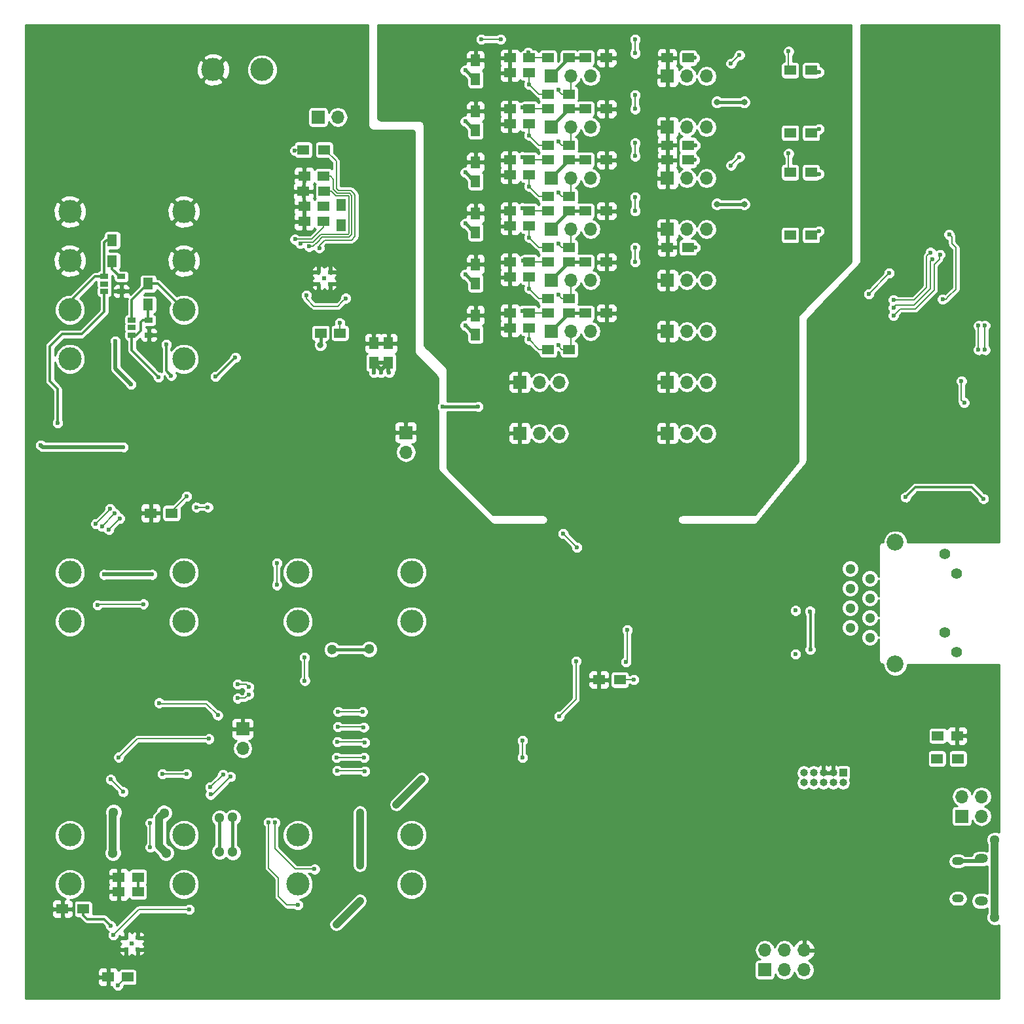
<source format=gbr>
G04 #@! TF.FileFunction,Copper,L2,Bot,Signal*
%FSLAX46Y46*%
G04 Gerber Fmt 4.6, Leading zero omitted, Abs format (unit mm)*
G04 Created by KiCad (PCBNEW 4.0.4-stable) date Friday, December 29, 2017 'AMt' 10:56:01 AM*
%MOMM*%
%LPD*%
G01*
G04 APERTURE LIST*
%ADD10C,0.100000*%
%ADD11R,1.500000X1.300000*%
%ADD12R,1.700000X1.700000*%
%ADD13O,1.700000X1.700000*%
%ADD14R,1.250000X1.500000*%
%ADD15R,1.500000X1.250000*%
%ADD16O,1.500000X1.100000*%
%ADD17O,1.700000X1.200000*%
%ADD18R,1.300000X1.500000*%
%ADD19R,0.500000X0.500000*%
%ADD20R,1.060000X0.650000*%
%ADD21R,1.000000X1.000000*%
%ADD22O,1.000000X1.000000*%
%ADD23C,7.700000*%
%ADD24C,0.700000*%
%ADD25C,3.000000*%
%ADD26C,0.400000*%
%ADD27C,1.300000*%
%ADD28C,2.184400*%
%ADD29C,1.408000*%
%ADD30C,0.600000*%
%ADD31C,0.800000*%
%ADD32C,0.300000*%
%ADD33C,0.150000*%
%ADD34C,0.400000*%
%ADD35C,0.200000*%
%ADD36C,0.500000*%
%ADD37C,1.000000*%
%ADD38C,0.254000*%
G04 APERTURE END LIST*
D10*
D11*
X86250000Y-29300000D03*
X83550000Y-29300000D03*
X86250000Y-18000000D03*
X83550000Y-18000000D03*
X102150000Y-27700000D03*
X99450000Y-27700000D03*
X102150000Y-19600000D03*
X99450000Y-19600000D03*
D12*
X83560000Y-26950000D03*
D13*
X86100000Y-26950000D03*
X88640000Y-26950000D03*
D12*
X83560000Y-20350000D03*
D13*
X86100000Y-20350000D03*
X88640000Y-20350000D03*
D14*
X58770000Y-38090000D03*
X58770000Y-40590000D03*
X58770000Y-31490000D03*
X58770000Y-33990000D03*
X58770000Y-24890000D03*
X58770000Y-27390000D03*
X58770000Y-18290000D03*
X58770000Y-20790000D03*
D15*
X65720000Y-39740000D03*
X63220000Y-39740000D03*
X65720000Y-33140000D03*
X63220000Y-33140000D03*
X65720000Y-26540000D03*
X63220000Y-26540000D03*
X65720000Y-19940000D03*
X63220000Y-19940000D03*
X63220000Y-37800000D03*
X65720000Y-37800000D03*
X63220000Y-31200000D03*
X65720000Y-31200000D03*
X63220000Y-24600000D03*
X65720000Y-24600000D03*
X63220000Y-18000000D03*
X65720000Y-18000000D03*
D11*
X68140000Y-37800000D03*
X70840000Y-37800000D03*
X68140000Y-31200000D03*
X70840000Y-31200000D03*
X68140000Y-24600000D03*
X70840000Y-24600000D03*
X68140000Y-18000000D03*
X70840000Y-18000000D03*
X75690000Y-37800000D03*
X72990000Y-37800000D03*
X75690000Y-31200000D03*
X72990000Y-31200000D03*
X75690000Y-24600000D03*
X72990000Y-24600000D03*
X75690000Y-18000000D03*
X72990000Y-18000000D03*
X68140000Y-42500000D03*
X70840000Y-42500000D03*
X68140000Y-35900000D03*
X70840000Y-35900000D03*
X68140000Y-29300000D03*
X70840000Y-29300000D03*
X68140000Y-22700000D03*
X70840000Y-22700000D03*
D12*
X68590000Y-40150000D03*
D13*
X71130000Y-40150000D03*
X73670000Y-40150000D03*
D12*
X68590000Y-33550000D03*
D13*
X71130000Y-33550000D03*
X73670000Y-33550000D03*
D12*
X68590000Y-26950000D03*
D13*
X71130000Y-26950000D03*
X73670000Y-26950000D03*
D12*
X68590000Y-20350000D03*
D13*
X71130000Y-20350000D03*
X73670000Y-20350000D03*
D11*
X68140000Y-16100000D03*
X70840000Y-16100000D03*
D15*
X63220000Y-11400000D03*
X65720000Y-11400000D03*
X65720000Y-13340000D03*
X63220000Y-13340000D03*
D14*
X58770000Y-11690000D03*
X58770000Y-14190000D03*
D11*
X75690000Y-11400000D03*
X72990000Y-11400000D03*
X68140000Y-11400000D03*
X70840000Y-11400000D03*
D12*
X68590000Y-13750000D03*
D13*
X71130000Y-13750000D03*
X73670000Y-13750000D03*
D15*
X39100000Y-20100000D03*
X36600000Y-20100000D03*
X39100000Y-25950000D03*
X36600000Y-25950000D03*
X39100000Y-24000000D03*
X36600000Y-24000000D03*
X38725000Y-40375000D03*
X41225000Y-40375000D03*
D14*
X45602776Y-44207268D03*
X45602776Y-41707268D03*
X47502776Y-44207268D03*
X47502776Y-41707268D03*
D15*
X15118580Y-112625060D03*
X12618580Y-112625060D03*
X15118580Y-110725060D03*
X12618580Y-110725060D03*
X13750000Y-123650000D03*
X11250000Y-123650000D03*
X63220000Y-4800000D03*
X65720000Y-4800000D03*
X65720000Y-6740000D03*
X63220000Y-6740000D03*
D14*
X58770000Y-5090000D03*
X58770000Y-7590000D03*
D15*
X118550000Y-92450000D03*
X121050000Y-92450000D03*
D12*
X38410000Y-12450000D03*
D13*
X40950000Y-12450000D03*
D12*
X96170000Y-122715000D03*
D13*
X96170000Y-120175000D03*
X98710000Y-122715000D03*
X98710000Y-120175000D03*
X101250000Y-122715000D03*
X101250000Y-120175000D03*
D16*
X121150000Y-113500000D03*
X121150000Y-108660000D03*
D17*
X124150000Y-113810000D03*
X124150000Y-108350000D03*
D11*
X39200000Y-22050000D03*
X36500000Y-22050000D03*
X39200000Y-16675000D03*
X36500000Y-16675000D03*
D18*
X41375000Y-26475000D03*
X41375000Y-23775000D03*
D11*
X8040360Y-114848640D03*
X5340360Y-114848640D03*
X77423000Y-85217000D03*
X74723000Y-85217000D03*
X102150000Y-6400000D03*
X99450000Y-6400000D03*
X102150000Y-14500000D03*
X99450000Y-14500000D03*
X75690000Y-4800000D03*
X72990000Y-4800000D03*
X68140000Y-4800000D03*
X70840000Y-4800000D03*
X68140000Y-9500000D03*
X70840000Y-9500000D03*
X16750000Y-63650000D03*
X19450000Y-63650000D03*
D18*
X16440000Y-34000000D03*
X16440000Y-36700000D03*
X11790000Y-28380000D03*
X11790000Y-31080000D03*
D11*
X118450000Y-95400000D03*
X121150000Y-95400000D03*
D19*
X39200000Y-33275000D03*
X38450000Y-34025000D03*
X39950000Y-34025000D03*
X39950000Y-32525000D03*
X38450000Y-32525000D03*
X14325600Y-119331740D03*
X13575600Y-120081740D03*
X15075600Y-120081740D03*
X15075600Y-118581740D03*
X13575600Y-118581740D03*
D20*
X14320000Y-40620000D03*
X14320000Y-39670000D03*
X14320000Y-38720000D03*
X16520000Y-38720000D03*
X16520000Y-40620000D03*
X10760000Y-34970000D03*
X10760000Y-34020000D03*
X10760000Y-33070000D03*
X12960000Y-33070000D03*
X12960000Y-34970000D03*
D21*
X106290000Y-97230000D03*
D22*
X106290000Y-98500000D03*
X105020000Y-97230000D03*
X105020000Y-98500000D03*
X103750000Y-97230000D03*
X103750000Y-98500000D03*
X102480000Y-97230000D03*
X102480000Y-98500000D03*
X101210000Y-97230000D03*
X101210000Y-98500000D03*
D23*
X120650000Y-120650000D03*
D24*
X117850000Y-120650000D03*
X122629890Y-122629890D03*
X120650000Y-123450000D03*
X118670110Y-122629890D03*
X123450000Y-120650000D03*
X118670110Y-118670110D03*
X120650000Y-117850000D03*
X122629890Y-118670110D03*
D23*
X6350000Y-120650000D03*
D24*
X3550000Y-120650000D03*
X8329890Y-122629890D03*
X6350000Y-123450000D03*
X4370110Y-122629890D03*
X9150000Y-120650000D03*
X4370110Y-118670110D03*
X6350000Y-117850000D03*
X8329890Y-118670110D03*
D23*
X120650000Y-6350000D03*
D24*
X117850000Y-6350000D03*
X122629890Y-8329890D03*
X120650000Y-9150000D03*
X118670110Y-8329890D03*
X123450000Y-6350000D03*
X118670110Y-4370110D03*
X120650000Y-3550000D03*
X122629890Y-4370110D03*
D23*
X6350000Y-6350000D03*
D24*
X3550000Y-6350000D03*
X8329890Y-8329890D03*
X6350000Y-9150000D03*
X4370110Y-8329890D03*
X9150000Y-6350000D03*
X4370110Y-4370110D03*
X6350000Y-3550000D03*
X8329890Y-4370110D03*
D11*
X86250000Y-4800000D03*
X83550000Y-4800000D03*
X86250000Y-16100000D03*
X83550000Y-16100000D03*
D25*
X6310000Y-37375000D03*
X6310000Y-31025000D03*
X6310000Y-43725000D03*
X6310000Y-24675000D03*
X21040000Y-37375000D03*
X21040000Y-31025000D03*
X21040000Y-43725000D03*
X21040000Y-24675000D03*
X21040000Y-71325000D03*
X21040000Y-77675000D03*
X50500000Y-71325000D03*
X50500000Y-77675000D03*
X35770000Y-71325000D03*
X35770000Y-77675000D03*
X6310000Y-71325000D03*
X6310000Y-77675000D03*
X31175000Y-6310000D03*
X24825000Y-6310000D03*
X50500000Y-105295000D03*
X50500000Y-111645000D03*
X35770000Y-105295000D03*
X35770000Y-111645000D03*
X21040000Y-105295000D03*
X21040000Y-111645000D03*
X6310000Y-105295000D03*
X6310000Y-111645000D03*
D26*
X21730000Y-57515000D03*
X23680000Y-57515000D03*
X19780000Y-57515000D03*
X22380000Y-58415000D03*
X21080000Y-58415000D03*
X22380000Y-56615000D03*
X21080000Y-56615000D03*
X7000000Y-57515000D03*
X8950000Y-57515000D03*
X5050000Y-57515000D03*
X7650000Y-58415000D03*
X6350000Y-58415000D03*
X7650000Y-56615000D03*
X6350000Y-56615000D03*
D12*
X83560000Y-7150000D03*
D13*
X86100000Y-7150000D03*
X88640000Y-7150000D03*
D12*
X83560000Y-13750000D03*
D13*
X86100000Y-13750000D03*
X88640000Y-13750000D03*
D12*
X64490000Y-46750000D03*
D13*
X67030000Y-46750000D03*
X69570000Y-46750000D03*
D12*
X64490000Y-53350000D03*
D13*
X67030000Y-53350000D03*
X69570000Y-53350000D03*
D12*
X68590000Y-7150000D03*
D13*
X71130000Y-7150000D03*
X73670000Y-7150000D03*
D12*
X83560000Y-33550000D03*
D13*
X86100000Y-33550000D03*
X88640000Y-33550000D03*
D12*
X83560000Y-40150000D03*
D13*
X86100000Y-40150000D03*
X88640000Y-40150000D03*
D12*
X83560000Y-46750000D03*
D13*
X86100000Y-46750000D03*
X88640000Y-46750000D03*
D12*
X83560000Y-53350000D03*
D13*
X86100000Y-53350000D03*
X88640000Y-53350000D03*
D27*
X107211910Y-70855790D03*
X109751910Y-72125790D03*
X107211910Y-73395790D03*
X109751910Y-74665791D03*
X107211910Y-75935791D03*
X109751910Y-77205790D03*
X107211910Y-78475790D03*
X109751910Y-79745790D03*
D28*
X113051910Y-83175790D03*
X113051910Y-67425790D03*
D29*
X119480500Y-68974530D03*
X121000500Y-81624530D03*
X119480000Y-79086380D03*
X121000000Y-71516380D03*
D12*
X121660000Y-102850000D03*
D13*
X121660000Y-100310000D03*
X124200000Y-102850000D03*
X124200000Y-100310000D03*
D12*
X49750000Y-53250000D03*
D13*
X49750000Y-55790000D03*
D12*
X28650000Y-91550000D03*
D13*
X28650000Y-94090000D03*
D30*
X100150000Y-81900000D03*
X100150000Y-76250000D03*
X2900000Y-12050000D03*
X119925000Y-109800000D03*
D27*
X23000000Y-115600000D03*
D30*
X69469000Y-105410000D03*
X93472000Y-107061000D03*
X88265000Y-97917000D03*
X84455000Y-96647000D03*
X82296000Y-97282000D03*
X105918000Y-46609000D03*
X105918000Y-44704000D03*
X105918000Y-42799000D03*
X105918000Y-40894000D03*
X86487000Y-72517000D03*
X84201000Y-77978000D03*
X84455000Y-75311000D03*
X65676780Y-87200740D03*
X78740000Y-73787000D03*
X71120000Y-75565000D03*
X71755000Y-77216000D03*
X69088000Y-77978000D03*
X71374000Y-73660000D03*
X77297280Y-75316080D03*
X50007520Y-116758720D03*
X44761960Y-124747280D03*
X13159740Y-49004220D03*
X2032000Y-56134000D03*
X40248840Y-54792880D03*
X38557200Y-58755280D03*
X74904600Y-114498120D03*
X62628780Y-99982020D03*
X60845700Y-100241100D03*
X61917580Y-89258140D03*
X60822840Y-92181680D03*
D31*
X52539900Y-90030300D03*
X55135780Y-88201500D03*
X50327560Y-88193880D03*
D30*
X55166260Y-86700360D03*
X53675280Y-85577680D03*
X62738000Y-85344000D03*
D31*
X63246000Y-71882000D03*
X58166000Y-71882000D03*
X60706000Y-73914000D03*
X60706000Y-69850000D03*
D30*
X64008000Y-68580000D03*
X61468000Y-68580000D03*
X58928000Y-67310000D03*
X69004180Y-67119500D03*
X56875680Y-73319640D03*
X44980860Y-86586060D03*
X16060420Y-48978820D03*
X24033480Y-47701200D03*
X29603700Y-55618380D03*
X18506440Y-53195220D03*
X1778000Y-48966120D03*
X4091940Y-53213000D03*
X10835640Y-48905160D03*
X3766820Y-65758060D03*
X5514340Y-65836800D03*
X20030440Y-61625480D03*
X110482380Y-118323360D03*
X11805920Y-88412320D03*
X36068000Y-115570000D03*
X35814000Y-124968000D03*
X31668720Y-111023400D03*
X26408380Y-115051840D03*
X11300460Y-122527060D03*
X5509260Y-116037360D03*
X123500000Y-47950000D03*
X125500000Y-46900000D03*
X126000000Y-40050000D03*
X125750000Y-33400000D03*
X6150000Y-95300000D03*
X25000000Y-61350000D03*
X10250000Y-61400000D03*
X5400000Y-61450000D03*
X3150000Y-61500000D03*
X12650000Y-59700000D03*
X75665000Y-66000000D03*
X75665000Y-63000000D03*
X75665000Y-60000000D03*
X84900000Y-65100000D03*
X82700000Y-70400000D03*
X76565000Y-68000000D03*
X77465000Y-66000000D03*
X77465000Y-63000000D03*
X77465000Y-60000000D03*
X50900000Y-9500000D03*
X52100000Y-4400000D03*
X50500000Y-2400000D03*
X62400000Y-55500000D03*
X62500000Y-53700000D03*
X62400000Y-48700000D03*
X62500000Y-47000000D03*
X93600000Y-19800000D03*
X98400000Y-24600000D03*
X98600000Y-21000000D03*
X98400000Y-11400000D03*
X98600000Y-7800000D03*
X93600000Y-6600000D03*
X61600000Y-38950000D03*
X61600000Y-32350000D03*
X61600000Y-25750000D03*
X61600000Y-19150000D03*
X61600000Y-12550000D03*
X61600000Y-5950000D03*
X44255000Y-34725000D03*
X47480000Y-35850000D03*
D31*
X45900000Y-26325000D03*
D27*
X29825000Y-27550000D03*
D30*
X25125000Y-46000000D03*
X27700000Y-43550000D03*
X15788640Y-75422760D03*
X9906000Y-75544680D03*
X41225000Y-39075000D03*
X10750000Y-71600000D03*
X16900000Y-71600000D03*
X46550000Y-45500000D03*
X47600000Y-45500000D03*
X45600000Y-45500000D03*
X59100000Y-49900000D03*
X54500000Y-49900000D03*
X12532360Y-124752100D03*
D27*
X125900000Y-105925000D03*
X125900000Y-115925000D03*
D31*
X51816000Y-98044000D03*
X48514000Y-101346000D03*
X43815000Y-102362000D03*
X43815000Y-109220000D03*
X43815000Y-113792000D03*
X40767000Y-116840000D03*
D30*
X70104000Y-66294000D03*
X71882000Y-68072000D03*
D31*
X90000000Y-23700000D03*
X93500000Y-23700000D03*
X90000000Y-10500000D03*
X93500000Y-10500000D03*
D30*
X57430000Y-39410000D03*
X57430000Y-32810000D03*
X57430000Y-26210000D03*
X57430000Y-19610000D03*
X57430000Y-13010000D03*
X57430000Y-6410000D03*
X65560000Y-4100000D03*
X65700000Y-8210000D03*
X64800000Y-11200000D03*
X65700000Y-14810000D03*
X13208000Y-55118000D03*
X2540000Y-54864000D03*
X14224000Y-46990000D03*
X12192000Y-41402000D03*
X18768060Y-41856660D03*
X19397980Y-45880020D03*
X64800000Y-24200000D03*
X65700000Y-28010000D03*
X64900000Y-31000000D03*
X65700000Y-34610000D03*
X64800000Y-37500000D03*
X65700000Y-41210000D03*
X35400000Y-16800000D03*
D27*
X45000000Y-81250000D03*
X40200000Y-81300000D03*
D30*
X9658413Y-65041587D03*
X11490000Y-63100000D03*
X12621260Y-95239840D03*
X24277320Y-92847160D03*
X29450000Y-87100000D03*
X28000000Y-87600000D03*
X29450000Y-86150000D03*
X28000000Y-85800000D03*
D27*
X11950000Y-102350000D03*
X11850000Y-107600000D03*
X18500000Y-102450000D03*
X18750000Y-107600000D03*
X25650000Y-103100000D03*
X25650000Y-107450000D03*
X27350000Y-107500000D03*
X27350000Y-103000000D03*
D30*
X16700000Y-106850000D03*
X16700000Y-103750000D03*
X24500000Y-100050000D03*
X27100000Y-97750000D03*
X71755000Y-82804000D03*
X69596000Y-89916000D03*
X78359000Y-78740000D03*
X78232000Y-82931000D03*
X87100000Y-4800000D03*
X87200000Y-16100000D03*
X87100000Y-18000000D03*
X87200000Y-29300000D03*
X17759680Y-46065440D03*
X4729480Y-52003960D03*
X79400000Y-31200000D03*
X79400000Y-29300000D03*
X79400000Y-24600000D03*
X79400000Y-22800000D03*
X79400000Y-17500000D03*
X79400000Y-15800000D03*
X79400000Y-11400000D03*
X79400000Y-9600000D03*
X79400000Y-4200000D03*
X79400000Y-2400000D03*
X62000000Y-2400000D03*
X59500000Y-2400000D03*
X37250000Y-29175010D03*
X35425000Y-28250000D03*
D31*
X38700000Y-41925000D03*
D30*
X36100000Y-28825000D03*
X38550000Y-29375000D03*
X41990000Y-35890000D03*
X36875000Y-35500000D03*
X102000000Y-76350000D03*
X102050000Y-81300000D03*
X123800000Y-42550000D03*
X123802342Y-39422255D03*
X124650000Y-42550000D03*
X124646995Y-39414277D03*
X117600000Y-29950000D03*
X112800000Y-36100000D03*
X117800000Y-30850000D03*
X112800000Y-37100000D03*
X118825000Y-30250000D03*
X112800000Y-38100000D03*
X120000000Y-27600000D03*
X119150000Y-36000000D03*
X12120000Y-63730000D03*
X10440000Y-65400000D03*
X24150000Y-62900000D03*
X22650000Y-62900000D03*
X11320000Y-65780000D03*
X12740000Y-64350000D03*
X21400000Y-61490000D03*
X121950000Y-49400000D03*
X121600000Y-46600000D03*
X79248000Y-85217000D03*
X99249990Y-3949990D03*
X92900000Y-4400000D03*
X91800000Y-5500000D03*
X92900000Y-17600000D03*
X91800000Y-18700000D03*
X99249990Y-17149990D03*
X69510000Y-8950000D03*
X69490000Y-15570000D03*
X69490000Y-28770000D03*
X69490000Y-35370000D03*
X69490000Y-41970000D03*
X64800000Y-17600000D03*
X65700000Y-21410000D03*
X69490000Y-22170000D03*
X103200000Y-6600000D03*
X103200000Y-14000000D03*
X103200000Y-19800000D03*
X103200000Y-27200000D03*
X124450000Y-61800000D03*
X114350000Y-61600000D03*
X64820800Y-95285560D03*
X64825880Y-93070680D03*
X44300000Y-91350000D03*
X40950000Y-91300000D03*
X44150000Y-89350000D03*
X41000000Y-89350000D03*
X11600180Y-117043200D03*
X21760180Y-114909600D03*
X11940540Y-118201440D03*
X112268000Y-32639000D03*
X109601000Y-35306000D03*
X37942520Y-109692440D03*
X32849820Y-103692960D03*
X25433020Y-89794080D03*
X17866360Y-88214200D03*
X44350000Y-95250000D03*
X40800000Y-95250000D03*
X35775900Y-114338100D03*
X32004000Y-103637080D03*
X26100000Y-97450000D03*
X24450000Y-99100000D03*
X21386800Y-97406460D03*
X18250000Y-97400000D03*
X13200000Y-99700000D03*
X11600000Y-98100000D03*
X44450000Y-93300000D03*
X40900000Y-93250000D03*
X33080960Y-70144640D03*
X33060640Y-72948800D03*
X36644580Y-82308700D03*
X36680140Y-85326220D03*
X40873680Y-96972120D03*
X44455080Y-97033080D03*
D32*
X77297280Y-75316080D02*
X77289660Y-75316080D01*
X13159740Y-49004220D02*
X13159740Y-49011840D01*
X69004180Y-67119500D02*
X69004180Y-67122040D01*
D33*
X44980860Y-86586060D02*
X44988480Y-86593680D01*
D32*
X16060420Y-48978820D02*
X16060420Y-48988980D01*
X10835640Y-48905160D02*
X10843260Y-48905160D01*
D33*
X20030440Y-61625480D02*
X20035520Y-61630560D01*
D34*
X11805920Y-88412320D02*
X11805920Y-88417400D01*
D35*
X31668720Y-111023400D02*
X31683960Y-111023400D01*
D32*
X77400000Y-63000000D02*
X77400000Y-66000000D01*
X77400000Y-60000000D02*
X77400000Y-63000000D01*
X27700000Y-43550000D02*
X25250000Y-46000000D01*
X25250000Y-46000000D02*
X25125000Y-46000000D01*
D35*
X10027920Y-75422760D02*
X15788640Y-75422760D01*
X9906000Y-75544680D02*
X10027920Y-75422760D01*
D33*
X41225000Y-40375000D02*
X41225000Y-39075000D01*
D36*
X16900000Y-71600000D02*
X10750000Y-71600000D01*
X46550000Y-45500000D02*
X46550000Y-45154492D01*
X46550000Y-45154492D02*
X45602776Y-44207268D01*
X46550000Y-45500000D02*
X46550000Y-45160044D01*
X46550000Y-45160044D02*
X47502776Y-44207268D01*
X47502776Y-44207268D02*
X47502776Y-45402776D01*
X47502776Y-45402776D02*
X47600000Y-45500000D01*
X45602776Y-44207268D02*
X45602776Y-45497224D01*
X45602776Y-45497224D02*
X45600000Y-45500000D01*
X47502776Y-44207268D02*
X47502776Y-44222224D01*
D34*
X59100000Y-49900000D02*
X58675736Y-49900000D01*
X58675736Y-49900000D02*
X54500000Y-49900000D01*
D36*
X47502776Y-44207268D02*
X45602776Y-44207268D01*
D35*
X12532360Y-124752100D02*
X13634460Y-123650000D01*
X13634460Y-123650000D02*
X13750000Y-123650000D01*
D37*
X125900000Y-115925000D02*
X125900000Y-105925000D01*
X48514000Y-101346000D02*
X51816000Y-98044000D01*
X43815000Y-109220000D02*
X43815000Y-102362000D01*
X40767000Y-116840000D02*
X43815000Y-113792000D01*
D35*
X71882000Y-68072000D02*
X70104000Y-66294000D01*
D34*
X93500000Y-23700000D02*
X90000000Y-23700000D01*
X93500000Y-10500000D02*
X90000000Y-10500000D01*
X58610000Y-40590000D02*
X57430000Y-39410000D01*
X58610000Y-33990000D02*
X57430000Y-32810000D01*
X58610000Y-27390000D02*
X57430000Y-26210000D01*
X58610000Y-20790000D02*
X57430000Y-19610000D01*
X58770000Y-40590000D02*
X58610000Y-40590000D01*
X58770000Y-33990000D02*
X58610000Y-33990000D01*
X58770000Y-27390000D02*
X58610000Y-27390000D01*
X58770000Y-20790000D02*
X58610000Y-20790000D01*
X58770000Y-14190000D02*
X58610000Y-14190000D01*
X58610000Y-14190000D02*
X57430000Y-13010000D01*
X58770000Y-7590000D02*
X58610000Y-7590000D01*
X58610000Y-7590000D02*
X57430000Y-6410000D01*
D33*
X65560000Y-4100000D02*
X65560000Y-4640000D01*
X65560000Y-4640000D02*
X65720000Y-4800000D01*
X68140000Y-4800000D02*
X65720000Y-4800000D01*
X65700000Y-8210000D02*
X65700000Y-6760000D01*
X65700000Y-6760000D02*
X65720000Y-6740000D01*
X68140000Y-9500000D02*
X66990000Y-9500000D01*
X66990000Y-9500000D02*
X65700000Y-8210000D01*
X68140000Y-9500000D02*
X68040000Y-9500000D01*
X64800000Y-11200000D02*
X65520000Y-11200000D01*
X65520000Y-11200000D02*
X65720000Y-11400000D01*
X68140000Y-11400000D02*
X65720000Y-11400000D01*
X65700000Y-14810000D02*
X65700000Y-13360000D01*
X65700000Y-13360000D02*
X65720000Y-13340000D01*
X66990000Y-16100000D02*
X65700000Y-14810000D01*
X68140000Y-16100000D02*
X68040000Y-16100000D01*
X68140000Y-16100000D02*
X66990000Y-16100000D01*
D36*
X2794000Y-55118000D02*
X13208000Y-55118000D01*
X2540000Y-54864000D02*
X2794000Y-55118000D01*
X12192000Y-44958000D02*
X14224000Y-46990000D01*
X12192000Y-41402000D02*
X12192000Y-44958000D01*
D32*
X19397980Y-45880020D02*
X18768060Y-45250100D01*
X18768060Y-45250100D02*
X18768060Y-41856660D01*
X16440000Y-34000000D02*
X17665000Y-34000000D01*
X17665000Y-34000000D02*
X21040000Y-37375000D01*
X16440000Y-34000000D02*
X16434240Y-34000000D01*
X16434240Y-34000000D02*
X14320000Y-36114240D01*
X14320000Y-36114240D02*
X14320000Y-38720000D01*
X11790000Y-28380000D02*
X11030640Y-28380000D01*
X10760000Y-28650640D02*
X10760000Y-33070000D01*
X11030640Y-28380000D02*
X10760000Y-28650640D01*
X6310000Y-37375000D02*
X6310000Y-36293420D01*
X6310000Y-36293420D02*
X9533420Y-33070000D01*
X9533420Y-33070000D02*
X10760000Y-33070000D01*
D33*
X64800000Y-24200000D02*
X65320000Y-24200000D01*
X65320000Y-24200000D02*
X65720000Y-24600000D01*
X68140000Y-24600000D02*
X65720000Y-24600000D01*
X68140000Y-29300000D02*
X66990000Y-29300000D01*
X65700000Y-26560000D02*
X65720000Y-26540000D01*
X65700000Y-28010000D02*
X65700000Y-26560000D01*
X66990000Y-29300000D02*
X65700000Y-28010000D01*
X68140000Y-29300000D02*
X68040000Y-29300000D01*
X64900000Y-31000000D02*
X65520000Y-31000000D01*
X65520000Y-31000000D02*
X65720000Y-31200000D01*
X68140000Y-31200000D02*
X65720000Y-31200000D01*
X68140000Y-35900000D02*
X66990000Y-35900000D01*
X65700000Y-33160000D02*
X65720000Y-33140000D01*
X65700000Y-34610000D02*
X65700000Y-33160000D01*
X66990000Y-35900000D02*
X65700000Y-34610000D01*
X68140000Y-35900000D02*
X68040000Y-35900000D01*
X64800000Y-37500000D02*
X65420000Y-37500000D01*
X68140000Y-37800000D02*
X65720000Y-37800000D01*
X68140000Y-42500000D02*
X66990000Y-42500000D01*
X65700000Y-39760000D02*
X65720000Y-39740000D01*
X65700000Y-41210000D02*
X65700000Y-39760000D01*
X66990000Y-42500000D02*
X65700000Y-41210000D01*
X68140000Y-42500000D02*
X68040000Y-42500000D01*
D35*
X36500000Y-16675000D02*
X35525000Y-16675000D01*
X35525000Y-16675000D02*
X35400000Y-16800000D01*
D34*
X40200000Y-81300000D02*
X44950000Y-81300000D01*
X44950000Y-81300000D02*
X45000000Y-81250000D01*
D33*
X9658413Y-65041587D02*
X11490000Y-63210000D01*
X11490000Y-63210000D02*
X11490000Y-63100000D01*
X12621260Y-95239840D02*
X15013940Y-92847160D01*
X15013940Y-92847160D02*
X24277320Y-92847160D01*
X28000000Y-87600000D02*
X28950000Y-87600000D01*
X28950000Y-87600000D02*
X29450000Y-87100000D01*
X28556086Y-85800000D02*
X29100000Y-85800000D01*
X29100000Y-85800000D02*
X29450000Y-86150000D01*
X28000000Y-85800000D02*
X28556086Y-85800000D01*
D37*
X11850000Y-107600000D02*
X11850000Y-102450000D01*
X11850000Y-102450000D02*
X11950000Y-102350000D01*
X17850001Y-103099999D02*
X17850001Y-106700001D01*
X18500000Y-102450000D02*
X17850001Y-103099999D01*
X17850001Y-106700001D02*
X18750000Y-107600000D01*
D34*
X25650000Y-103100000D02*
X25650000Y-107450000D01*
X27350000Y-103000000D02*
X27350000Y-107500000D01*
D33*
X16700000Y-103750000D02*
X16700000Y-106850000D01*
X27100000Y-97750000D02*
X24800000Y-100050000D01*
X24800000Y-100050000D02*
X24500000Y-100050000D01*
X71755000Y-87757000D02*
X71755000Y-82804000D01*
X69596000Y-89916000D02*
X71755000Y-87757000D01*
D35*
X78359000Y-82804000D02*
X78359000Y-78740000D01*
X78232000Y-82931000D02*
X78359000Y-82804000D01*
X87100000Y-4800000D02*
X86250000Y-4800000D01*
X87200000Y-16100000D02*
X86250000Y-16100000D01*
X87100000Y-18000000D02*
X86250000Y-18000000D01*
X87200000Y-29300000D02*
X86250000Y-29300000D01*
D32*
X14320000Y-40620000D02*
X14320000Y-42625760D01*
X14320000Y-42625760D02*
X17759680Y-46065440D01*
X14320000Y-40620000D02*
X14894240Y-40620000D01*
X15702040Y-38720000D02*
X16520000Y-38720000D01*
X15483840Y-38938200D02*
X15702040Y-38720000D01*
X15483840Y-40030400D02*
X15483840Y-38938200D01*
X14894240Y-40620000D02*
X15483840Y-40030400D01*
X16440000Y-36700000D02*
X16440000Y-38640000D01*
X16440000Y-38640000D02*
X16520000Y-38720000D01*
X10760000Y-34970000D02*
X10760000Y-37596520D01*
X4729480Y-47614840D02*
X4729480Y-52003960D01*
X3718560Y-46603920D02*
X4729480Y-47614840D01*
X3718560Y-42067480D02*
X3718560Y-46603920D01*
X5273040Y-40513000D02*
X3718560Y-42067480D01*
X7843520Y-40513000D02*
X5273040Y-40513000D01*
X10760000Y-37596520D02*
X7843520Y-40513000D01*
X12960000Y-33070000D02*
X12755080Y-33070000D01*
X12755080Y-33070000D02*
X11790000Y-32104920D01*
X11790000Y-32104920D02*
X11790000Y-31080000D01*
D35*
X79400000Y-29300000D02*
X79400000Y-31200000D01*
X79400000Y-22800000D02*
X79400000Y-24600000D01*
X79400000Y-15800000D02*
X79400000Y-17500000D01*
X79400000Y-9600000D02*
X79400000Y-11400000D01*
X79400000Y-2400000D02*
X79400000Y-4200000D01*
X59500000Y-2400000D02*
X62000000Y-2400000D01*
D33*
X38025000Y-28900000D02*
X37749990Y-29175010D01*
X37749990Y-29175010D02*
X37250000Y-29175010D01*
X38225000Y-28700000D02*
X38025000Y-28900000D01*
X38325000Y-28600000D02*
X38225000Y-28700000D01*
X38925000Y-28000000D02*
X38325000Y-28600000D01*
X42400000Y-28000000D02*
X38925000Y-28000000D01*
X42425000Y-27975000D02*
X42400000Y-28000000D01*
X42750010Y-27649990D02*
X42425000Y-27975000D01*
X42750000Y-22605012D02*
X42750010Y-22605022D01*
X42750010Y-22605022D02*
X42750010Y-27649990D01*
X42444978Y-22299990D02*
X42750000Y-22605012D01*
X40475000Y-21900000D02*
X40874990Y-22299990D01*
X40874990Y-22299990D02*
X42444978Y-22299990D01*
X40375000Y-21800000D02*
X40475000Y-21900000D01*
X40375000Y-20475000D02*
X40375000Y-21800000D01*
X39100000Y-20100000D02*
X40000000Y-20100000D01*
X40000000Y-20100000D02*
X40375000Y-20475000D01*
X37575000Y-28250000D02*
X35425000Y-28250000D01*
X39100000Y-25950000D02*
X39100000Y-26725000D01*
X39100000Y-26725000D02*
X37575000Y-28250000D01*
D34*
X38725000Y-41900000D02*
X38700000Y-41925000D01*
X38725000Y-40375000D02*
X38725000Y-41900000D01*
D33*
X37719978Y-28600010D02*
X36324990Y-28600010D01*
X36324990Y-28600010D02*
X36100000Y-28825000D01*
X38800000Y-27600000D02*
X38719988Y-27600000D01*
X38719988Y-27600000D02*
X37719978Y-28600010D01*
X42275000Y-27600000D02*
X38800000Y-27600000D01*
X42400000Y-27475000D02*
X42275000Y-27600000D01*
X42400000Y-22750000D02*
X42400000Y-27475000D01*
X42300000Y-22650000D02*
X42400000Y-22750000D01*
X40700000Y-22650000D02*
X42300000Y-22650000D01*
X39200000Y-22050000D02*
X40100000Y-22050000D01*
X40100000Y-22050000D02*
X40700000Y-22650000D01*
X39224990Y-28350010D02*
X38550000Y-29025000D01*
X38550000Y-29025000D02*
X38550000Y-29375000D01*
X39325000Y-28350010D02*
X39224990Y-28350010D01*
X40424990Y-28350010D02*
X39325000Y-28350010D01*
X43200000Y-27875000D02*
X42724990Y-28350010D01*
X42724990Y-28350010D02*
X40424990Y-28350010D01*
X43200000Y-22500000D02*
X43200000Y-27875000D01*
X42950000Y-22250000D02*
X43200000Y-22500000D01*
X42649980Y-21949980D02*
X42950000Y-22250000D01*
X40775000Y-18150000D02*
X40775000Y-21700000D01*
X40775000Y-21700000D02*
X41024980Y-21949980D01*
X41024980Y-21949980D02*
X42649980Y-21949980D01*
X39200000Y-16675000D02*
X39300000Y-16675000D01*
X39300000Y-16675000D02*
X40775000Y-18150000D01*
X37850736Y-36900000D02*
X40980000Y-36900000D01*
X40980000Y-36900000D02*
X41500000Y-36380000D01*
X41500000Y-36380000D02*
X41990000Y-35890000D01*
X36875000Y-35500000D02*
X36875000Y-35924264D01*
X36875000Y-35924264D02*
X37850736Y-36900000D01*
D32*
X102050000Y-81300000D02*
X102050000Y-76400000D01*
X102050000Y-76400000D02*
X102000000Y-76350000D01*
D33*
X123802342Y-39422255D02*
X123802342Y-42547658D01*
X123802342Y-42547658D02*
X123800000Y-42550000D01*
X124646995Y-39414277D02*
X124646995Y-42546995D01*
X124646995Y-42546995D02*
X124650000Y-42550000D01*
D36*
X121150000Y-108660000D02*
X123840000Y-108660000D01*
X123840000Y-108660000D02*
X124150000Y-108350000D01*
D33*
X117100000Y-30450000D02*
X117600000Y-29950000D01*
X117100000Y-34450000D02*
X117100000Y-30450000D01*
X115450000Y-36100000D02*
X117100000Y-34450000D01*
X113224264Y-36100000D02*
X115450000Y-36100000D01*
X112800000Y-36100000D02*
X113224264Y-36100000D01*
X117600000Y-34650000D02*
X117600000Y-31050000D01*
X117600000Y-31050000D02*
X117800000Y-30850000D01*
X115449999Y-36800001D02*
X117600000Y-34650000D01*
X112800000Y-37100000D02*
X113099999Y-36800001D01*
X113099999Y-36800001D02*
X115449999Y-36800001D01*
X118750000Y-30850000D02*
X118750000Y-30325000D01*
X118750000Y-30325000D02*
X118825000Y-30250000D01*
X118050000Y-34850000D02*
X118050000Y-31550000D01*
X118050000Y-31550000D02*
X118750000Y-30850000D01*
X115650000Y-37250000D02*
X118050000Y-34850000D01*
X113650000Y-37250000D02*
X115650000Y-37250000D01*
X112800000Y-38100000D02*
X113650000Y-37250000D01*
X120350000Y-28800000D02*
X120350000Y-27950000D01*
X120350000Y-27950000D02*
X120000000Y-27600000D01*
X120900000Y-34700000D02*
X120900000Y-29350000D01*
X120900000Y-29350000D02*
X120350000Y-28800000D01*
X119900000Y-35700000D02*
X120900000Y-34700000D01*
X119874264Y-35700000D02*
X119900000Y-35700000D01*
X119150000Y-36000000D02*
X119574264Y-36000000D01*
X119574264Y-36000000D02*
X119874264Y-35700000D01*
X12110000Y-63730000D02*
X12120000Y-63730000D01*
X10440000Y-65400000D02*
X12110000Y-63730000D01*
X22650000Y-62900000D02*
X24150000Y-62900000D01*
X11320000Y-65780000D02*
X12740000Y-64360000D01*
X12740000Y-64360000D02*
X12740000Y-64350000D01*
X21400000Y-61490000D02*
X19450000Y-63440000D01*
X19450000Y-63440000D02*
X19450000Y-63650000D01*
X121600000Y-46600000D02*
X121600000Y-49050000D01*
X121600000Y-49050000D02*
X121950000Y-49400000D01*
D35*
X79248000Y-85217000D02*
X77423000Y-85217000D01*
D33*
X99249990Y-3949990D02*
X99249990Y-6199990D01*
X99249990Y-6199990D02*
X99450000Y-6400000D01*
X91800000Y-5500000D02*
X92900000Y-4400000D01*
X99249990Y-19399990D02*
X99450000Y-19600000D01*
X99249990Y-17149990D02*
X99249990Y-19399990D01*
X91800000Y-18700000D02*
X92900000Y-17600000D01*
D34*
X70840000Y-4800000D02*
X72990000Y-4800000D01*
X68590000Y-7150000D02*
X68590000Y-7050000D01*
X68590000Y-7050000D02*
X70840000Y-4800000D01*
D35*
X68590000Y-7150000D02*
X68590000Y-6950000D01*
X70740000Y-4800000D02*
X70840000Y-4800000D01*
D33*
X70840000Y-9500000D02*
X69940000Y-9500000D01*
X69940000Y-9500000D02*
X69510000Y-9070000D01*
X69510000Y-9070000D02*
X69510000Y-8950000D01*
X71130000Y-7150000D02*
X71130000Y-9210000D01*
X71130000Y-9210000D02*
X70840000Y-9500000D01*
D35*
X70740000Y-11400000D02*
X70840000Y-11400000D01*
D34*
X70840000Y-11400000D02*
X72990000Y-11400000D01*
X68590000Y-13750000D02*
X68590000Y-13650000D01*
D35*
X68590000Y-13750000D02*
X68590000Y-13550000D01*
D34*
X68590000Y-13650000D02*
X70840000Y-11400000D01*
D33*
X70840000Y-16100000D02*
X69940000Y-16100000D01*
X69940000Y-16100000D02*
X69490000Y-15650000D01*
X69490000Y-15650000D02*
X69490000Y-15570000D01*
X71130000Y-13750000D02*
X71130000Y-15810000D01*
X71130000Y-15810000D02*
X70840000Y-16100000D01*
D35*
X70740000Y-24600000D02*
X70840000Y-24600000D01*
D34*
X68590000Y-26850000D02*
X70840000Y-24600000D01*
D35*
X68590000Y-26950000D02*
X68590000Y-26750000D01*
D34*
X70840000Y-24600000D02*
X72990000Y-24600000D01*
X68590000Y-26950000D02*
X68590000Y-26850000D01*
D33*
X71130000Y-29010000D02*
X70840000Y-29300000D01*
X69490000Y-28850000D02*
X69490000Y-28770000D01*
X69940000Y-29300000D02*
X69490000Y-28850000D01*
X70840000Y-29300000D02*
X69940000Y-29300000D01*
X71130000Y-26950000D02*
X71130000Y-29010000D01*
D35*
X70740000Y-31200000D02*
X70840000Y-31200000D01*
D34*
X68590000Y-33450000D02*
X70840000Y-31200000D01*
D35*
X68590000Y-33550000D02*
X68590000Y-33350000D01*
D34*
X70840000Y-31200000D02*
X72990000Y-31200000D01*
X68590000Y-33550000D02*
X68590000Y-33450000D01*
D33*
X71130000Y-35610000D02*
X70840000Y-35900000D01*
X69490000Y-35450000D02*
X69490000Y-35370000D01*
X69940000Y-35900000D02*
X69490000Y-35450000D01*
X70840000Y-35900000D02*
X69940000Y-35900000D01*
X71130000Y-33550000D02*
X71130000Y-35610000D01*
D35*
X70740000Y-37800000D02*
X70840000Y-37800000D01*
D34*
X68590000Y-40050000D02*
X70840000Y-37800000D01*
D35*
X68590000Y-40150000D02*
X68590000Y-39950000D01*
D34*
X70840000Y-37800000D02*
X72990000Y-37800000D01*
X68590000Y-40150000D02*
X68590000Y-40050000D01*
D33*
X71130000Y-42210000D02*
X70840000Y-42500000D01*
X69490000Y-42050000D02*
X69490000Y-41970000D01*
X69940000Y-42500000D02*
X69490000Y-42050000D01*
X70840000Y-42500000D02*
X69940000Y-42500000D01*
X71130000Y-40150000D02*
X71130000Y-42210000D01*
X64800000Y-17600000D02*
X65320000Y-17600000D01*
X65320000Y-17600000D02*
X65720000Y-18000000D01*
X68140000Y-18000000D02*
X65720000Y-18000000D01*
X68140000Y-22700000D02*
X66990000Y-22700000D01*
X65700000Y-19960000D02*
X65720000Y-19940000D01*
X65700000Y-21410000D02*
X65700000Y-19960000D01*
X66990000Y-22700000D02*
X65700000Y-21410000D01*
X68140000Y-22700000D02*
X68040000Y-22700000D01*
D35*
X70740000Y-18000000D02*
X70840000Y-18000000D01*
D34*
X68590000Y-20250000D02*
X70840000Y-18000000D01*
D35*
X68590000Y-20350000D02*
X68590000Y-20150000D01*
D34*
X70840000Y-18000000D02*
X72990000Y-18000000D01*
X68590000Y-20350000D02*
X68590000Y-20250000D01*
D33*
X71130000Y-22410000D02*
X70840000Y-22700000D01*
X69490000Y-22250000D02*
X69490000Y-22170000D01*
X69940000Y-22700000D02*
X69490000Y-22250000D01*
X70840000Y-22700000D02*
X69940000Y-22700000D01*
X71130000Y-20350000D02*
X71130000Y-22410000D01*
D35*
X103200000Y-6600000D02*
X102350000Y-6600000D01*
X102350000Y-6600000D02*
X102150000Y-6400000D01*
X103200000Y-14000000D02*
X102650000Y-14000000D01*
X102650000Y-14000000D02*
X102150000Y-14500000D01*
X102350000Y-19800000D02*
X102150000Y-19600000D01*
X103200000Y-19800000D02*
X102350000Y-19800000D01*
X103200000Y-27200000D02*
X102650000Y-27200000D01*
X102650000Y-27200000D02*
X102150000Y-27700000D01*
D32*
X122950000Y-60300000D02*
X124450000Y-61800000D01*
X115650000Y-60300000D02*
X122950000Y-60300000D01*
X114350000Y-61600000D02*
X115650000Y-60300000D01*
D33*
X64825880Y-95280480D02*
X64825880Y-93070680D01*
X64820800Y-95285560D02*
X64825880Y-95280480D01*
X40950000Y-91300000D02*
X44250000Y-91300000D01*
X44250000Y-91300000D02*
X44300000Y-91350000D01*
X41000000Y-89350000D02*
X44150000Y-89350000D01*
D32*
X15118580Y-112625060D02*
X15118580Y-110725060D01*
X8040360Y-115667780D02*
X8040360Y-114848640D01*
X8524240Y-116151660D02*
X8040360Y-115667780D01*
X10708640Y-116151660D02*
X8524240Y-116151660D01*
X11600180Y-117043200D02*
X10708640Y-116151660D01*
D35*
X15232380Y-114909600D02*
X21760180Y-114909600D01*
X11940540Y-118201440D02*
X15232380Y-114909600D01*
D33*
X109601000Y-35306000D02*
X112268000Y-32639000D01*
X35483800Y-109692440D02*
X37942520Y-109692440D01*
X32816800Y-107025440D02*
X35483800Y-109692440D01*
X32816800Y-103725980D02*
X32816800Y-107025440D01*
X32849820Y-103692960D02*
X32816800Y-103725980D01*
X23924260Y-88285320D02*
X25433020Y-89794080D01*
X17937480Y-88285320D02*
X23924260Y-88285320D01*
X17866360Y-88214200D02*
X17937480Y-88285320D01*
X40800000Y-95250000D02*
X44350000Y-95250000D01*
X34389060Y-114338100D02*
X35775900Y-114338100D01*
X33284160Y-113233200D02*
X34389060Y-114338100D01*
X33284160Y-110825280D02*
X33284160Y-113233200D01*
X32009080Y-109550200D02*
X33284160Y-110825280D01*
X32009080Y-103642160D02*
X32009080Y-109550200D01*
X32004000Y-103637080D02*
X32009080Y-103642160D01*
X24450000Y-99100000D02*
X26100000Y-97450000D01*
X18250000Y-97400000D02*
X21386800Y-97406460D01*
X11600000Y-98100000D02*
X13200000Y-99700000D01*
X40900000Y-93250000D02*
X44400000Y-93250000D01*
X44400000Y-93250000D02*
X44450000Y-93300000D01*
X33080960Y-72928480D02*
X33080960Y-70144640D01*
X33060640Y-72948800D02*
X33080960Y-72928480D01*
X36644580Y-85290660D02*
X36644580Y-82308700D01*
X36680140Y-85326220D02*
X36644580Y-85290660D01*
X44394120Y-96972120D02*
X40873680Y-96972120D01*
X44455080Y-97033080D02*
X44394120Y-96972120D01*
D38*
G36*
X44873000Y-13500000D02*
X44875440Y-13524776D01*
X44913500Y-13716118D01*
X44932464Y-13761900D01*
X45040851Y-13924111D01*
X45075889Y-13959149D01*
X45238100Y-14067536D01*
X45283882Y-14086500D01*
X45475224Y-14124560D01*
X45500000Y-14127000D01*
X50487491Y-14127000D01*
X50641790Y-14157692D01*
X50761991Y-14238009D01*
X50842308Y-14358210D01*
X50873000Y-14512509D01*
X50873000Y-42792893D01*
X50875440Y-42817669D01*
X50913500Y-43009011D01*
X50932463Y-43054793D01*
X51040850Y-43217005D01*
X51056644Y-43236250D01*
X53754905Y-45934511D01*
X53842309Y-46065319D01*
X53873000Y-46219616D01*
X53873000Y-49428021D01*
X53841676Y-49459290D01*
X53723135Y-49744767D01*
X53722866Y-50053877D01*
X53840908Y-50339560D01*
X53873000Y-50371708D01*
X53873000Y-57792893D01*
X53875440Y-57817669D01*
X53913500Y-58009011D01*
X53932463Y-58054793D01*
X54040850Y-58217005D01*
X54056644Y-58236250D01*
X60763750Y-64943356D01*
X60782995Y-64959150D01*
X60945207Y-65067537D01*
X60990989Y-65086500D01*
X61182331Y-65124560D01*
X61207107Y-65127000D01*
X67500000Y-65127000D01*
X67524776Y-65124560D01*
X67716118Y-65086500D01*
X67761900Y-65067536D01*
X67924111Y-64959149D01*
X67959149Y-64924111D01*
X68067536Y-64761900D01*
X68086500Y-64716118D01*
X68124560Y-64524776D01*
X68124560Y-64475224D01*
X68086500Y-64283882D01*
X68067536Y-64238100D01*
X67959149Y-64075889D01*
X67924111Y-64040851D01*
X67761900Y-63932464D01*
X67716118Y-63913500D01*
X67524776Y-63875440D01*
X67500000Y-63873000D01*
X61219616Y-63873000D01*
X61065319Y-63842309D01*
X60934511Y-63754905D01*
X55245095Y-58065489D01*
X55157691Y-57934681D01*
X55127000Y-57780384D01*
X55127000Y-53635750D01*
X63005000Y-53635750D01*
X63005000Y-54326309D01*
X63101673Y-54559698D01*
X63280301Y-54738327D01*
X63513690Y-54835000D01*
X64204250Y-54835000D01*
X64363000Y-54676250D01*
X64363000Y-53477000D01*
X63163750Y-53477000D01*
X63005000Y-53635750D01*
X55127000Y-53635750D01*
X55127000Y-52373691D01*
X63005000Y-52373691D01*
X63005000Y-53064250D01*
X63163750Y-53223000D01*
X64363000Y-53223000D01*
X64363000Y-52023750D01*
X64617000Y-52023750D01*
X64617000Y-53223000D01*
X64637000Y-53223000D01*
X64637000Y-53477000D01*
X64617000Y-53477000D01*
X64617000Y-54676250D01*
X64775750Y-54835000D01*
X65466310Y-54835000D01*
X65699699Y-54738327D01*
X65878327Y-54559698D01*
X65975000Y-54326309D01*
X65975000Y-54139720D01*
X66091669Y-54314328D01*
X66522179Y-54601985D01*
X67030000Y-54702997D01*
X67537821Y-54601985D01*
X67968331Y-54314328D01*
X68255988Y-53883818D01*
X68300000Y-53662555D01*
X68344012Y-53883818D01*
X68631669Y-54314328D01*
X69062179Y-54601985D01*
X69570000Y-54702997D01*
X70077821Y-54601985D01*
X70508331Y-54314328D01*
X70795988Y-53883818D01*
X70845331Y-53635750D01*
X82075000Y-53635750D01*
X82075000Y-54326309D01*
X82171673Y-54559698D01*
X82350301Y-54738327D01*
X82583690Y-54835000D01*
X83274250Y-54835000D01*
X83433000Y-54676250D01*
X83433000Y-53477000D01*
X82233750Y-53477000D01*
X82075000Y-53635750D01*
X70845331Y-53635750D01*
X70897000Y-53375997D01*
X70897000Y-53324003D01*
X70795988Y-52816182D01*
X70508331Y-52385672D01*
X70490401Y-52373691D01*
X82075000Y-52373691D01*
X82075000Y-53064250D01*
X82233750Y-53223000D01*
X83433000Y-53223000D01*
X83433000Y-52023750D01*
X83687000Y-52023750D01*
X83687000Y-53223000D01*
X83707000Y-53223000D01*
X83707000Y-53477000D01*
X83687000Y-53477000D01*
X83687000Y-54676250D01*
X83845750Y-54835000D01*
X84536310Y-54835000D01*
X84769699Y-54738327D01*
X84948327Y-54559698D01*
X85045000Y-54326309D01*
X85045000Y-54139720D01*
X85161669Y-54314328D01*
X85592179Y-54601985D01*
X86100000Y-54702997D01*
X86607821Y-54601985D01*
X87038331Y-54314328D01*
X87325988Y-53883818D01*
X87370000Y-53662555D01*
X87414012Y-53883818D01*
X87701669Y-54314328D01*
X88132179Y-54601985D01*
X88640000Y-54702997D01*
X89147821Y-54601985D01*
X89578331Y-54314328D01*
X89865988Y-53883818D01*
X89967000Y-53375997D01*
X89967000Y-53324003D01*
X89865988Y-52816182D01*
X89578331Y-52385672D01*
X89147821Y-52098015D01*
X88640000Y-51997003D01*
X88132179Y-52098015D01*
X87701669Y-52385672D01*
X87414012Y-52816182D01*
X87370000Y-53037445D01*
X87325988Y-52816182D01*
X87038331Y-52385672D01*
X86607821Y-52098015D01*
X86100000Y-51997003D01*
X85592179Y-52098015D01*
X85161669Y-52385672D01*
X85045000Y-52560280D01*
X85045000Y-52373691D01*
X84948327Y-52140302D01*
X84769699Y-51961673D01*
X84536310Y-51865000D01*
X83845750Y-51865000D01*
X83687000Y-52023750D01*
X83433000Y-52023750D01*
X83274250Y-51865000D01*
X82583690Y-51865000D01*
X82350301Y-51961673D01*
X82171673Y-52140302D01*
X82075000Y-52373691D01*
X70490401Y-52373691D01*
X70077821Y-52098015D01*
X69570000Y-51997003D01*
X69062179Y-52098015D01*
X68631669Y-52385672D01*
X68344012Y-52816182D01*
X68300000Y-53037445D01*
X68255988Y-52816182D01*
X67968331Y-52385672D01*
X67537821Y-52098015D01*
X67030000Y-51997003D01*
X66522179Y-52098015D01*
X66091669Y-52385672D01*
X65975000Y-52560280D01*
X65975000Y-52373691D01*
X65878327Y-52140302D01*
X65699699Y-51961673D01*
X65466310Y-51865000D01*
X64775750Y-51865000D01*
X64617000Y-52023750D01*
X64363000Y-52023750D01*
X64204250Y-51865000D01*
X63513690Y-51865000D01*
X63280301Y-51961673D01*
X63101673Y-52140302D01*
X63005000Y-52373691D01*
X55127000Y-52373691D01*
X55127000Y-50577000D01*
X58704267Y-50577000D01*
X58944767Y-50676865D01*
X59253877Y-50677134D01*
X59539560Y-50559092D01*
X59758324Y-50340710D01*
X59876865Y-50055233D01*
X59877134Y-49746123D01*
X59759092Y-49460440D01*
X59540710Y-49241676D01*
X59255233Y-49123135D01*
X58946123Y-49122866D01*
X58703781Y-49223000D01*
X55127000Y-49223000D01*
X55127000Y-47035750D01*
X63005000Y-47035750D01*
X63005000Y-47726309D01*
X63101673Y-47959698D01*
X63280301Y-48138327D01*
X63513690Y-48235000D01*
X64204250Y-48235000D01*
X64363000Y-48076250D01*
X64363000Y-46877000D01*
X63163750Y-46877000D01*
X63005000Y-47035750D01*
X55127000Y-47035750D01*
X55127000Y-45773691D01*
X63005000Y-45773691D01*
X63005000Y-46464250D01*
X63163750Y-46623000D01*
X64363000Y-46623000D01*
X64363000Y-45423750D01*
X64617000Y-45423750D01*
X64617000Y-46623000D01*
X64637000Y-46623000D01*
X64637000Y-46877000D01*
X64617000Y-46877000D01*
X64617000Y-48076250D01*
X64775750Y-48235000D01*
X65466310Y-48235000D01*
X65699699Y-48138327D01*
X65878327Y-47959698D01*
X65975000Y-47726309D01*
X65975000Y-47539720D01*
X66091669Y-47714328D01*
X66522179Y-48001985D01*
X67030000Y-48102997D01*
X67537821Y-48001985D01*
X67968331Y-47714328D01*
X68255988Y-47283818D01*
X68300000Y-47062555D01*
X68344012Y-47283818D01*
X68631669Y-47714328D01*
X69062179Y-48001985D01*
X69570000Y-48102997D01*
X70077821Y-48001985D01*
X70508331Y-47714328D01*
X70795988Y-47283818D01*
X70845331Y-47035750D01*
X82075000Y-47035750D01*
X82075000Y-47726309D01*
X82171673Y-47959698D01*
X82350301Y-48138327D01*
X82583690Y-48235000D01*
X83274250Y-48235000D01*
X83433000Y-48076250D01*
X83433000Y-46877000D01*
X82233750Y-46877000D01*
X82075000Y-47035750D01*
X70845331Y-47035750D01*
X70897000Y-46775997D01*
X70897000Y-46724003D01*
X70795988Y-46216182D01*
X70508331Y-45785672D01*
X70490401Y-45773691D01*
X82075000Y-45773691D01*
X82075000Y-46464250D01*
X82233750Y-46623000D01*
X83433000Y-46623000D01*
X83433000Y-45423750D01*
X83687000Y-45423750D01*
X83687000Y-46623000D01*
X83707000Y-46623000D01*
X83707000Y-46877000D01*
X83687000Y-46877000D01*
X83687000Y-48076250D01*
X83845750Y-48235000D01*
X84536310Y-48235000D01*
X84769699Y-48138327D01*
X84948327Y-47959698D01*
X85045000Y-47726309D01*
X85045000Y-47539720D01*
X85161669Y-47714328D01*
X85592179Y-48001985D01*
X86100000Y-48102997D01*
X86607821Y-48001985D01*
X87038331Y-47714328D01*
X87325988Y-47283818D01*
X87370000Y-47062555D01*
X87414012Y-47283818D01*
X87701669Y-47714328D01*
X88132179Y-48001985D01*
X88640000Y-48102997D01*
X89147821Y-48001985D01*
X89578331Y-47714328D01*
X89865988Y-47283818D01*
X89967000Y-46775997D01*
X89967000Y-46724003D01*
X89865988Y-46216182D01*
X89578331Y-45785672D01*
X89147821Y-45498015D01*
X88640000Y-45397003D01*
X88132179Y-45498015D01*
X87701669Y-45785672D01*
X87414012Y-46216182D01*
X87370000Y-46437445D01*
X87325988Y-46216182D01*
X87038331Y-45785672D01*
X86607821Y-45498015D01*
X86100000Y-45397003D01*
X85592179Y-45498015D01*
X85161669Y-45785672D01*
X85045000Y-45960280D01*
X85045000Y-45773691D01*
X84948327Y-45540302D01*
X84769699Y-45361673D01*
X84536310Y-45265000D01*
X83845750Y-45265000D01*
X83687000Y-45423750D01*
X83433000Y-45423750D01*
X83274250Y-45265000D01*
X82583690Y-45265000D01*
X82350301Y-45361673D01*
X82171673Y-45540302D01*
X82075000Y-45773691D01*
X70490401Y-45773691D01*
X70077821Y-45498015D01*
X69570000Y-45397003D01*
X69062179Y-45498015D01*
X68631669Y-45785672D01*
X68344012Y-46216182D01*
X68300000Y-46437445D01*
X68255988Y-46216182D01*
X67968331Y-45785672D01*
X67537821Y-45498015D01*
X67030000Y-45397003D01*
X66522179Y-45498015D01*
X66091669Y-45785672D01*
X65975000Y-45960280D01*
X65975000Y-45773691D01*
X65878327Y-45540302D01*
X65699699Y-45361673D01*
X65466310Y-45265000D01*
X64775750Y-45265000D01*
X64617000Y-45423750D01*
X64363000Y-45423750D01*
X64204250Y-45265000D01*
X63513690Y-45265000D01*
X63280301Y-45361673D01*
X63101673Y-45540302D01*
X63005000Y-45773691D01*
X55127000Y-45773691D01*
X55127000Y-45207107D01*
X55124560Y-45182331D01*
X55086500Y-44990989D01*
X55067537Y-44945207D01*
X54959150Y-44782995D01*
X54943356Y-44763750D01*
X52245095Y-42065489D01*
X52157691Y-41934681D01*
X52127000Y-41780384D01*
X52127000Y-39563877D01*
X56652866Y-39563877D01*
X56770908Y-39849560D01*
X56989290Y-40068324D01*
X57231460Y-40168882D01*
X57658656Y-40596078D01*
X57658656Y-41340000D01*
X57691917Y-41516765D01*
X57796385Y-41679113D01*
X57955785Y-41788027D01*
X58145000Y-41826344D01*
X59395000Y-41826344D01*
X59571765Y-41793083D01*
X59734113Y-41688615D01*
X59843027Y-41529215D01*
X59881344Y-41340000D01*
X59881344Y-40025750D01*
X61835000Y-40025750D01*
X61835000Y-40491310D01*
X61931673Y-40724699D01*
X62110302Y-40903327D01*
X62343691Y-41000000D01*
X62934250Y-41000000D01*
X63093000Y-40841250D01*
X63093000Y-39867000D01*
X61993750Y-39867000D01*
X61835000Y-40025750D01*
X59881344Y-40025750D01*
X59881344Y-39840000D01*
X59848083Y-39663235D01*
X59743615Y-39500887D01*
X59636125Y-39427442D01*
X59754699Y-39378327D01*
X59933327Y-39199698D01*
X60030000Y-38966309D01*
X60030000Y-38375750D01*
X59871250Y-38217000D01*
X58897000Y-38217000D01*
X58897000Y-38237000D01*
X58643000Y-38237000D01*
X58643000Y-38217000D01*
X57668750Y-38217000D01*
X57510000Y-38375750D01*
X57510000Y-38633070D01*
X57276123Y-38632866D01*
X56990440Y-38750908D01*
X56771676Y-38969290D01*
X56653135Y-39254767D01*
X56652866Y-39563877D01*
X52127000Y-39563877D01*
X52127000Y-38085750D01*
X61835000Y-38085750D01*
X61835000Y-38551310D01*
X61925584Y-38770000D01*
X61835000Y-38988690D01*
X61835000Y-39454250D01*
X61993750Y-39613000D01*
X63093000Y-39613000D01*
X63093000Y-37927000D01*
X61993750Y-37927000D01*
X61835000Y-38085750D01*
X52127000Y-38085750D01*
X52127000Y-37213691D01*
X57510000Y-37213691D01*
X57510000Y-37804250D01*
X57668750Y-37963000D01*
X58643000Y-37963000D01*
X58643000Y-36863750D01*
X58897000Y-36863750D01*
X58897000Y-37963000D01*
X59871250Y-37963000D01*
X60030000Y-37804250D01*
X60030000Y-37213691D01*
X59961655Y-37048690D01*
X61835000Y-37048690D01*
X61835000Y-37514250D01*
X61993750Y-37673000D01*
X63093000Y-37673000D01*
X63093000Y-36698750D01*
X62934250Y-36540000D01*
X62343691Y-36540000D01*
X62110302Y-36636673D01*
X61931673Y-36815301D01*
X61835000Y-37048690D01*
X59961655Y-37048690D01*
X59933327Y-36980302D01*
X59754699Y-36801673D01*
X59521310Y-36705000D01*
X59055750Y-36705000D01*
X58897000Y-36863750D01*
X58643000Y-36863750D01*
X58484250Y-36705000D01*
X58018690Y-36705000D01*
X57785301Y-36801673D01*
X57606673Y-36980302D01*
X57510000Y-37213691D01*
X52127000Y-37213691D01*
X52127000Y-32963877D01*
X56652866Y-32963877D01*
X56770908Y-33249560D01*
X56989290Y-33468324D01*
X57231460Y-33568882D01*
X57658656Y-33996078D01*
X57658656Y-34740000D01*
X57691917Y-34916765D01*
X57796385Y-35079113D01*
X57955785Y-35188027D01*
X58145000Y-35226344D01*
X59395000Y-35226344D01*
X59571765Y-35193083D01*
X59734113Y-35088615D01*
X59843027Y-34929215D01*
X59881344Y-34740000D01*
X59881344Y-33425750D01*
X61835000Y-33425750D01*
X61835000Y-33891310D01*
X61931673Y-34124699D01*
X62110302Y-34303327D01*
X62343691Y-34400000D01*
X62934250Y-34400000D01*
X63093000Y-34241250D01*
X63093000Y-33267000D01*
X61993750Y-33267000D01*
X61835000Y-33425750D01*
X59881344Y-33425750D01*
X59881344Y-33240000D01*
X59848083Y-33063235D01*
X59743615Y-32900887D01*
X59636125Y-32827442D01*
X59754699Y-32778327D01*
X59933327Y-32599698D01*
X60030000Y-32366309D01*
X60030000Y-31775750D01*
X59871250Y-31617000D01*
X58897000Y-31617000D01*
X58897000Y-31637000D01*
X58643000Y-31637000D01*
X58643000Y-31617000D01*
X57668750Y-31617000D01*
X57510000Y-31775750D01*
X57510000Y-32033070D01*
X57276123Y-32032866D01*
X56990440Y-32150908D01*
X56771676Y-32369290D01*
X56653135Y-32654767D01*
X56652866Y-32963877D01*
X52127000Y-32963877D01*
X52127000Y-31485750D01*
X61835000Y-31485750D01*
X61835000Y-31951310D01*
X61925584Y-32170000D01*
X61835000Y-32388690D01*
X61835000Y-32854250D01*
X61993750Y-33013000D01*
X63093000Y-33013000D01*
X63093000Y-31327000D01*
X61993750Y-31327000D01*
X61835000Y-31485750D01*
X52127000Y-31485750D01*
X52127000Y-30613691D01*
X57510000Y-30613691D01*
X57510000Y-31204250D01*
X57668750Y-31363000D01*
X58643000Y-31363000D01*
X58643000Y-30263750D01*
X58897000Y-30263750D01*
X58897000Y-31363000D01*
X59871250Y-31363000D01*
X60030000Y-31204250D01*
X60030000Y-30613691D01*
X59961655Y-30448690D01*
X61835000Y-30448690D01*
X61835000Y-30914250D01*
X61993750Y-31073000D01*
X63093000Y-31073000D01*
X63093000Y-30098750D01*
X62934250Y-29940000D01*
X62343691Y-29940000D01*
X62110302Y-30036673D01*
X61931673Y-30215301D01*
X61835000Y-30448690D01*
X59961655Y-30448690D01*
X59933327Y-30380302D01*
X59754699Y-30201673D01*
X59521310Y-30105000D01*
X59055750Y-30105000D01*
X58897000Y-30263750D01*
X58643000Y-30263750D01*
X58484250Y-30105000D01*
X58018690Y-30105000D01*
X57785301Y-30201673D01*
X57606673Y-30380302D01*
X57510000Y-30613691D01*
X52127000Y-30613691D01*
X52127000Y-26363877D01*
X56652866Y-26363877D01*
X56770908Y-26649560D01*
X56989290Y-26868324D01*
X57231460Y-26968882D01*
X57658656Y-27396078D01*
X57658656Y-28140000D01*
X57691917Y-28316765D01*
X57796385Y-28479113D01*
X57955785Y-28588027D01*
X58145000Y-28626344D01*
X59395000Y-28626344D01*
X59571765Y-28593083D01*
X59734113Y-28488615D01*
X59843027Y-28329215D01*
X59881344Y-28140000D01*
X59881344Y-26825750D01*
X61835000Y-26825750D01*
X61835000Y-27291310D01*
X61931673Y-27524699D01*
X62110302Y-27703327D01*
X62343691Y-27800000D01*
X62934250Y-27800000D01*
X63093000Y-27641250D01*
X63093000Y-26667000D01*
X61993750Y-26667000D01*
X61835000Y-26825750D01*
X59881344Y-26825750D01*
X59881344Y-26640000D01*
X59848083Y-26463235D01*
X59743615Y-26300887D01*
X59636125Y-26227442D01*
X59754699Y-26178327D01*
X59933327Y-25999698D01*
X60030000Y-25766309D01*
X60030000Y-25175750D01*
X59871250Y-25017000D01*
X58897000Y-25017000D01*
X58897000Y-25037000D01*
X58643000Y-25037000D01*
X58643000Y-25017000D01*
X57668750Y-25017000D01*
X57510000Y-25175750D01*
X57510000Y-25433070D01*
X57276123Y-25432866D01*
X56990440Y-25550908D01*
X56771676Y-25769290D01*
X56653135Y-26054767D01*
X56652866Y-26363877D01*
X52127000Y-26363877D01*
X52127000Y-24885750D01*
X61835000Y-24885750D01*
X61835000Y-25351310D01*
X61925584Y-25570000D01*
X61835000Y-25788690D01*
X61835000Y-26254250D01*
X61993750Y-26413000D01*
X63093000Y-26413000D01*
X63093000Y-24727000D01*
X61993750Y-24727000D01*
X61835000Y-24885750D01*
X52127000Y-24885750D01*
X52127000Y-24013691D01*
X57510000Y-24013691D01*
X57510000Y-24604250D01*
X57668750Y-24763000D01*
X58643000Y-24763000D01*
X58643000Y-23663750D01*
X58897000Y-23663750D01*
X58897000Y-24763000D01*
X59871250Y-24763000D01*
X60030000Y-24604250D01*
X60030000Y-24013691D01*
X59961655Y-23848690D01*
X61835000Y-23848690D01*
X61835000Y-24314250D01*
X61993750Y-24473000D01*
X63093000Y-24473000D01*
X63093000Y-23498750D01*
X62934250Y-23340000D01*
X62343691Y-23340000D01*
X62110302Y-23436673D01*
X61931673Y-23615301D01*
X61835000Y-23848690D01*
X59961655Y-23848690D01*
X59933327Y-23780302D01*
X59754699Y-23601673D01*
X59521310Y-23505000D01*
X59055750Y-23505000D01*
X58897000Y-23663750D01*
X58643000Y-23663750D01*
X58484250Y-23505000D01*
X58018690Y-23505000D01*
X57785301Y-23601673D01*
X57606673Y-23780302D01*
X57510000Y-24013691D01*
X52127000Y-24013691D01*
X52127000Y-19763877D01*
X56652866Y-19763877D01*
X56770908Y-20049560D01*
X56989290Y-20268324D01*
X57231460Y-20368882D01*
X57658656Y-20796078D01*
X57658656Y-21540000D01*
X57691917Y-21716765D01*
X57796385Y-21879113D01*
X57955785Y-21988027D01*
X58145000Y-22026344D01*
X59395000Y-22026344D01*
X59571765Y-21993083D01*
X59734113Y-21888615D01*
X59843027Y-21729215D01*
X59881344Y-21540000D01*
X59881344Y-20225750D01*
X61835000Y-20225750D01*
X61835000Y-20691310D01*
X61931673Y-20924699D01*
X62110302Y-21103327D01*
X62343691Y-21200000D01*
X62934250Y-21200000D01*
X63093000Y-21041250D01*
X63093000Y-20067000D01*
X61993750Y-20067000D01*
X61835000Y-20225750D01*
X59881344Y-20225750D01*
X59881344Y-20040000D01*
X59848083Y-19863235D01*
X59743615Y-19700887D01*
X59636125Y-19627442D01*
X59754699Y-19578327D01*
X59933327Y-19399698D01*
X60030000Y-19166309D01*
X60030000Y-18575750D01*
X59871250Y-18417000D01*
X58897000Y-18417000D01*
X58897000Y-18437000D01*
X58643000Y-18437000D01*
X58643000Y-18417000D01*
X57668750Y-18417000D01*
X57510000Y-18575750D01*
X57510000Y-18833070D01*
X57276123Y-18832866D01*
X56990440Y-18950908D01*
X56771676Y-19169290D01*
X56653135Y-19454767D01*
X56652866Y-19763877D01*
X52127000Y-19763877D01*
X52127000Y-18285750D01*
X61835000Y-18285750D01*
X61835000Y-18751310D01*
X61925584Y-18970000D01*
X61835000Y-19188690D01*
X61835000Y-19654250D01*
X61993750Y-19813000D01*
X63093000Y-19813000D01*
X63093000Y-18127000D01*
X61993750Y-18127000D01*
X61835000Y-18285750D01*
X52127000Y-18285750D01*
X52127000Y-17413691D01*
X57510000Y-17413691D01*
X57510000Y-18004250D01*
X57668750Y-18163000D01*
X58643000Y-18163000D01*
X58643000Y-17063750D01*
X58897000Y-17063750D01*
X58897000Y-18163000D01*
X59871250Y-18163000D01*
X60030000Y-18004250D01*
X60030000Y-17413691D01*
X59961655Y-17248690D01*
X61835000Y-17248690D01*
X61835000Y-17714250D01*
X61993750Y-17873000D01*
X63093000Y-17873000D01*
X63093000Y-16898750D01*
X62934250Y-16740000D01*
X62343691Y-16740000D01*
X62110302Y-16836673D01*
X61931673Y-17015301D01*
X61835000Y-17248690D01*
X59961655Y-17248690D01*
X59933327Y-17180302D01*
X59754699Y-17001673D01*
X59521310Y-16905000D01*
X59055750Y-16905000D01*
X58897000Y-17063750D01*
X58643000Y-17063750D01*
X58484250Y-16905000D01*
X58018690Y-16905000D01*
X57785301Y-17001673D01*
X57606673Y-17180302D01*
X57510000Y-17413691D01*
X52127000Y-17413691D01*
X52127000Y-13500000D01*
X52124560Y-13475224D01*
X52086500Y-13283882D01*
X52067536Y-13238100D01*
X52017942Y-13163877D01*
X56652866Y-13163877D01*
X56770908Y-13449560D01*
X56989290Y-13668324D01*
X57231460Y-13768882D01*
X57658656Y-14196078D01*
X57658656Y-14940000D01*
X57691917Y-15116765D01*
X57796385Y-15279113D01*
X57955785Y-15388027D01*
X58145000Y-15426344D01*
X59395000Y-15426344D01*
X59571765Y-15393083D01*
X59734113Y-15288615D01*
X59843027Y-15129215D01*
X59881344Y-14940000D01*
X59881344Y-13625750D01*
X61835000Y-13625750D01*
X61835000Y-14091310D01*
X61931673Y-14324699D01*
X62110302Y-14503327D01*
X62343691Y-14600000D01*
X62934250Y-14600000D01*
X63093000Y-14441250D01*
X63093000Y-13467000D01*
X61993750Y-13467000D01*
X61835000Y-13625750D01*
X59881344Y-13625750D01*
X59881344Y-13440000D01*
X59848083Y-13263235D01*
X59743615Y-13100887D01*
X59636125Y-13027442D01*
X59754699Y-12978327D01*
X59933327Y-12799698D01*
X60030000Y-12566309D01*
X60030000Y-11975750D01*
X59871250Y-11817000D01*
X58897000Y-11817000D01*
X58897000Y-11837000D01*
X58643000Y-11837000D01*
X58643000Y-11817000D01*
X57668750Y-11817000D01*
X57510000Y-11975750D01*
X57510000Y-12233070D01*
X57276123Y-12232866D01*
X56990440Y-12350908D01*
X56771676Y-12569290D01*
X56653135Y-12854767D01*
X56652866Y-13163877D01*
X52017942Y-13163877D01*
X51959149Y-13075889D01*
X51924111Y-13040851D01*
X51761900Y-12932464D01*
X51716118Y-12913500D01*
X51524776Y-12875440D01*
X51500000Y-12873000D01*
X46512509Y-12873000D01*
X46358210Y-12842308D01*
X46238009Y-12761991D01*
X46157692Y-12641790D01*
X46127000Y-12487491D01*
X46127000Y-11685750D01*
X61835000Y-11685750D01*
X61835000Y-12151310D01*
X61925584Y-12370000D01*
X61835000Y-12588690D01*
X61835000Y-13054250D01*
X61993750Y-13213000D01*
X63093000Y-13213000D01*
X63093000Y-11527000D01*
X61993750Y-11527000D01*
X61835000Y-11685750D01*
X46127000Y-11685750D01*
X46127000Y-10813691D01*
X57510000Y-10813691D01*
X57510000Y-11404250D01*
X57668750Y-11563000D01*
X58643000Y-11563000D01*
X58643000Y-10463750D01*
X58897000Y-10463750D01*
X58897000Y-11563000D01*
X59871250Y-11563000D01*
X60030000Y-11404250D01*
X60030000Y-10813691D01*
X59961655Y-10648690D01*
X61835000Y-10648690D01*
X61835000Y-11114250D01*
X61993750Y-11273000D01*
X63093000Y-11273000D01*
X63093000Y-10298750D01*
X62934250Y-10140000D01*
X62343691Y-10140000D01*
X62110302Y-10236673D01*
X61931673Y-10415301D01*
X61835000Y-10648690D01*
X59961655Y-10648690D01*
X59933327Y-10580302D01*
X59754699Y-10401673D01*
X59521310Y-10305000D01*
X59055750Y-10305000D01*
X58897000Y-10463750D01*
X58643000Y-10463750D01*
X58484250Y-10305000D01*
X58018690Y-10305000D01*
X57785301Y-10401673D01*
X57606673Y-10580302D01*
X57510000Y-10813691D01*
X46127000Y-10813691D01*
X46127000Y-6563877D01*
X56652866Y-6563877D01*
X56770908Y-6849560D01*
X56989290Y-7068324D01*
X57231460Y-7168882D01*
X57658656Y-7596078D01*
X57658656Y-8340000D01*
X57691917Y-8516765D01*
X57796385Y-8679113D01*
X57955785Y-8788027D01*
X58145000Y-8826344D01*
X59395000Y-8826344D01*
X59571765Y-8793083D01*
X59734113Y-8688615D01*
X59843027Y-8529215D01*
X59881344Y-8340000D01*
X59881344Y-7025750D01*
X61835000Y-7025750D01*
X61835000Y-7491310D01*
X61931673Y-7724699D01*
X62110302Y-7903327D01*
X62343691Y-8000000D01*
X62934250Y-8000000D01*
X63093000Y-7841250D01*
X63093000Y-6867000D01*
X61993750Y-6867000D01*
X61835000Y-7025750D01*
X59881344Y-7025750D01*
X59881344Y-6840000D01*
X59848083Y-6663235D01*
X59743615Y-6500887D01*
X59636125Y-6427442D01*
X59754699Y-6378327D01*
X59933327Y-6199698D01*
X60030000Y-5966309D01*
X60030000Y-5375750D01*
X59871250Y-5217000D01*
X58897000Y-5217000D01*
X58897000Y-5237000D01*
X58643000Y-5237000D01*
X58643000Y-5217000D01*
X57668750Y-5217000D01*
X57510000Y-5375750D01*
X57510000Y-5633070D01*
X57276123Y-5632866D01*
X56990440Y-5750908D01*
X56771676Y-5969290D01*
X56653135Y-6254767D01*
X56652866Y-6563877D01*
X46127000Y-6563877D01*
X46127000Y-5085750D01*
X61835000Y-5085750D01*
X61835000Y-5551310D01*
X61925584Y-5770000D01*
X61835000Y-5988690D01*
X61835000Y-6454250D01*
X61993750Y-6613000D01*
X63093000Y-6613000D01*
X63093000Y-4927000D01*
X61993750Y-4927000D01*
X61835000Y-5085750D01*
X46127000Y-5085750D01*
X46127000Y-4213691D01*
X57510000Y-4213691D01*
X57510000Y-4804250D01*
X57668750Y-4963000D01*
X58643000Y-4963000D01*
X58643000Y-3863750D01*
X58897000Y-3863750D01*
X58897000Y-4963000D01*
X59871250Y-4963000D01*
X60030000Y-4804250D01*
X60030000Y-4213691D01*
X59961655Y-4048690D01*
X61835000Y-4048690D01*
X61835000Y-4514250D01*
X61993750Y-4673000D01*
X63093000Y-4673000D01*
X63093000Y-3698750D01*
X63347000Y-3698750D01*
X63347000Y-4673000D01*
X63367000Y-4673000D01*
X63367000Y-4927000D01*
X63347000Y-4927000D01*
X63347000Y-6613000D01*
X63367000Y-6613000D01*
X63367000Y-6867000D01*
X63347000Y-6867000D01*
X63347000Y-7841250D01*
X63505750Y-8000000D01*
X64096309Y-8000000D01*
X64329698Y-7903327D01*
X64508327Y-7724699D01*
X64557790Y-7605284D01*
X64621385Y-7704113D01*
X64780785Y-7813027D01*
X64970000Y-7851344D01*
X65007604Y-7851344D01*
X64923135Y-8054767D01*
X64922866Y-8363877D01*
X65040908Y-8649560D01*
X65259290Y-8868324D01*
X65544767Y-8986865D01*
X65696351Y-8986997D01*
X66599677Y-9890323D01*
X66778759Y-10009982D01*
X66903656Y-10034825D01*
X66903656Y-10150000D01*
X66936917Y-10326765D01*
X67016921Y-10451095D01*
X66941973Y-10560785D01*
X66928529Y-10627175D01*
X66923083Y-10598235D01*
X66818615Y-10435887D01*
X66659215Y-10326973D01*
X66470000Y-10288656D01*
X64970000Y-10288656D01*
X64793235Y-10321917D01*
X64630887Y-10426385D01*
X64628244Y-10430254D01*
X64531140Y-10470376D01*
X64508327Y-10415301D01*
X64329698Y-10236673D01*
X64096309Y-10140000D01*
X63505750Y-10140000D01*
X63347000Y-10298750D01*
X63347000Y-11273000D01*
X63367000Y-11273000D01*
X63367000Y-11527000D01*
X63347000Y-11527000D01*
X63347000Y-13213000D01*
X63367000Y-13213000D01*
X63367000Y-13467000D01*
X63347000Y-13467000D01*
X63347000Y-14441250D01*
X63505750Y-14600000D01*
X64096309Y-14600000D01*
X64329698Y-14503327D01*
X64508327Y-14324699D01*
X64557790Y-14205284D01*
X64621385Y-14304113D01*
X64780785Y-14413027D01*
X64970000Y-14451344D01*
X65007604Y-14451344D01*
X64923135Y-14654767D01*
X64922866Y-14963877D01*
X65040908Y-15249560D01*
X65259290Y-15468324D01*
X65544767Y-15586865D01*
X65696351Y-15586997D01*
X66599677Y-16490323D01*
X66778759Y-16609982D01*
X66903656Y-16634825D01*
X66903656Y-16750000D01*
X66936917Y-16926765D01*
X67016921Y-17051095D01*
X66941973Y-17160785D01*
X66928529Y-17227175D01*
X66923083Y-17198235D01*
X66818615Y-17035887D01*
X66659215Y-16926973D01*
X66470000Y-16888656D01*
X65113024Y-16888656D01*
X64955233Y-16823135D01*
X64646123Y-16822866D01*
X64412445Y-16919420D01*
X64329698Y-16836673D01*
X64096309Y-16740000D01*
X63505750Y-16740000D01*
X63347000Y-16898750D01*
X63347000Y-17873000D01*
X63367000Y-17873000D01*
X63367000Y-18127000D01*
X63347000Y-18127000D01*
X63347000Y-19813000D01*
X63367000Y-19813000D01*
X63367000Y-20067000D01*
X63347000Y-20067000D01*
X63347000Y-21041250D01*
X63505750Y-21200000D01*
X64096309Y-21200000D01*
X64329698Y-21103327D01*
X64508327Y-20924699D01*
X64557790Y-20805284D01*
X64621385Y-20904113D01*
X64780785Y-21013027D01*
X64970000Y-21051344D01*
X65007604Y-21051344D01*
X64923135Y-21254767D01*
X64922866Y-21563877D01*
X65040908Y-21849560D01*
X65259290Y-22068324D01*
X65544767Y-22186865D01*
X65696351Y-22186997D01*
X66599677Y-23090323D01*
X66778759Y-23209982D01*
X66903656Y-23234825D01*
X66903656Y-23350000D01*
X66936917Y-23526765D01*
X67016921Y-23651095D01*
X66941973Y-23760785D01*
X66928529Y-23827175D01*
X66923083Y-23798235D01*
X66818615Y-23635887D01*
X66659215Y-23526973D01*
X66470000Y-23488656D01*
X65113024Y-23488656D01*
X64955233Y-23423135D01*
X64646123Y-23422866D01*
X64412445Y-23519420D01*
X64329698Y-23436673D01*
X64096309Y-23340000D01*
X63505750Y-23340000D01*
X63347000Y-23498750D01*
X63347000Y-24473000D01*
X63367000Y-24473000D01*
X63367000Y-24727000D01*
X63347000Y-24727000D01*
X63347000Y-26413000D01*
X63367000Y-26413000D01*
X63367000Y-26667000D01*
X63347000Y-26667000D01*
X63347000Y-27641250D01*
X63505750Y-27800000D01*
X64096309Y-27800000D01*
X64329698Y-27703327D01*
X64508327Y-27524699D01*
X64557790Y-27405284D01*
X64621385Y-27504113D01*
X64780785Y-27613027D01*
X64970000Y-27651344D01*
X65007604Y-27651344D01*
X64923135Y-27854767D01*
X64922866Y-28163877D01*
X65040908Y-28449560D01*
X65259290Y-28668324D01*
X65544767Y-28786865D01*
X65696351Y-28786997D01*
X66599677Y-29690323D01*
X66778759Y-29809982D01*
X66903656Y-29834825D01*
X66903656Y-29950000D01*
X66936917Y-30126765D01*
X67016921Y-30251095D01*
X66941973Y-30360785D01*
X66928529Y-30427175D01*
X66923083Y-30398235D01*
X66818615Y-30235887D01*
X66659215Y-30126973D01*
X66470000Y-30088656D01*
X64970000Y-30088656D01*
X64793235Y-30121917D01*
X64630887Y-30226385D01*
X64588905Y-30287827D01*
X64545754Y-30305657D01*
X64508327Y-30215301D01*
X64329698Y-30036673D01*
X64096309Y-29940000D01*
X63505750Y-29940000D01*
X63347000Y-30098750D01*
X63347000Y-31073000D01*
X63367000Y-31073000D01*
X63367000Y-31327000D01*
X63347000Y-31327000D01*
X63347000Y-33013000D01*
X63367000Y-33013000D01*
X63367000Y-33267000D01*
X63347000Y-33267000D01*
X63347000Y-34241250D01*
X63505750Y-34400000D01*
X64096309Y-34400000D01*
X64329698Y-34303327D01*
X64508327Y-34124699D01*
X64557790Y-34005284D01*
X64621385Y-34104113D01*
X64780785Y-34213027D01*
X64970000Y-34251344D01*
X65007604Y-34251344D01*
X64923135Y-34454767D01*
X64922866Y-34763877D01*
X65040908Y-35049560D01*
X65259290Y-35268324D01*
X65544767Y-35386865D01*
X65696351Y-35386997D01*
X66599677Y-36290323D01*
X66778759Y-36409982D01*
X66903656Y-36434825D01*
X66903656Y-36550000D01*
X66936917Y-36726765D01*
X67016921Y-36851095D01*
X66941973Y-36960785D01*
X66928529Y-37027175D01*
X66923083Y-36998235D01*
X66818615Y-36835887D01*
X66659215Y-36726973D01*
X66470000Y-36688656D01*
X64970000Y-36688656D01*
X64793235Y-36721917D01*
X64791564Y-36722993D01*
X64646123Y-36722866D01*
X64483207Y-36790181D01*
X64329698Y-36636673D01*
X64096309Y-36540000D01*
X63505750Y-36540000D01*
X63347000Y-36698750D01*
X63347000Y-37673000D01*
X63367000Y-37673000D01*
X63367000Y-37927000D01*
X63347000Y-37927000D01*
X63347000Y-39613000D01*
X63367000Y-39613000D01*
X63367000Y-39867000D01*
X63347000Y-39867000D01*
X63347000Y-40841250D01*
X63505750Y-41000000D01*
X64096309Y-41000000D01*
X64329698Y-40903327D01*
X64508327Y-40724699D01*
X64557790Y-40605284D01*
X64621385Y-40704113D01*
X64780785Y-40813027D01*
X64970000Y-40851344D01*
X65007604Y-40851344D01*
X64923135Y-41054767D01*
X64922866Y-41363877D01*
X65040908Y-41649560D01*
X65259290Y-41868324D01*
X65544767Y-41986865D01*
X65696351Y-41986997D01*
X66599677Y-42890323D01*
X66778759Y-43009982D01*
X66903656Y-43034825D01*
X66903656Y-43150000D01*
X66936917Y-43326765D01*
X67041385Y-43489113D01*
X67200785Y-43598027D01*
X67390000Y-43636344D01*
X68890000Y-43636344D01*
X69066765Y-43603083D01*
X69229113Y-43498615D01*
X69338027Y-43339215D01*
X69376344Y-43150000D01*
X69376344Y-42746901D01*
X69406281Y-42746927D01*
X69549677Y-42890323D01*
X69603656Y-42926391D01*
X69603656Y-43150000D01*
X69636917Y-43326765D01*
X69741385Y-43489113D01*
X69900785Y-43598027D01*
X70090000Y-43636344D01*
X71590000Y-43636344D01*
X71766765Y-43603083D01*
X71929113Y-43498615D01*
X72038027Y-43339215D01*
X72076344Y-43150000D01*
X72076344Y-41850000D01*
X72043083Y-41673235D01*
X71938615Y-41510887D01*
X71779215Y-41401973D01*
X71682000Y-41382286D01*
X71682000Y-41372466D01*
X72068331Y-41114328D01*
X72355988Y-40683818D01*
X72400000Y-40462555D01*
X72444012Y-40683818D01*
X72731669Y-41114328D01*
X73162179Y-41401985D01*
X73670000Y-41502997D01*
X74177821Y-41401985D01*
X74608331Y-41114328D01*
X74895988Y-40683818D01*
X74945331Y-40435750D01*
X82075000Y-40435750D01*
X82075000Y-41126309D01*
X82171673Y-41359698D01*
X82350301Y-41538327D01*
X82583690Y-41635000D01*
X83274250Y-41635000D01*
X83433000Y-41476250D01*
X83433000Y-40277000D01*
X82233750Y-40277000D01*
X82075000Y-40435750D01*
X74945331Y-40435750D01*
X74997000Y-40175997D01*
X74997000Y-40124003D01*
X74895988Y-39616182D01*
X74608331Y-39185672D01*
X74590401Y-39173691D01*
X82075000Y-39173691D01*
X82075000Y-39864250D01*
X82233750Y-40023000D01*
X83433000Y-40023000D01*
X83433000Y-38823750D01*
X83687000Y-38823750D01*
X83687000Y-40023000D01*
X83707000Y-40023000D01*
X83707000Y-40277000D01*
X83687000Y-40277000D01*
X83687000Y-41476250D01*
X83845750Y-41635000D01*
X84536310Y-41635000D01*
X84769699Y-41538327D01*
X84948327Y-41359698D01*
X85045000Y-41126309D01*
X85045000Y-40939720D01*
X85161669Y-41114328D01*
X85592179Y-41401985D01*
X86100000Y-41502997D01*
X86607821Y-41401985D01*
X87038331Y-41114328D01*
X87325988Y-40683818D01*
X87370000Y-40462555D01*
X87414012Y-40683818D01*
X87701669Y-41114328D01*
X88132179Y-41401985D01*
X88640000Y-41502997D01*
X89147821Y-41401985D01*
X89578331Y-41114328D01*
X89865988Y-40683818D01*
X89967000Y-40175997D01*
X89967000Y-40124003D01*
X89865988Y-39616182D01*
X89578331Y-39185672D01*
X89147821Y-38898015D01*
X88640000Y-38797003D01*
X88132179Y-38898015D01*
X87701669Y-39185672D01*
X87414012Y-39616182D01*
X87370000Y-39837445D01*
X87325988Y-39616182D01*
X87038331Y-39185672D01*
X86607821Y-38898015D01*
X86100000Y-38797003D01*
X85592179Y-38898015D01*
X85161669Y-39185672D01*
X85045000Y-39360280D01*
X85045000Y-39173691D01*
X84948327Y-38940302D01*
X84769699Y-38761673D01*
X84536310Y-38665000D01*
X83845750Y-38665000D01*
X83687000Y-38823750D01*
X83433000Y-38823750D01*
X83274250Y-38665000D01*
X82583690Y-38665000D01*
X82350301Y-38761673D01*
X82171673Y-38940302D01*
X82075000Y-39173691D01*
X74590401Y-39173691D01*
X74177821Y-38898015D01*
X73984424Y-38859546D01*
X74079113Y-38798615D01*
X74188027Y-38639215D01*
X74226344Y-38450000D01*
X74226344Y-38085750D01*
X74305000Y-38085750D01*
X74305000Y-38576310D01*
X74401673Y-38809699D01*
X74580302Y-38988327D01*
X74813691Y-39085000D01*
X75404250Y-39085000D01*
X75563000Y-38926250D01*
X75563000Y-37927000D01*
X75817000Y-37927000D01*
X75817000Y-38926250D01*
X75975750Y-39085000D01*
X76566309Y-39085000D01*
X76799698Y-38988327D01*
X76978327Y-38809699D01*
X77075000Y-38576310D01*
X77075000Y-38085750D01*
X76916250Y-37927000D01*
X75817000Y-37927000D01*
X75563000Y-37927000D01*
X74463750Y-37927000D01*
X74305000Y-38085750D01*
X74226344Y-38085750D01*
X74226344Y-37150000D01*
X74202577Y-37023690D01*
X74305000Y-37023690D01*
X74305000Y-37514250D01*
X74463750Y-37673000D01*
X75563000Y-37673000D01*
X75563000Y-36673750D01*
X75817000Y-36673750D01*
X75817000Y-37673000D01*
X76916250Y-37673000D01*
X77075000Y-37514250D01*
X77075000Y-37023690D01*
X76978327Y-36790301D01*
X76799698Y-36611673D01*
X76566309Y-36515000D01*
X75975750Y-36515000D01*
X75817000Y-36673750D01*
X75563000Y-36673750D01*
X75404250Y-36515000D01*
X74813691Y-36515000D01*
X74580302Y-36611673D01*
X74401673Y-36790301D01*
X74305000Y-37023690D01*
X74202577Y-37023690D01*
X74193083Y-36973235D01*
X74088615Y-36810887D01*
X73929215Y-36701973D01*
X73740000Y-36663656D01*
X72240000Y-36663656D01*
X72063235Y-36696917D01*
X72044099Y-36709231D01*
X72076344Y-36550000D01*
X72076344Y-35250000D01*
X72043083Y-35073235D01*
X71938615Y-34910887D01*
X71779215Y-34801973D01*
X71682000Y-34782286D01*
X71682000Y-34772466D01*
X72068331Y-34514328D01*
X72355988Y-34083818D01*
X72400000Y-33862555D01*
X72444012Y-34083818D01*
X72731669Y-34514328D01*
X73162179Y-34801985D01*
X73670000Y-34902997D01*
X74177821Y-34801985D01*
X74608331Y-34514328D01*
X74895988Y-34083818D01*
X74945331Y-33835750D01*
X82075000Y-33835750D01*
X82075000Y-34526309D01*
X82171673Y-34759698D01*
X82350301Y-34938327D01*
X82583690Y-35035000D01*
X83274250Y-35035000D01*
X83433000Y-34876250D01*
X83433000Y-33677000D01*
X82233750Y-33677000D01*
X82075000Y-33835750D01*
X74945331Y-33835750D01*
X74997000Y-33575997D01*
X74997000Y-33524003D01*
X74895988Y-33016182D01*
X74608331Y-32585672D01*
X74590401Y-32573691D01*
X82075000Y-32573691D01*
X82075000Y-33264250D01*
X82233750Y-33423000D01*
X83433000Y-33423000D01*
X83433000Y-32223750D01*
X83687000Y-32223750D01*
X83687000Y-33423000D01*
X83707000Y-33423000D01*
X83707000Y-33677000D01*
X83687000Y-33677000D01*
X83687000Y-34876250D01*
X83845750Y-35035000D01*
X84536310Y-35035000D01*
X84769699Y-34938327D01*
X84948327Y-34759698D01*
X85045000Y-34526309D01*
X85045000Y-34339720D01*
X85161669Y-34514328D01*
X85592179Y-34801985D01*
X86100000Y-34902997D01*
X86607821Y-34801985D01*
X87038331Y-34514328D01*
X87325988Y-34083818D01*
X87370000Y-33862555D01*
X87414012Y-34083818D01*
X87701669Y-34514328D01*
X88132179Y-34801985D01*
X88640000Y-34902997D01*
X89147821Y-34801985D01*
X89578331Y-34514328D01*
X89865988Y-34083818D01*
X89967000Y-33575997D01*
X89967000Y-33524003D01*
X89865988Y-33016182D01*
X89578331Y-32585672D01*
X89147821Y-32298015D01*
X88640000Y-32197003D01*
X88132179Y-32298015D01*
X87701669Y-32585672D01*
X87414012Y-33016182D01*
X87370000Y-33237445D01*
X87325988Y-33016182D01*
X87038331Y-32585672D01*
X86607821Y-32298015D01*
X86100000Y-32197003D01*
X85592179Y-32298015D01*
X85161669Y-32585672D01*
X85045000Y-32760280D01*
X85045000Y-32573691D01*
X84948327Y-32340302D01*
X84769699Y-32161673D01*
X84536310Y-32065000D01*
X83845750Y-32065000D01*
X83687000Y-32223750D01*
X83433000Y-32223750D01*
X83274250Y-32065000D01*
X82583690Y-32065000D01*
X82350301Y-32161673D01*
X82171673Y-32340302D01*
X82075000Y-32573691D01*
X74590401Y-32573691D01*
X74177821Y-32298015D01*
X73984424Y-32259546D01*
X74079113Y-32198615D01*
X74188027Y-32039215D01*
X74226344Y-31850000D01*
X74226344Y-31485750D01*
X74305000Y-31485750D01*
X74305000Y-31976310D01*
X74401673Y-32209699D01*
X74580302Y-32388327D01*
X74813691Y-32485000D01*
X75404250Y-32485000D01*
X75563000Y-32326250D01*
X75563000Y-31327000D01*
X75817000Y-31327000D01*
X75817000Y-32326250D01*
X75975750Y-32485000D01*
X76566309Y-32485000D01*
X76799698Y-32388327D01*
X76978327Y-32209699D01*
X77075000Y-31976310D01*
X77075000Y-31485750D01*
X76916250Y-31327000D01*
X75817000Y-31327000D01*
X75563000Y-31327000D01*
X74463750Y-31327000D01*
X74305000Y-31485750D01*
X74226344Y-31485750D01*
X74226344Y-30550000D01*
X74202577Y-30423690D01*
X74305000Y-30423690D01*
X74305000Y-30914250D01*
X74463750Y-31073000D01*
X75563000Y-31073000D01*
X75563000Y-30073750D01*
X75817000Y-30073750D01*
X75817000Y-31073000D01*
X76916250Y-31073000D01*
X77075000Y-30914250D01*
X77075000Y-30423690D01*
X76978327Y-30190301D01*
X76799698Y-30011673D01*
X76566309Y-29915000D01*
X75975750Y-29915000D01*
X75817000Y-30073750D01*
X75563000Y-30073750D01*
X75404250Y-29915000D01*
X74813691Y-29915000D01*
X74580302Y-30011673D01*
X74401673Y-30190301D01*
X74305000Y-30423690D01*
X74202577Y-30423690D01*
X74193083Y-30373235D01*
X74088615Y-30210887D01*
X73929215Y-30101973D01*
X73740000Y-30063656D01*
X72240000Y-30063656D01*
X72063235Y-30096917D01*
X72044099Y-30109231D01*
X72076344Y-29950000D01*
X72076344Y-29453877D01*
X78622866Y-29453877D01*
X78740908Y-29739560D01*
X78823000Y-29821796D01*
X78823000Y-30678108D01*
X78741676Y-30759290D01*
X78623135Y-31044767D01*
X78622866Y-31353877D01*
X78740908Y-31639560D01*
X78959290Y-31858324D01*
X79244767Y-31976865D01*
X79553877Y-31977134D01*
X79839560Y-31859092D01*
X80058324Y-31640710D01*
X80176865Y-31355233D01*
X80177134Y-31046123D01*
X80059092Y-30760440D01*
X79977000Y-30678204D01*
X79977000Y-29821892D01*
X80058324Y-29740710D01*
X80122669Y-29585750D01*
X82165000Y-29585750D01*
X82165000Y-30076310D01*
X82261673Y-30309699D01*
X82440302Y-30488327D01*
X82673691Y-30585000D01*
X83264250Y-30585000D01*
X83423000Y-30426250D01*
X83423000Y-29427000D01*
X83677000Y-29427000D01*
X83677000Y-30426250D01*
X83835750Y-30585000D01*
X84426309Y-30585000D01*
X84659698Y-30488327D01*
X84838327Y-30309699D01*
X84935000Y-30076310D01*
X84935000Y-29585750D01*
X84776250Y-29427000D01*
X83677000Y-29427000D01*
X83423000Y-29427000D01*
X82323750Y-29427000D01*
X82165000Y-29585750D01*
X80122669Y-29585750D01*
X80176865Y-29455233D01*
X80177134Y-29146123D01*
X80059092Y-28860440D01*
X79840710Y-28641676D01*
X79555233Y-28523135D01*
X79246123Y-28522866D01*
X78960440Y-28640908D01*
X78741676Y-28859290D01*
X78623135Y-29144767D01*
X78622866Y-29453877D01*
X72076344Y-29453877D01*
X72076344Y-28650000D01*
X72043083Y-28473235D01*
X71938615Y-28310887D01*
X71779215Y-28201973D01*
X71682000Y-28182286D01*
X71682000Y-28172466D01*
X72068331Y-27914328D01*
X72355988Y-27483818D01*
X72400000Y-27262555D01*
X72444012Y-27483818D01*
X72731669Y-27914328D01*
X73162179Y-28201985D01*
X73670000Y-28302997D01*
X74177821Y-28201985D01*
X74608331Y-27914328D01*
X74895988Y-27483818D01*
X74945331Y-27235750D01*
X82075000Y-27235750D01*
X82075000Y-27926309D01*
X82171673Y-28159698D01*
X82281974Y-28270000D01*
X82261673Y-28290301D01*
X82165000Y-28523690D01*
X82165000Y-29014250D01*
X82323750Y-29173000D01*
X83423000Y-29173000D01*
X83423000Y-28286250D01*
X83433000Y-28276250D01*
X83433000Y-28173750D01*
X83677000Y-28173750D01*
X83677000Y-29173000D01*
X84776250Y-29173000D01*
X84935000Y-29014250D01*
X84935000Y-28523690D01*
X84838327Y-28290301D01*
X84828026Y-28280000D01*
X84948327Y-28159698D01*
X85045000Y-27926309D01*
X85045000Y-27739720D01*
X85161669Y-27914328D01*
X85534815Y-28163656D01*
X85500000Y-28163656D01*
X85323235Y-28196917D01*
X85160887Y-28301385D01*
X85051973Y-28460785D01*
X85013656Y-28650000D01*
X85013656Y-29950000D01*
X85046917Y-30126765D01*
X85151385Y-30289113D01*
X85310785Y-30398027D01*
X85500000Y-30436344D01*
X87000000Y-30436344D01*
X87176765Y-30403083D01*
X87339113Y-30298615D01*
X87448027Y-30139215D01*
X87470344Y-30029011D01*
X87639560Y-29959092D01*
X87858324Y-29740710D01*
X87976865Y-29455233D01*
X87977134Y-29146123D01*
X87859092Y-28860440D01*
X87640710Y-28641676D01*
X87471562Y-28571439D01*
X87453083Y-28473235D01*
X87348615Y-28310887D01*
X87189215Y-28201973D01*
X87000000Y-28163656D01*
X86665185Y-28163656D01*
X87038331Y-27914328D01*
X87325988Y-27483818D01*
X87370000Y-27262555D01*
X87414012Y-27483818D01*
X87701669Y-27914328D01*
X88132179Y-28201985D01*
X88640000Y-28302997D01*
X89147821Y-28201985D01*
X89578331Y-27914328D01*
X89865988Y-27483818D01*
X89952279Y-27050000D01*
X98213656Y-27050000D01*
X98213656Y-28350000D01*
X98246917Y-28526765D01*
X98351385Y-28689113D01*
X98510785Y-28798027D01*
X98700000Y-28836344D01*
X100200000Y-28836344D01*
X100376765Y-28803083D01*
X100539113Y-28698615D01*
X100648027Y-28539215D01*
X100686344Y-28350000D01*
X100686344Y-27050000D01*
X100913656Y-27050000D01*
X100913656Y-28350000D01*
X100946917Y-28526765D01*
X101051385Y-28689113D01*
X101210785Y-28798027D01*
X101400000Y-28836344D01*
X102900000Y-28836344D01*
X103076765Y-28803083D01*
X103239113Y-28698615D01*
X103348027Y-28539215D01*
X103386344Y-28350000D01*
X103386344Y-27963719D01*
X103639560Y-27859092D01*
X103858324Y-27640710D01*
X103976865Y-27355233D01*
X103977134Y-27046123D01*
X103859092Y-26760440D01*
X103640710Y-26541676D01*
X103355233Y-26423135D01*
X103046123Y-26422866D01*
X102760440Y-26540908D01*
X102737652Y-26563656D01*
X101400000Y-26563656D01*
X101223235Y-26596917D01*
X101060887Y-26701385D01*
X100951973Y-26860785D01*
X100913656Y-27050000D01*
X100686344Y-27050000D01*
X100653083Y-26873235D01*
X100548615Y-26710887D01*
X100389215Y-26601973D01*
X100200000Y-26563656D01*
X98700000Y-26563656D01*
X98523235Y-26596917D01*
X98360887Y-26701385D01*
X98251973Y-26860785D01*
X98213656Y-27050000D01*
X89952279Y-27050000D01*
X89967000Y-26975997D01*
X89967000Y-26924003D01*
X89865988Y-26416182D01*
X89578331Y-25985672D01*
X89147821Y-25698015D01*
X88640000Y-25597003D01*
X88132179Y-25698015D01*
X87701669Y-25985672D01*
X87414012Y-26416182D01*
X87370000Y-26637445D01*
X87325988Y-26416182D01*
X87038331Y-25985672D01*
X86607821Y-25698015D01*
X86100000Y-25597003D01*
X85592179Y-25698015D01*
X85161669Y-25985672D01*
X85045000Y-26160280D01*
X85045000Y-25973691D01*
X84948327Y-25740302D01*
X84769699Y-25561673D01*
X84536310Y-25465000D01*
X83845750Y-25465000D01*
X83687000Y-25623750D01*
X83687000Y-26823000D01*
X83707000Y-26823000D01*
X83707000Y-27077000D01*
X83687000Y-27077000D01*
X83687000Y-28163750D01*
X83677000Y-28173750D01*
X83433000Y-28173750D01*
X83433000Y-27077000D01*
X82233750Y-27077000D01*
X82075000Y-27235750D01*
X74945331Y-27235750D01*
X74997000Y-26975997D01*
X74997000Y-26924003D01*
X74895988Y-26416182D01*
X74608331Y-25985672D01*
X74590401Y-25973691D01*
X82075000Y-25973691D01*
X82075000Y-26664250D01*
X82233750Y-26823000D01*
X83433000Y-26823000D01*
X83433000Y-25623750D01*
X83274250Y-25465000D01*
X82583690Y-25465000D01*
X82350301Y-25561673D01*
X82171673Y-25740302D01*
X82075000Y-25973691D01*
X74590401Y-25973691D01*
X74177821Y-25698015D01*
X73984424Y-25659546D01*
X74079113Y-25598615D01*
X74188027Y-25439215D01*
X74226344Y-25250000D01*
X74226344Y-24885750D01*
X74305000Y-24885750D01*
X74305000Y-25376310D01*
X74401673Y-25609699D01*
X74580302Y-25788327D01*
X74813691Y-25885000D01*
X75404250Y-25885000D01*
X75563000Y-25726250D01*
X75563000Y-24727000D01*
X75817000Y-24727000D01*
X75817000Y-25726250D01*
X75975750Y-25885000D01*
X76566309Y-25885000D01*
X76799698Y-25788327D01*
X76978327Y-25609699D01*
X77075000Y-25376310D01*
X77075000Y-24885750D01*
X76916250Y-24727000D01*
X75817000Y-24727000D01*
X75563000Y-24727000D01*
X74463750Y-24727000D01*
X74305000Y-24885750D01*
X74226344Y-24885750D01*
X74226344Y-23950000D01*
X74202577Y-23823690D01*
X74305000Y-23823690D01*
X74305000Y-24314250D01*
X74463750Y-24473000D01*
X75563000Y-24473000D01*
X75563000Y-23473750D01*
X75817000Y-23473750D01*
X75817000Y-24473000D01*
X76916250Y-24473000D01*
X77075000Y-24314250D01*
X77075000Y-23823690D01*
X76978327Y-23590301D01*
X76799698Y-23411673D01*
X76566309Y-23315000D01*
X75975750Y-23315000D01*
X75817000Y-23473750D01*
X75563000Y-23473750D01*
X75404250Y-23315000D01*
X74813691Y-23315000D01*
X74580302Y-23411673D01*
X74401673Y-23590301D01*
X74305000Y-23823690D01*
X74202577Y-23823690D01*
X74193083Y-23773235D01*
X74088615Y-23610887D01*
X73929215Y-23501973D01*
X73740000Y-23463656D01*
X72240000Y-23463656D01*
X72063235Y-23496917D01*
X72044099Y-23509231D01*
X72076344Y-23350000D01*
X72076344Y-22953877D01*
X78622866Y-22953877D01*
X78740908Y-23239560D01*
X78823000Y-23321796D01*
X78823000Y-24078108D01*
X78741676Y-24159290D01*
X78623135Y-24444767D01*
X78622866Y-24753877D01*
X78740908Y-25039560D01*
X78959290Y-25258324D01*
X79244767Y-25376865D01*
X79553877Y-25377134D01*
X79839560Y-25259092D01*
X80058324Y-25040710D01*
X80176865Y-24755233D01*
X80177134Y-24446123D01*
X80059092Y-24160440D01*
X79977000Y-24078204D01*
X79977000Y-23873681D01*
X89122849Y-23873681D01*
X89256082Y-24196131D01*
X89502571Y-24443051D01*
X89824789Y-24576847D01*
X90173681Y-24577151D01*
X90496131Y-24443918D01*
X90563166Y-24377000D01*
X92936635Y-24377000D01*
X93002571Y-24443051D01*
X93324789Y-24576847D01*
X93673681Y-24577151D01*
X93996131Y-24443918D01*
X94243051Y-24197429D01*
X94376847Y-23875211D01*
X94377151Y-23526319D01*
X94243918Y-23203869D01*
X93997429Y-22956949D01*
X93675211Y-22823153D01*
X93326319Y-22822849D01*
X93003869Y-22956082D01*
X92936834Y-23023000D01*
X90563365Y-23023000D01*
X90497429Y-22956949D01*
X90175211Y-22823153D01*
X89826319Y-22822849D01*
X89503869Y-22956082D01*
X89256949Y-23202571D01*
X89123153Y-23524789D01*
X89122849Y-23873681D01*
X79977000Y-23873681D01*
X79977000Y-23321892D01*
X80058324Y-23240710D01*
X80176865Y-22955233D01*
X80177134Y-22646123D01*
X80059092Y-22360440D01*
X79840710Y-22141676D01*
X79555233Y-22023135D01*
X79246123Y-22022866D01*
X78960440Y-22140908D01*
X78741676Y-22359290D01*
X78623135Y-22644767D01*
X78622866Y-22953877D01*
X72076344Y-22953877D01*
X72076344Y-22050000D01*
X72043083Y-21873235D01*
X71938615Y-21710887D01*
X71779215Y-21601973D01*
X71682000Y-21582286D01*
X71682000Y-21572466D01*
X72068331Y-21314328D01*
X72355988Y-20883818D01*
X72400000Y-20662555D01*
X72444012Y-20883818D01*
X72731669Y-21314328D01*
X73162179Y-21601985D01*
X73670000Y-21702997D01*
X74177821Y-21601985D01*
X74608331Y-21314328D01*
X74895988Y-20883818D01*
X74945331Y-20635750D01*
X82075000Y-20635750D01*
X82075000Y-21326309D01*
X82171673Y-21559698D01*
X82350301Y-21738327D01*
X82583690Y-21835000D01*
X83274250Y-21835000D01*
X83433000Y-21676250D01*
X83433000Y-20477000D01*
X82233750Y-20477000D01*
X82075000Y-20635750D01*
X74945331Y-20635750D01*
X74997000Y-20375997D01*
X74997000Y-20324003D01*
X74895988Y-19816182D01*
X74608331Y-19385672D01*
X74590401Y-19373691D01*
X82075000Y-19373691D01*
X82075000Y-20064250D01*
X82233750Y-20223000D01*
X83433000Y-20223000D01*
X83433000Y-19023750D01*
X83423000Y-19013750D01*
X83423000Y-18127000D01*
X82323750Y-18127000D01*
X82165000Y-18285750D01*
X82165000Y-18776310D01*
X82261673Y-19009699D01*
X82281974Y-19030000D01*
X82171673Y-19140302D01*
X82075000Y-19373691D01*
X74590401Y-19373691D01*
X74177821Y-19098015D01*
X73984424Y-19059546D01*
X74079113Y-18998615D01*
X74188027Y-18839215D01*
X74226344Y-18650000D01*
X74226344Y-18285750D01*
X74305000Y-18285750D01*
X74305000Y-18776310D01*
X74401673Y-19009699D01*
X74580302Y-19188327D01*
X74813691Y-19285000D01*
X75404250Y-19285000D01*
X75563000Y-19126250D01*
X75563000Y-18127000D01*
X75817000Y-18127000D01*
X75817000Y-19126250D01*
X75975750Y-19285000D01*
X76566309Y-19285000D01*
X76799698Y-19188327D01*
X76978327Y-19009699D01*
X77075000Y-18776310D01*
X77075000Y-18285750D01*
X76916250Y-18127000D01*
X75817000Y-18127000D01*
X75563000Y-18127000D01*
X74463750Y-18127000D01*
X74305000Y-18285750D01*
X74226344Y-18285750D01*
X74226344Y-17350000D01*
X74202577Y-17223690D01*
X74305000Y-17223690D01*
X74305000Y-17714250D01*
X74463750Y-17873000D01*
X75563000Y-17873000D01*
X75563000Y-16873750D01*
X75817000Y-16873750D01*
X75817000Y-17873000D01*
X76916250Y-17873000D01*
X77075000Y-17714250D01*
X77075000Y-17223690D01*
X76978327Y-16990301D01*
X76799698Y-16811673D01*
X76566309Y-16715000D01*
X75975750Y-16715000D01*
X75817000Y-16873750D01*
X75563000Y-16873750D01*
X75404250Y-16715000D01*
X74813691Y-16715000D01*
X74580302Y-16811673D01*
X74401673Y-16990301D01*
X74305000Y-17223690D01*
X74202577Y-17223690D01*
X74193083Y-17173235D01*
X74088615Y-17010887D01*
X73929215Y-16901973D01*
X73740000Y-16863656D01*
X72240000Y-16863656D01*
X72063235Y-16896917D01*
X72044099Y-16909231D01*
X72076344Y-16750000D01*
X72076344Y-15953877D01*
X78622866Y-15953877D01*
X78740908Y-16239560D01*
X78823000Y-16321796D01*
X78823000Y-16978108D01*
X78741676Y-17059290D01*
X78623135Y-17344767D01*
X78622866Y-17653877D01*
X78740908Y-17939560D01*
X78959290Y-18158324D01*
X79244767Y-18276865D01*
X79553877Y-18277134D01*
X79839560Y-18159092D01*
X80058324Y-17940710D01*
X80176865Y-17655233D01*
X80177134Y-17346123D01*
X80059092Y-17060440D01*
X79977000Y-16978204D01*
X79977000Y-16385750D01*
X82165000Y-16385750D01*
X82165000Y-16876310D01*
X82236945Y-17050000D01*
X82165000Y-17223690D01*
X82165000Y-17714250D01*
X82323750Y-17873000D01*
X83423000Y-17873000D01*
X83423000Y-16227000D01*
X83677000Y-16227000D01*
X83677000Y-17873000D01*
X84776250Y-17873000D01*
X84935000Y-17714250D01*
X84935000Y-17223690D01*
X84863055Y-17050000D01*
X84935000Y-16876310D01*
X84935000Y-16385750D01*
X84776250Y-16227000D01*
X83677000Y-16227000D01*
X83423000Y-16227000D01*
X82323750Y-16227000D01*
X82165000Y-16385750D01*
X79977000Y-16385750D01*
X79977000Y-16321892D01*
X80058324Y-16240710D01*
X80176865Y-15955233D01*
X80177134Y-15646123D01*
X80059092Y-15360440D01*
X79840710Y-15141676D01*
X79555233Y-15023135D01*
X79246123Y-15022866D01*
X78960440Y-15140908D01*
X78741676Y-15359290D01*
X78623135Y-15644767D01*
X78622866Y-15953877D01*
X72076344Y-15953877D01*
X72076344Y-15450000D01*
X72043083Y-15273235D01*
X71938615Y-15110887D01*
X71779215Y-15001973D01*
X71682000Y-14982286D01*
X71682000Y-14972466D01*
X72068331Y-14714328D01*
X72355988Y-14283818D01*
X72400000Y-14062555D01*
X72444012Y-14283818D01*
X72731669Y-14714328D01*
X73162179Y-15001985D01*
X73670000Y-15102997D01*
X74177821Y-15001985D01*
X74608331Y-14714328D01*
X74895988Y-14283818D01*
X74945331Y-14035750D01*
X82075000Y-14035750D01*
X82075000Y-14726309D01*
X82171673Y-14959698D01*
X82281974Y-15070000D01*
X82261673Y-15090301D01*
X82165000Y-15323690D01*
X82165000Y-15814250D01*
X82323750Y-15973000D01*
X83423000Y-15973000D01*
X83423000Y-15086250D01*
X83433000Y-15076250D01*
X83433000Y-14973750D01*
X83677000Y-14973750D01*
X83677000Y-15973000D01*
X84776250Y-15973000D01*
X84935000Y-15814250D01*
X84935000Y-15323690D01*
X84838327Y-15090301D01*
X84828026Y-15080000D01*
X84948327Y-14959698D01*
X85045000Y-14726309D01*
X85045000Y-14539720D01*
X85161669Y-14714328D01*
X85534815Y-14963656D01*
X85500000Y-14963656D01*
X85323235Y-14996917D01*
X85160887Y-15101385D01*
X85051973Y-15260785D01*
X85013656Y-15450000D01*
X85013656Y-16750000D01*
X85046917Y-16926765D01*
X85126921Y-17051095D01*
X85051973Y-17160785D01*
X85013656Y-17350000D01*
X85013656Y-18650000D01*
X85046917Y-18826765D01*
X85151385Y-18989113D01*
X85310785Y-19098027D01*
X85500000Y-19136344D01*
X85534815Y-19136344D01*
X85161669Y-19385672D01*
X85045000Y-19560280D01*
X85045000Y-19373691D01*
X84948327Y-19140302D01*
X84828026Y-19020000D01*
X84838327Y-19009699D01*
X84935000Y-18776310D01*
X84935000Y-18285750D01*
X84776250Y-18127000D01*
X83677000Y-18127000D01*
X83677000Y-19126250D01*
X83687000Y-19136250D01*
X83687000Y-20223000D01*
X83707000Y-20223000D01*
X83707000Y-20477000D01*
X83687000Y-20477000D01*
X83687000Y-21676250D01*
X83845750Y-21835000D01*
X84536310Y-21835000D01*
X84769699Y-21738327D01*
X84948327Y-21559698D01*
X85045000Y-21326309D01*
X85045000Y-21139720D01*
X85161669Y-21314328D01*
X85592179Y-21601985D01*
X86100000Y-21702997D01*
X86607821Y-21601985D01*
X87038331Y-21314328D01*
X87325988Y-20883818D01*
X87370000Y-20662555D01*
X87414012Y-20883818D01*
X87701669Y-21314328D01*
X88132179Y-21601985D01*
X88640000Y-21702997D01*
X89147821Y-21601985D01*
X89578331Y-21314328D01*
X89865988Y-20883818D01*
X89967000Y-20375997D01*
X89967000Y-20324003D01*
X89865988Y-19816182D01*
X89578331Y-19385672D01*
X89147821Y-19098015D01*
X88640000Y-18997003D01*
X88132179Y-19098015D01*
X87701669Y-19385672D01*
X87414012Y-19816182D01*
X87370000Y-20037445D01*
X87325988Y-19816182D01*
X87038331Y-19385672D01*
X86665185Y-19136344D01*
X87000000Y-19136344D01*
X87176765Y-19103083D01*
X87339113Y-18998615D01*
X87438008Y-18853877D01*
X91022866Y-18853877D01*
X91140908Y-19139560D01*
X91359290Y-19358324D01*
X91644767Y-19476865D01*
X91953877Y-19477134D01*
X92239560Y-19359092D01*
X92458324Y-19140710D01*
X92537514Y-18950000D01*
X98213656Y-18950000D01*
X98213656Y-20250000D01*
X98246917Y-20426765D01*
X98351385Y-20589113D01*
X98510785Y-20698027D01*
X98700000Y-20736344D01*
X100200000Y-20736344D01*
X100376765Y-20703083D01*
X100539113Y-20598615D01*
X100648027Y-20439215D01*
X100686344Y-20250000D01*
X100686344Y-18950000D01*
X100913656Y-18950000D01*
X100913656Y-20250000D01*
X100946917Y-20426765D01*
X101051385Y-20589113D01*
X101210785Y-20698027D01*
X101400000Y-20736344D01*
X102900000Y-20736344D01*
X103076765Y-20703083D01*
X103239113Y-20598615D01*
X103253850Y-20577047D01*
X103353877Y-20577134D01*
X103639560Y-20459092D01*
X103858324Y-20240710D01*
X103976865Y-19955233D01*
X103977134Y-19646123D01*
X103859092Y-19360440D01*
X103640710Y-19141676D01*
X103386344Y-19036053D01*
X103386344Y-18950000D01*
X103353083Y-18773235D01*
X103248615Y-18610887D01*
X103089215Y-18501973D01*
X102900000Y-18463656D01*
X101400000Y-18463656D01*
X101223235Y-18496917D01*
X101060887Y-18601385D01*
X100951973Y-18760785D01*
X100913656Y-18950000D01*
X100686344Y-18950000D01*
X100653083Y-18773235D01*
X100548615Y-18610887D01*
X100389215Y-18501973D01*
X100200000Y-18463656D01*
X99801990Y-18463656D01*
X99801990Y-17696838D01*
X99908314Y-17590700D01*
X100026855Y-17305223D01*
X100027124Y-16996113D01*
X99909082Y-16710430D01*
X99690700Y-16491666D01*
X99405223Y-16373125D01*
X99096113Y-16372856D01*
X98810430Y-16490898D01*
X98591666Y-16709280D01*
X98473125Y-16994757D01*
X98472856Y-17303867D01*
X98590898Y-17589550D01*
X98697990Y-17696829D01*
X98697990Y-18464034D01*
X98523235Y-18496917D01*
X98360887Y-18601385D01*
X98251973Y-18760785D01*
X98213656Y-18950000D01*
X92537514Y-18950000D01*
X92576865Y-18855233D01*
X92576997Y-18703649D01*
X92903643Y-18377003D01*
X93053877Y-18377134D01*
X93339560Y-18259092D01*
X93558324Y-18040710D01*
X93676865Y-17755233D01*
X93677134Y-17446123D01*
X93559092Y-17160440D01*
X93340710Y-16941676D01*
X93055233Y-16823135D01*
X92746123Y-16822866D01*
X92460440Y-16940908D01*
X92241676Y-17159290D01*
X92123135Y-17444767D01*
X92123003Y-17596351D01*
X91796357Y-17922997D01*
X91646123Y-17922866D01*
X91360440Y-18040908D01*
X91141676Y-18259290D01*
X91023135Y-18544767D01*
X91022866Y-18853877D01*
X87438008Y-18853877D01*
X87448027Y-18839215D01*
X87479475Y-18683919D01*
X87539560Y-18659092D01*
X87758324Y-18440710D01*
X87876865Y-18155233D01*
X87877134Y-17846123D01*
X87759092Y-17560440D01*
X87540710Y-17341676D01*
X87480037Y-17316482D01*
X87453083Y-17173235D01*
X87373079Y-17048905D01*
X87448027Y-16939215D01*
X87470344Y-16829011D01*
X87639560Y-16759092D01*
X87858324Y-16540710D01*
X87976865Y-16255233D01*
X87977134Y-15946123D01*
X87859092Y-15660440D01*
X87640710Y-15441676D01*
X87471562Y-15371439D01*
X87453083Y-15273235D01*
X87348615Y-15110887D01*
X87189215Y-15001973D01*
X87000000Y-14963656D01*
X86665185Y-14963656D01*
X87038331Y-14714328D01*
X87325988Y-14283818D01*
X87370000Y-14062555D01*
X87414012Y-14283818D01*
X87701669Y-14714328D01*
X88132179Y-15001985D01*
X88640000Y-15102997D01*
X89147821Y-15001985D01*
X89578331Y-14714328D01*
X89865988Y-14283818D01*
X89952279Y-13850000D01*
X98213656Y-13850000D01*
X98213656Y-15150000D01*
X98246917Y-15326765D01*
X98351385Y-15489113D01*
X98510785Y-15598027D01*
X98700000Y-15636344D01*
X100200000Y-15636344D01*
X100376765Y-15603083D01*
X100539113Y-15498615D01*
X100648027Y-15339215D01*
X100686344Y-15150000D01*
X100686344Y-13850000D01*
X100913656Y-13850000D01*
X100913656Y-15150000D01*
X100946917Y-15326765D01*
X101051385Y-15489113D01*
X101210785Y-15598027D01*
X101400000Y-15636344D01*
X102900000Y-15636344D01*
X103076765Y-15603083D01*
X103239113Y-15498615D01*
X103348027Y-15339215D01*
X103386344Y-15150000D01*
X103386344Y-14763719D01*
X103639560Y-14659092D01*
X103858324Y-14440710D01*
X103976865Y-14155233D01*
X103977134Y-13846123D01*
X103859092Y-13560440D01*
X103640710Y-13341676D01*
X103355233Y-13223135D01*
X103046123Y-13222866D01*
X102760440Y-13340908D01*
X102737652Y-13363656D01*
X101400000Y-13363656D01*
X101223235Y-13396917D01*
X101060887Y-13501385D01*
X100951973Y-13660785D01*
X100913656Y-13850000D01*
X100686344Y-13850000D01*
X100653083Y-13673235D01*
X100548615Y-13510887D01*
X100389215Y-13401973D01*
X100200000Y-13363656D01*
X98700000Y-13363656D01*
X98523235Y-13396917D01*
X98360887Y-13501385D01*
X98251973Y-13660785D01*
X98213656Y-13850000D01*
X89952279Y-13850000D01*
X89967000Y-13775997D01*
X89967000Y-13724003D01*
X89865988Y-13216182D01*
X89578331Y-12785672D01*
X89147821Y-12498015D01*
X88640000Y-12397003D01*
X88132179Y-12498015D01*
X87701669Y-12785672D01*
X87414012Y-13216182D01*
X87370000Y-13437445D01*
X87325988Y-13216182D01*
X87038331Y-12785672D01*
X86607821Y-12498015D01*
X86100000Y-12397003D01*
X85592179Y-12498015D01*
X85161669Y-12785672D01*
X85045000Y-12960280D01*
X85045000Y-12773691D01*
X84948327Y-12540302D01*
X84769699Y-12361673D01*
X84536310Y-12265000D01*
X83845750Y-12265000D01*
X83687000Y-12423750D01*
X83687000Y-13623000D01*
X83707000Y-13623000D01*
X83707000Y-13877000D01*
X83687000Y-13877000D01*
X83687000Y-14963750D01*
X83677000Y-14973750D01*
X83433000Y-14973750D01*
X83433000Y-13877000D01*
X82233750Y-13877000D01*
X82075000Y-14035750D01*
X74945331Y-14035750D01*
X74997000Y-13775997D01*
X74997000Y-13724003D01*
X74895988Y-13216182D01*
X74608331Y-12785672D01*
X74590401Y-12773691D01*
X82075000Y-12773691D01*
X82075000Y-13464250D01*
X82233750Y-13623000D01*
X83433000Y-13623000D01*
X83433000Y-12423750D01*
X83274250Y-12265000D01*
X82583690Y-12265000D01*
X82350301Y-12361673D01*
X82171673Y-12540302D01*
X82075000Y-12773691D01*
X74590401Y-12773691D01*
X74177821Y-12498015D01*
X73984424Y-12459546D01*
X74079113Y-12398615D01*
X74188027Y-12239215D01*
X74226344Y-12050000D01*
X74226344Y-11685750D01*
X74305000Y-11685750D01*
X74305000Y-12176310D01*
X74401673Y-12409699D01*
X74580302Y-12588327D01*
X74813691Y-12685000D01*
X75404250Y-12685000D01*
X75563000Y-12526250D01*
X75563000Y-11527000D01*
X75817000Y-11527000D01*
X75817000Y-12526250D01*
X75975750Y-12685000D01*
X76566309Y-12685000D01*
X76799698Y-12588327D01*
X76978327Y-12409699D01*
X77075000Y-12176310D01*
X77075000Y-11685750D01*
X76916250Y-11527000D01*
X75817000Y-11527000D01*
X75563000Y-11527000D01*
X74463750Y-11527000D01*
X74305000Y-11685750D01*
X74226344Y-11685750D01*
X74226344Y-10750000D01*
X74202577Y-10623690D01*
X74305000Y-10623690D01*
X74305000Y-11114250D01*
X74463750Y-11273000D01*
X75563000Y-11273000D01*
X75563000Y-10273750D01*
X75817000Y-10273750D01*
X75817000Y-11273000D01*
X76916250Y-11273000D01*
X77075000Y-11114250D01*
X77075000Y-10623690D01*
X76978327Y-10390301D01*
X76799698Y-10211673D01*
X76566309Y-10115000D01*
X75975750Y-10115000D01*
X75817000Y-10273750D01*
X75563000Y-10273750D01*
X75404250Y-10115000D01*
X74813691Y-10115000D01*
X74580302Y-10211673D01*
X74401673Y-10390301D01*
X74305000Y-10623690D01*
X74202577Y-10623690D01*
X74193083Y-10573235D01*
X74088615Y-10410887D01*
X73929215Y-10301973D01*
X73740000Y-10263656D01*
X72240000Y-10263656D01*
X72063235Y-10296917D01*
X72044099Y-10309231D01*
X72076344Y-10150000D01*
X72076344Y-9753877D01*
X78622866Y-9753877D01*
X78740908Y-10039560D01*
X78823000Y-10121796D01*
X78823000Y-10878108D01*
X78741676Y-10959290D01*
X78623135Y-11244767D01*
X78622866Y-11553877D01*
X78740908Y-11839560D01*
X78959290Y-12058324D01*
X79244767Y-12176865D01*
X79553877Y-12177134D01*
X79839560Y-12059092D01*
X80058324Y-11840710D01*
X80176865Y-11555233D01*
X80177134Y-11246123D01*
X80059092Y-10960440D01*
X79977000Y-10878204D01*
X79977000Y-10673681D01*
X89122849Y-10673681D01*
X89256082Y-10996131D01*
X89502571Y-11243051D01*
X89824789Y-11376847D01*
X90173681Y-11377151D01*
X90496131Y-11243918D01*
X90563166Y-11177000D01*
X92936635Y-11177000D01*
X93002571Y-11243051D01*
X93324789Y-11376847D01*
X93673681Y-11377151D01*
X93996131Y-11243918D01*
X94243051Y-10997429D01*
X94376847Y-10675211D01*
X94377151Y-10326319D01*
X94243918Y-10003869D01*
X93997429Y-9756949D01*
X93675211Y-9623153D01*
X93326319Y-9622849D01*
X93003869Y-9756082D01*
X92936834Y-9823000D01*
X90563365Y-9823000D01*
X90497429Y-9756949D01*
X90175211Y-9623153D01*
X89826319Y-9622849D01*
X89503869Y-9756082D01*
X89256949Y-10002571D01*
X89123153Y-10324789D01*
X89122849Y-10673681D01*
X79977000Y-10673681D01*
X79977000Y-10121892D01*
X80058324Y-10040710D01*
X80176865Y-9755233D01*
X80177134Y-9446123D01*
X80059092Y-9160440D01*
X79840710Y-8941676D01*
X79555233Y-8823135D01*
X79246123Y-8822866D01*
X78960440Y-8940908D01*
X78741676Y-9159290D01*
X78623135Y-9444767D01*
X78622866Y-9753877D01*
X72076344Y-9753877D01*
X72076344Y-8850000D01*
X72043083Y-8673235D01*
X71938615Y-8510887D01*
X71779215Y-8401973D01*
X71682000Y-8382286D01*
X71682000Y-8372466D01*
X72068331Y-8114328D01*
X72355988Y-7683818D01*
X72400000Y-7462555D01*
X72444012Y-7683818D01*
X72731669Y-8114328D01*
X73162179Y-8401985D01*
X73670000Y-8502997D01*
X74177821Y-8401985D01*
X74608331Y-8114328D01*
X74895988Y-7683818D01*
X74945331Y-7435750D01*
X82075000Y-7435750D01*
X82075000Y-8126309D01*
X82171673Y-8359698D01*
X82350301Y-8538327D01*
X82583690Y-8635000D01*
X83274250Y-8635000D01*
X83433000Y-8476250D01*
X83433000Y-7277000D01*
X82233750Y-7277000D01*
X82075000Y-7435750D01*
X74945331Y-7435750D01*
X74997000Y-7175997D01*
X74997000Y-7124003D01*
X74895988Y-6616182D01*
X74608331Y-6185672D01*
X74590401Y-6173691D01*
X82075000Y-6173691D01*
X82075000Y-6864250D01*
X82233750Y-7023000D01*
X83433000Y-7023000D01*
X83433000Y-5823750D01*
X83423000Y-5813750D01*
X83423000Y-4927000D01*
X83677000Y-4927000D01*
X83677000Y-5926250D01*
X83687000Y-5936250D01*
X83687000Y-7023000D01*
X83707000Y-7023000D01*
X83707000Y-7277000D01*
X83687000Y-7277000D01*
X83687000Y-8476250D01*
X83845750Y-8635000D01*
X84536310Y-8635000D01*
X84769699Y-8538327D01*
X84948327Y-8359698D01*
X85045000Y-8126309D01*
X85045000Y-7939720D01*
X85161669Y-8114328D01*
X85592179Y-8401985D01*
X86100000Y-8502997D01*
X86607821Y-8401985D01*
X87038331Y-8114328D01*
X87325988Y-7683818D01*
X87370000Y-7462555D01*
X87414012Y-7683818D01*
X87701669Y-8114328D01*
X88132179Y-8401985D01*
X88640000Y-8502997D01*
X89147821Y-8401985D01*
X89578331Y-8114328D01*
X89865988Y-7683818D01*
X89967000Y-7175997D01*
X89967000Y-7124003D01*
X89865988Y-6616182D01*
X89578331Y-6185672D01*
X89147821Y-5898015D01*
X88640000Y-5797003D01*
X88132179Y-5898015D01*
X87701669Y-6185672D01*
X87414012Y-6616182D01*
X87370000Y-6837445D01*
X87325988Y-6616182D01*
X87038331Y-6185672D01*
X86665185Y-5936344D01*
X87000000Y-5936344D01*
X87176765Y-5903083D01*
X87339113Y-5798615D01*
X87438008Y-5653877D01*
X91022866Y-5653877D01*
X91140908Y-5939560D01*
X91359290Y-6158324D01*
X91644767Y-6276865D01*
X91953877Y-6277134D01*
X92239560Y-6159092D01*
X92458324Y-5940710D01*
X92537514Y-5750000D01*
X98213656Y-5750000D01*
X98213656Y-7050000D01*
X98246917Y-7226765D01*
X98351385Y-7389113D01*
X98510785Y-7498027D01*
X98700000Y-7536344D01*
X100200000Y-7536344D01*
X100376765Y-7503083D01*
X100539113Y-7398615D01*
X100648027Y-7239215D01*
X100686344Y-7050000D01*
X100686344Y-5750000D01*
X100913656Y-5750000D01*
X100913656Y-7050000D01*
X100946917Y-7226765D01*
X101051385Y-7389113D01*
X101210785Y-7498027D01*
X101400000Y-7536344D01*
X102900000Y-7536344D01*
X103076765Y-7503083D01*
X103239113Y-7398615D01*
X103253850Y-7377047D01*
X103353877Y-7377134D01*
X103639560Y-7259092D01*
X103858324Y-7040710D01*
X103976865Y-6755233D01*
X103977134Y-6446123D01*
X103859092Y-6160440D01*
X103640710Y-5941676D01*
X103386344Y-5836053D01*
X103386344Y-5750000D01*
X103353083Y-5573235D01*
X103248615Y-5410887D01*
X103089215Y-5301973D01*
X102900000Y-5263656D01*
X101400000Y-5263656D01*
X101223235Y-5296917D01*
X101060887Y-5401385D01*
X100951973Y-5560785D01*
X100913656Y-5750000D01*
X100686344Y-5750000D01*
X100653083Y-5573235D01*
X100548615Y-5410887D01*
X100389215Y-5301973D01*
X100200000Y-5263656D01*
X99801990Y-5263656D01*
X99801990Y-4496838D01*
X99908314Y-4390700D01*
X100026855Y-4105223D01*
X100027124Y-3796113D01*
X99909082Y-3510430D01*
X99690700Y-3291666D01*
X99405223Y-3173125D01*
X99096113Y-3172856D01*
X98810430Y-3290898D01*
X98591666Y-3509280D01*
X98473125Y-3794757D01*
X98472856Y-4103867D01*
X98590898Y-4389550D01*
X98697990Y-4496829D01*
X98697990Y-5264034D01*
X98523235Y-5296917D01*
X98360887Y-5401385D01*
X98251973Y-5560785D01*
X98213656Y-5750000D01*
X92537514Y-5750000D01*
X92576865Y-5655233D01*
X92576997Y-5503649D01*
X92903643Y-5177003D01*
X93053877Y-5177134D01*
X93339560Y-5059092D01*
X93558324Y-4840710D01*
X93676865Y-4555233D01*
X93677134Y-4246123D01*
X93559092Y-3960440D01*
X93340710Y-3741676D01*
X93055233Y-3623135D01*
X92746123Y-3622866D01*
X92460440Y-3740908D01*
X92241676Y-3959290D01*
X92123135Y-4244767D01*
X92123003Y-4396351D01*
X91796357Y-4722997D01*
X91646123Y-4722866D01*
X91360440Y-4840908D01*
X91141676Y-5059290D01*
X91023135Y-5344767D01*
X91022866Y-5653877D01*
X87438008Y-5653877D01*
X87448027Y-5639215D01*
X87479475Y-5483919D01*
X87539560Y-5459092D01*
X87758324Y-5240710D01*
X87876865Y-4955233D01*
X87877134Y-4646123D01*
X87759092Y-4360440D01*
X87540710Y-4141676D01*
X87480037Y-4116482D01*
X87453083Y-3973235D01*
X87348615Y-3810887D01*
X87189215Y-3701973D01*
X87000000Y-3663656D01*
X85500000Y-3663656D01*
X85323235Y-3696917D01*
X85160887Y-3801385D01*
X85051973Y-3960785D01*
X85013656Y-4150000D01*
X85013656Y-5450000D01*
X85046917Y-5626765D01*
X85151385Y-5789113D01*
X85310785Y-5898027D01*
X85500000Y-5936344D01*
X85534815Y-5936344D01*
X85161669Y-6185672D01*
X85045000Y-6360280D01*
X85045000Y-6173691D01*
X84948327Y-5940302D01*
X84828026Y-5820000D01*
X84838327Y-5809699D01*
X84935000Y-5576310D01*
X84935000Y-5085750D01*
X84776250Y-4927000D01*
X83677000Y-4927000D01*
X83423000Y-4927000D01*
X82323750Y-4927000D01*
X82165000Y-5085750D01*
X82165000Y-5576310D01*
X82261673Y-5809699D01*
X82281974Y-5830000D01*
X82171673Y-5940302D01*
X82075000Y-6173691D01*
X74590401Y-6173691D01*
X74177821Y-5898015D01*
X73984424Y-5859546D01*
X74079113Y-5798615D01*
X74188027Y-5639215D01*
X74226344Y-5450000D01*
X74226344Y-5085750D01*
X74305000Y-5085750D01*
X74305000Y-5576310D01*
X74401673Y-5809699D01*
X74580302Y-5988327D01*
X74813691Y-6085000D01*
X75404250Y-6085000D01*
X75563000Y-5926250D01*
X75563000Y-4927000D01*
X75817000Y-4927000D01*
X75817000Y-5926250D01*
X75975750Y-6085000D01*
X76566309Y-6085000D01*
X76799698Y-5988327D01*
X76978327Y-5809699D01*
X77075000Y-5576310D01*
X77075000Y-5085750D01*
X76916250Y-4927000D01*
X75817000Y-4927000D01*
X75563000Y-4927000D01*
X74463750Y-4927000D01*
X74305000Y-5085750D01*
X74226344Y-5085750D01*
X74226344Y-4150000D01*
X74202577Y-4023690D01*
X74305000Y-4023690D01*
X74305000Y-4514250D01*
X74463750Y-4673000D01*
X75563000Y-4673000D01*
X75563000Y-3673750D01*
X75817000Y-3673750D01*
X75817000Y-4673000D01*
X76916250Y-4673000D01*
X77075000Y-4514250D01*
X77075000Y-4023690D01*
X76978327Y-3790301D01*
X76799698Y-3611673D01*
X76566309Y-3515000D01*
X75975750Y-3515000D01*
X75817000Y-3673750D01*
X75563000Y-3673750D01*
X75404250Y-3515000D01*
X74813691Y-3515000D01*
X74580302Y-3611673D01*
X74401673Y-3790301D01*
X74305000Y-4023690D01*
X74202577Y-4023690D01*
X74193083Y-3973235D01*
X74088615Y-3810887D01*
X73929215Y-3701973D01*
X73740000Y-3663656D01*
X72240000Y-3663656D01*
X72063235Y-3696917D01*
X71913155Y-3793491D01*
X71779215Y-3701973D01*
X71590000Y-3663656D01*
X70090000Y-3663656D01*
X69913235Y-3696917D01*
X69750887Y-3801385D01*
X69641973Y-3960785D01*
X69603656Y-4150000D01*
X69603656Y-5078921D01*
X69376344Y-5306233D01*
X69376344Y-4150000D01*
X69343083Y-3973235D01*
X69238615Y-3810887D01*
X69079215Y-3701973D01*
X68890000Y-3663656D01*
X67390000Y-3663656D01*
X67213235Y-3696917D01*
X67050887Y-3801385D01*
X66941973Y-3960785D01*
X66928529Y-4027175D01*
X66923083Y-3998235D01*
X66818615Y-3835887D01*
X66659215Y-3726973D01*
X66470000Y-3688656D01*
X66230751Y-3688656D01*
X66219092Y-3660440D01*
X66000710Y-3441676D01*
X65715233Y-3323135D01*
X65406123Y-3322866D01*
X65120440Y-3440908D01*
X64901676Y-3659290D01*
X64882658Y-3705091D01*
X64793235Y-3721917D01*
X64630887Y-3826385D01*
X64557442Y-3933875D01*
X64508327Y-3815301D01*
X64329698Y-3636673D01*
X64096309Y-3540000D01*
X63505750Y-3540000D01*
X63347000Y-3698750D01*
X63093000Y-3698750D01*
X62934250Y-3540000D01*
X62343691Y-3540000D01*
X62110302Y-3636673D01*
X61931673Y-3815301D01*
X61835000Y-4048690D01*
X59961655Y-4048690D01*
X59933327Y-3980302D01*
X59754699Y-3801673D01*
X59521310Y-3705000D01*
X59055750Y-3705000D01*
X58897000Y-3863750D01*
X58643000Y-3863750D01*
X58484250Y-3705000D01*
X58018690Y-3705000D01*
X57785301Y-3801673D01*
X57606673Y-3980302D01*
X57510000Y-4213691D01*
X46127000Y-4213691D01*
X46127000Y-2553877D01*
X58722866Y-2553877D01*
X58840908Y-2839560D01*
X59059290Y-3058324D01*
X59344767Y-3176865D01*
X59653877Y-3177134D01*
X59939560Y-3059092D01*
X60021796Y-2977000D01*
X61478108Y-2977000D01*
X61559290Y-3058324D01*
X61844767Y-3176865D01*
X62153877Y-3177134D01*
X62439560Y-3059092D01*
X62658324Y-2840710D01*
X62776865Y-2555233D01*
X62776866Y-2553877D01*
X78622866Y-2553877D01*
X78740908Y-2839560D01*
X78823000Y-2921796D01*
X78823000Y-3678108D01*
X78741676Y-3759290D01*
X78623135Y-4044767D01*
X78622866Y-4353877D01*
X78740908Y-4639560D01*
X78959290Y-4858324D01*
X79244767Y-4976865D01*
X79553877Y-4977134D01*
X79839560Y-4859092D01*
X80058324Y-4640710D01*
X80176865Y-4355233D01*
X80177134Y-4046123D01*
X80167865Y-4023690D01*
X82165000Y-4023690D01*
X82165000Y-4514250D01*
X82323750Y-4673000D01*
X83423000Y-4673000D01*
X83423000Y-3673750D01*
X83677000Y-3673750D01*
X83677000Y-4673000D01*
X84776250Y-4673000D01*
X84935000Y-4514250D01*
X84935000Y-4023690D01*
X84838327Y-3790301D01*
X84659698Y-3611673D01*
X84426309Y-3515000D01*
X83835750Y-3515000D01*
X83677000Y-3673750D01*
X83423000Y-3673750D01*
X83264250Y-3515000D01*
X82673691Y-3515000D01*
X82440302Y-3611673D01*
X82261673Y-3790301D01*
X82165000Y-4023690D01*
X80167865Y-4023690D01*
X80059092Y-3760440D01*
X79977000Y-3678204D01*
X79977000Y-2921892D01*
X80058324Y-2840710D01*
X80176865Y-2555233D01*
X80177134Y-2246123D01*
X80059092Y-1960440D01*
X79840710Y-1741676D01*
X79555233Y-1623135D01*
X79246123Y-1622866D01*
X78960440Y-1740908D01*
X78741676Y-1959290D01*
X78623135Y-2244767D01*
X78622866Y-2553877D01*
X62776866Y-2553877D01*
X62777134Y-2246123D01*
X62659092Y-1960440D01*
X62440710Y-1741676D01*
X62155233Y-1623135D01*
X61846123Y-1622866D01*
X61560440Y-1740908D01*
X61478204Y-1823000D01*
X60021892Y-1823000D01*
X59940710Y-1741676D01*
X59655233Y-1623135D01*
X59346123Y-1622866D01*
X59060440Y-1740908D01*
X58841676Y-1959290D01*
X58723135Y-2244767D01*
X58722866Y-2553877D01*
X46127000Y-2553877D01*
X46127000Y-552000D01*
X107373000Y-552000D01*
X107373000Y-30982605D01*
X107342859Y-31135571D01*
X107256941Y-31265671D01*
X100653466Y-37964848D01*
X100637936Y-37984016D01*
X100531399Y-38145338D01*
X100512771Y-38190772D01*
X100475396Y-38380451D01*
X100473000Y-38405003D01*
X100473000Y-56813874D01*
X100450248Y-56947469D01*
X100384556Y-57066007D01*
X95056890Y-63725590D01*
X94968685Y-63807221D01*
X94869026Y-63855119D01*
X94750190Y-63873000D01*
X85500000Y-63873000D01*
X85475224Y-63875440D01*
X85283882Y-63913500D01*
X85238100Y-63932464D01*
X85075889Y-64040851D01*
X85040851Y-64075889D01*
X84932464Y-64238100D01*
X84913500Y-64283882D01*
X84875440Y-64475224D01*
X84875440Y-64524776D01*
X84913500Y-64716118D01*
X84932464Y-64761900D01*
X85040851Y-64924111D01*
X85075889Y-64959149D01*
X85238100Y-65067536D01*
X85283882Y-65086500D01*
X85475224Y-65124560D01*
X85500000Y-65127000D01*
X94762015Y-65127000D01*
X94780753Y-65125610D01*
X94926677Y-65103842D01*
X94962520Y-65092905D01*
X95095739Y-65029497D01*
X95126830Y-65008575D01*
X95235744Y-64909047D01*
X95248638Y-64895381D01*
X97801110Y-61753877D01*
X113572866Y-61753877D01*
X113690908Y-62039560D01*
X113909290Y-62258324D01*
X114194767Y-62376865D01*
X114503877Y-62377134D01*
X114789560Y-62259092D01*
X115008324Y-62040710D01*
X115126865Y-61755233D01*
X115126905Y-61709807D01*
X115909712Y-60927000D01*
X122690288Y-60927000D01*
X123672905Y-61909617D01*
X123672866Y-61953877D01*
X123790908Y-62239560D01*
X124009290Y-62458324D01*
X124294767Y-62576865D01*
X124603877Y-62577134D01*
X124889560Y-62459092D01*
X125108324Y-62240710D01*
X125226865Y-61955233D01*
X125227134Y-61646123D01*
X125109092Y-61360440D01*
X124890710Y-61141676D01*
X124605233Y-61023135D01*
X124559807Y-61023095D01*
X123393356Y-59856644D01*
X123189943Y-59720728D01*
X122950000Y-59673000D01*
X115650000Y-59673000D01*
X115410058Y-59720727D01*
X115206644Y-59856644D01*
X114240383Y-60822905D01*
X114196123Y-60822866D01*
X113910440Y-60940908D01*
X113691676Y-61159290D01*
X113573135Y-61444767D01*
X113572866Y-61753877D01*
X97801110Y-61753877D01*
X101486623Y-57217861D01*
X101498788Y-57199967D01*
X101581915Y-57051960D01*
X101596341Y-57011328D01*
X101625157Y-56844039D01*
X101627000Y-56822480D01*
X101627000Y-46753877D01*
X120822866Y-46753877D01*
X120940908Y-47039560D01*
X121048000Y-47146839D01*
X121048000Y-49050000D01*
X121090018Y-49261242D01*
X121173013Y-49385451D01*
X121172866Y-49553877D01*
X121290908Y-49839560D01*
X121509290Y-50058324D01*
X121794767Y-50176865D01*
X122103877Y-50177134D01*
X122389560Y-50059092D01*
X122608324Y-49840710D01*
X122726865Y-49555233D01*
X122727134Y-49246123D01*
X122609092Y-48960440D01*
X122390710Y-48741676D01*
X122152000Y-48642554D01*
X122152000Y-47146848D01*
X122258324Y-47040710D01*
X122376865Y-46755233D01*
X122377134Y-46446123D01*
X122259092Y-46160440D01*
X122040710Y-45941676D01*
X121755233Y-45823135D01*
X121446123Y-45822866D01*
X121160440Y-45940908D01*
X120941676Y-46159290D01*
X120823135Y-46444767D01*
X120822866Y-46753877D01*
X101627000Y-46753877D01*
X101627000Y-42703877D01*
X123022866Y-42703877D01*
X123140908Y-42989560D01*
X123359290Y-43208324D01*
X123644767Y-43326865D01*
X123953877Y-43327134D01*
X124225315Y-43214978D01*
X124494767Y-43326865D01*
X124803877Y-43327134D01*
X125089560Y-43209092D01*
X125308324Y-42990710D01*
X125426865Y-42705233D01*
X125427134Y-42396123D01*
X125309092Y-42110440D01*
X125198995Y-42000150D01*
X125198995Y-39961125D01*
X125305319Y-39854987D01*
X125423860Y-39569510D01*
X125424129Y-39260400D01*
X125306087Y-38974717D01*
X125087705Y-38755953D01*
X124802228Y-38637412D01*
X124493118Y-38637143D01*
X124214730Y-38752171D01*
X123957575Y-38645390D01*
X123648465Y-38645121D01*
X123362782Y-38763163D01*
X123144018Y-38981545D01*
X123025477Y-39267022D01*
X123025208Y-39576132D01*
X123143250Y-39861815D01*
X123250342Y-39969094D01*
X123250342Y-42000814D01*
X123141676Y-42109290D01*
X123023135Y-42394767D01*
X123022866Y-42703877D01*
X101627000Y-42703877D01*
X101627000Y-38811084D01*
X101655593Y-38661931D01*
X101737319Y-38533927D01*
X103894122Y-36253877D01*
X112022866Y-36253877D01*
X112140908Y-36539560D01*
X112201156Y-36599914D01*
X112141676Y-36659290D01*
X112023135Y-36944767D01*
X112022866Y-37253877D01*
X112140908Y-37539560D01*
X112201156Y-37599914D01*
X112141676Y-37659290D01*
X112023135Y-37944767D01*
X112022866Y-38253877D01*
X112140908Y-38539560D01*
X112359290Y-38758324D01*
X112644767Y-38876865D01*
X112953877Y-38877134D01*
X113239560Y-38759092D01*
X113458324Y-38540710D01*
X113576865Y-38255233D01*
X113576997Y-38103649D01*
X113878646Y-37802000D01*
X115650000Y-37802000D01*
X115861242Y-37759982D01*
X116040323Y-37640323D01*
X117526769Y-36153877D01*
X118372866Y-36153877D01*
X118490908Y-36439560D01*
X118709290Y-36658324D01*
X118994767Y-36776865D01*
X119303877Y-36777134D01*
X119589560Y-36659092D01*
X119727341Y-36521552D01*
X119785506Y-36509982D01*
X119964587Y-36390323D01*
X120212762Y-36142148D01*
X120290323Y-36090323D01*
X121290323Y-35090323D01*
X121409982Y-34911241D01*
X121452000Y-34700000D01*
X121452000Y-29350000D01*
X121409982Y-29138759D01*
X121290323Y-28959677D01*
X120902000Y-28571354D01*
X120902000Y-27950000D01*
X120896193Y-27920808D01*
X120859982Y-27738758D01*
X120776987Y-27614549D01*
X120777134Y-27446123D01*
X120659092Y-27160440D01*
X120440710Y-26941676D01*
X120155233Y-26823135D01*
X119846123Y-26822866D01*
X119560440Y-26940908D01*
X119341676Y-27159290D01*
X119223135Y-27444767D01*
X119222866Y-27753877D01*
X119340908Y-28039560D01*
X119559290Y-28258324D01*
X119798000Y-28357446D01*
X119798000Y-28800000D01*
X119840018Y-29011242D01*
X119959677Y-29190323D01*
X120348000Y-29578646D01*
X120348000Y-34471354D01*
X119561502Y-35257852D01*
X119495327Y-35302069D01*
X119305233Y-35223135D01*
X118996123Y-35222866D01*
X118710440Y-35340908D01*
X118491676Y-35559290D01*
X118373135Y-35844767D01*
X118372866Y-36153877D01*
X117526769Y-36153877D01*
X118440323Y-35240323D01*
X118559982Y-35061241D01*
X118602000Y-34850000D01*
X118602000Y-31778646D01*
X119140323Y-31240323D01*
X119198084Y-31153877D01*
X119259982Y-31061241D01*
X119296610Y-30877098D01*
X119483324Y-30690710D01*
X119601865Y-30405233D01*
X119602134Y-30096123D01*
X119484092Y-29810440D01*
X119265710Y-29591676D01*
X118980233Y-29473135D01*
X118671123Y-29472866D01*
X118385440Y-29590908D01*
X118319528Y-29656705D01*
X118259092Y-29510440D01*
X118040710Y-29291676D01*
X117755233Y-29173135D01*
X117446123Y-29172866D01*
X117160440Y-29290908D01*
X116941676Y-29509290D01*
X116823135Y-29794767D01*
X116823003Y-29946351D01*
X116709677Y-30059677D01*
X116590018Y-30238758D01*
X116569547Y-30341676D01*
X116548000Y-30450000D01*
X116548000Y-34221354D01*
X115221354Y-35548000D01*
X113346848Y-35548000D01*
X113240710Y-35441676D01*
X112955233Y-35323135D01*
X112646123Y-35322866D01*
X112360440Y-35440908D01*
X112141676Y-35659290D01*
X112023135Y-35944767D01*
X112022866Y-36253877D01*
X103894122Y-36253877D01*
X104645204Y-35459877D01*
X108823866Y-35459877D01*
X108941908Y-35745560D01*
X109160290Y-35964324D01*
X109445767Y-36082865D01*
X109754877Y-36083134D01*
X110040560Y-35965092D01*
X110259324Y-35746710D01*
X110377865Y-35461233D01*
X110377997Y-35309649D01*
X112271643Y-33416003D01*
X112421877Y-33416134D01*
X112707560Y-33298092D01*
X112926324Y-33079710D01*
X113044865Y-32794233D01*
X113045134Y-32485123D01*
X112927092Y-32199440D01*
X112708710Y-31980676D01*
X112423233Y-31862135D01*
X112114123Y-31861866D01*
X111828440Y-31979908D01*
X111609676Y-32198290D01*
X111491135Y-32483767D01*
X111491003Y-32635351D01*
X109597357Y-34528997D01*
X109447123Y-34528866D01*
X109161440Y-34646908D01*
X108942676Y-34865290D01*
X108824135Y-35150767D01*
X108823866Y-35459877D01*
X104645204Y-35459877D01*
X108455495Y-31431855D01*
X108470277Y-31412924D01*
X108571595Y-31254233D01*
X108589281Y-31209801D01*
X108624729Y-31024892D01*
X108627000Y-31000981D01*
X108627000Y-9313779D01*
X119822857Y-9313779D01*
X119948495Y-9617846D01*
X120180930Y-9850688D01*
X120484778Y-9976856D01*
X120813779Y-9977143D01*
X121117846Y-9851505D01*
X121350688Y-9619070D01*
X121476856Y-9315222D01*
X121477143Y-8986221D01*
X121351505Y-8682154D01*
X121163350Y-8493669D01*
X121802747Y-8493669D01*
X121928385Y-8797736D01*
X122160820Y-9030578D01*
X122464668Y-9156746D01*
X122793669Y-9157033D01*
X123097736Y-9031395D01*
X123330578Y-8798960D01*
X123456746Y-8495112D01*
X123457033Y-8166111D01*
X123331395Y-7862044D01*
X123098960Y-7629202D01*
X122795112Y-7503034D01*
X122466111Y-7502747D01*
X122162044Y-7628385D01*
X121929202Y-7860820D01*
X121803034Y-8164668D01*
X121802747Y-8493669D01*
X121163350Y-8493669D01*
X121119070Y-8449312D01*
X120815222Y-8323144D01*
X120486221Y-8322857D01*
X120182154Y-8448495D01*
X119949312Y-8680930D01*
X119823144Y-8984778D01*
X119822857Y-9313779D01*
X108627000Y-9313779D01*
X108627000Y-8493669D01*
X117842967Y-8493669D01*
X117968605Y-8797736D01*
X118201040Y-9030578D01*
X118504888Y-9156746D01*
X118833889Y-9157033D01*
X119137956Y-9031395D01*
X119370798Y-8798960D01*
X119496966Y-8495112D01*
X119497253Y-8166111D01*
X119371615Y-7862044D01*
X119139180Y-7629202D01*
X118835332Y-7503034D01*
X118506331Y-7502747D01*
X118202264Y-7628385D01*
X117969422Y-7860820D01*
X117843254Y-8164668D01*
X117842967Y-8493669D01*
X108627000Y-8493669D01*
X108627000Y-6513779D01*
X117022857Y-6513779D01*
X117148495Y-6817846D01*
X117380930Y-7050688D01*
X117684778Y-7176856D01*
X118013779Y-7177143D01*
X118317846Y-7051505D01*
X118550688Y-6819070D01*
X118676856Y-6515222D01*
X118676857Y-6513779D01*
X122622857Y-6513779D01*
X122748495Y-6817846D01*
X122980930Y-7050688D01*
X123284778Y-7176856D01*
X123613779Y-7177143D01*
X123917846Y-7051505D01*
X124150688Y-6819070D01*
X124276856Y-6515222D01*
X124277143Y-6186221D01*
X124151505Y-5882154D01*
X123919070Y-5649312D01*
X123615222Y-5523144D01*
X123286221Y-5522857D01*
X122982154Y-5648495D01*
X122749312Y-5880930D01*
X122623144Y-6184778D01*
X122622857Y-6513779D01*
X118676857Y-6513779D01*
X118677143Y-6186221D01*
X118551505Y-5882154D01*
X118319070Y-5649312D01*
X118015222Y-5523144D01*
X117686221Y-5522857D01*
X117382154Y-5648495D01*
X117149312Y-5880930D01*
X117023144Y-6184778D01*
X117022857Y-6513779D01*
X108627000Y-6513779D01*
X108627000Y-4533889D01*
X117842967Y-4533889D01*
X117968605Y-4837956D01*
X118201040Y-5070798D01*
X118504888Y-5196966D01*
X118833889Y-5197253D01*
X119137956Y-5071615D01*
X119370798Y-4839180D01*
X119496966Y-4535332D01*
X119496967Y-4533889D01*
X121802747Y-4533889D01*
X121928385Y-4837956D01*
X122160820Y-5070798D01*
X122464668Y-5196966D01*
X122793669Y-5197253D01*
X123097736Y-5071615D01*
X123330578Y-4839180D01*
X123456746Y-4535332D01*
X123457033Y-4206331D01*
X123331395Y-3902264D01*
X123098960Y-3669422D01*
X122795112Y-3543254D01*
X122466111Y-3542967D01*
X122162044Y-3668605D01*
X121929202Y-3901040D01*
X121803034Y-4204888D01*
X121802747Y-4533889D01*
X119496967Y-4533889D01*
X119497253Y-4206331D01*
X119371615Y-3902264D01*
X119183460Y-3713779D01*
X119822857Y-3713779D01*
X119948495Y-4017846D01*
X120180930Y-4250688D01*
X120484778Y-4376856D01*
X120813779Y-4377143D01*
X121117846Y-4251505D01*
X121350688Y-4019070D01*
X121476856Y-3715222D01*
X121477143Y-3386221D01*
X121351505Y-3082154D01*
X121119070Y-2849312D01*
X120815222Y-2723144D01*
X120486221Y-2722857D01*
X120182154Y-2848495D01*
X119949312Y-3080930D01*
X119823144Y-3384778D01*
X119822857Y-3713779D01*
X119183460Y-3713779D01*
X119139180Y-3669422D01*
X118835332Y-3543254D01*
X118506331Y-3542967D01*
X118202264Y-3668605D01*
X117969422Y-3901040D01*
X117843254Y-4204888D01*
X117842967Y-4533889D01*
X108627000Y-4533889D01*
X108627000Y-552000D01*
X126448000Y-552000D01*
X126448000Y-67373000D01*
X114621156Y-67373000D01*
X114621381Y-67115026D01*
X114382988Y-66538071D01*
X113941951Y-66096263D01*
X113365412Y-65856863D01*
X112741146Y-65856319D01*
X112164191Y-66094712D01*
X111722383Y-66535749D01*
X111482983Y-67112288D01*
X111482754Y-67374698D01*
X111475224Y-67375440D01*
X111283882Y-67413500D01*
X111238100Y-67432464D01*
X111075889Y-67540851D01*
X111040851Y-67575889D01*
X110932464Y-67738100D01*
X110913500Y-67783882D01*
X110875440Y-67975224D01*
X110873000Y-68000000D01*
X110873000Y-71887824D01*
X110707891Y-71488230D01*
X110391138Y-71170923D01*
X109977068Y-70998986D01*
X109528719Y-70998595D01*
X109114350Y-71169809D01*
X108797043Y-71486562D01*
X108625106Y-71900632D01*
X108624715Y-72348981D01*
X108795929Y-72763350D01*
X109112682Y-73080657D01*
X109526752Y-73252594D01*
X109975101Y-73252985D01*
X110389470Y-73081771D01*
X110706777Y-72765018D01*
X110873000Y-72364709D01*
X110873000Y-74427825D01*
X110707891Y-74028231D01*
X110391138Y-73710924D01*
X109977068Y-73538987D01*
X109528719Y-73538596D01*
X109114350Y-73709810D01*
X108797043Y-74026563D01*
X108625106Y-74440633D01*
X108624715Y-74888982D01*
X108795929Y-75303351D01*
X109112682Y-75620658D01*
X109526752Y-75792595D01*
X109975101Y-75792986D01*
X110389470Y-75621772D01*
X110706777Y-75305019D01*
X110873000Y-74904710D01*
X110873000Y-76967824D01*
X110707891Y-76568230D01*
X110391138Y-76250923D01*
X109977068Y-76078986D01*
X109528719Y-76078595D01*
X109114350Y-76249809D01*
X108797043Y-76566562D01*
X108625106Y-76980632D01*
X108624715Y-77428981D01*
X108795929Y-77843350D01*
X109112682Y-78160657D01*
X109526752Y-78332594D01*
X109975101Y-78332985D01*
X110389470Y-78161771D01*
X110706777Y-77845018D01*
X110873000Y-77444709D01*
X110873000Y-79507824D01*
X110707891Y-79108230D01*
X110391138Y-78790923D01*
X109977068Y-78618986D01*
X109528719Y-78618595D01*
X109114350Y-78789809D01*
X108797043Y-79106562D01*
X108625106Y-79520632D01*
X108624715Y-79968981D01*
X108795929Y-80383350D01*
X109112682Y-80700657D01*
X109526752Y-80872594D01*
X109975101Y-80872985D01*
X110389470Y-80701771D01*
X110706777Y-80385018D01*
X110873000Y-79984709D01*
X110873000Y-82600000D01*
X110875440Y-82624776D01*
X110913500Y-82816118D01*
X110932464Y-82861900D01*
X111040851Y-83024111D01*
X111075889Y-83059149D01*
X111238100Y-83167536D01*
X111283882Y-83186500D01*
X111475224Y-83224560D01*
X111482667Y-83225293D01*
X111482439Y-83486554D01*
X111720832Y-84063509D01*
X112161869Y-84505317D01*
X112738408Y-84744717D01*
X113362674Y-84745261D01*
X113939629Y-84506868D01*
X114381437Y-84065831D01*
X114620837Y-83489292D01*
X114621066Y-83227000D01*
X126448000Y-83227000D01*
X126448000Y-104932252D01*
X126125158Y-104798196D01*
X125676809Y-104797805D01*
X125262440Y-104969019D01*
X124945133Y-105285772D01*
X124773196Y-105699842D01*
X124772805Y-106148191D01*
X124923000Y-106511690D01*
X124923000Y-107411679D01*
X124838147Y-107354982D01*
X124425997Y-107273000D01*
X123874003Y-107273000D01*
X123461853Y-107354982D01*
X123112449Y-107588446D01*
X122882226Y-107933000D01*
X122099038Y-107933000D01*
X121767054Y-107711176D01*
X121374038Y-107633000D01*
X120925962Y-107633000D01*
X120532946Y-107711176D01*
X120199763Y-107933801D01*
X119977138Y-108266984D01*
X119898962Y-108660000D01*
X119977138Y-109053016D01*
X120199763Y-109386199D01*
X120532946Y-109608824D01*
X120925962Y-109687000D01*
X121374038Y-109687000D01*
X121767054Y-109608824D01*
X122099038Y-109387000D01*
X123672910Y-109387000D01*
X123874003Y-109427000D01*
X124425997Y-109427000D01*
X124838147Y-109345018D01*
X124923000Y-109288321D01*
X124923000Y-112871679D01*
X124838147Y-112814982D01*
X124425997Y-112733000D01*
X123874003Y-112733000D01*
X123461853Y-112814982D01*
X123112449Y-113048446D01*
X122878985Y-113397850D01*
X122797003Y-113810000D01*
X122878985Y-114222150D01*
X123112449Y-114571554D01*
X123461853Y-114805018D01*
X123874003Y-114887000D01*
X124425997Y-114887000D01*
X124838147Y-114805018D01*
X124923000Y-114748321D01*
X124923000Y-115339074D01*
X124773196Y-115699842D01*
X124772805Y-116148191D01*
X124944019Y-116562560D01*
X125260772Y-116879867D01*
X125674842Y-117051804D01*
X126123191Y-117052195D01*
X126448000Y-116917986D01*
X126448000Y-126448000D01*
X552000Y-126448000D01*
X552000Y-123613779D01*
X5522857Y-123613779D01*
X5648495Y-123917846D01*
X5880930Y-124150688D01*
X6184778Y-124276856D01*
X6513779Y-124277143D01*
X6817846Y-124151505D01*
X7033978Y-123935750D01*
X9865000Y-123935750D01*
X9865000Y-124401310D01*
X9961673Y-124634699D01*
X10140302Y-124813327D01*
X10373691Y-124910000D01*
X10964250Y-124910000D01*
X11123000Y-124751250D01*
X11123000Y-123777000D01*
X10023750Y-123777000D01*
X9865000Y-123935750D01*
X7033978Y-123935750D01*
X7050688Y-123919070D01*
X7176856Y-123615222D01*
X7177143Y-123286221D01*
X7051505Y-122982154D01*
X6863350Y-122793669D01*
X7502747Y-122793669D01*
X7628385Y-123097736D01*
X7860820Y-123330578D01*
X8164668Y-123456746D01*
X8493669Y-123457033D01*
X8797736Y-123331395D01*
X9030578Y-123098960D01*
X9113736Y-122898690D01*
X9865000Y-122898690D01*
X9865000Y-123364250D01*
X10023750Y-123523000D01*
X11123000Y-123523000D01*
X11123000Y-122548750D01*
X11377000Y-122548750D01*
X11377000Y-123523000D01*
X11397000Y-123523000D01*
X11397000Y-123777000D01*
X11377000Y-123777000D01*
X11377000Y-124751250D01*
X11535750Y-124910000D01*
X11756888Y-124910000D01*
X11873268Y-125191660D01*
X12091650Y-125410424D01*
X12377127Y-125528965D01*
X12686237Y-125529234D01*
X12971920Y-125411192D01*
X13190684Y-125192810D01*
X13309225Y-124907333D01*
X13309326Y-124791136D01*
X13339118Y-124761344D01*
X14500000Y-124761344D01*
X14676765Y-124728083D01*
X14839113Y-124623615D01*
X14948027Y-124464215D01*
X14986344Y-124275000D01*
X14986344Y-123025000D01*
X14953083Y-122848235D01*
X14848615Y-122685887D01*
X14689215Y-122576973D01*
X14500000Y-122538656D01*
X13000000Y-122538656D01*
X12823235Y-122571917D01*
X12660887Y-122676385D01*
X12587442Y-122783875D01*
X12538327Y-122665301D01*
X12359698Y-122486673D01*
X12126309Y-122390000D01*
X11535750Y-122390000D01*
X11377000Y-122548750D01*
X11123000Y-122548750D01*
X10964250Y-122390000D01*
X10373691Y-122390000D01*
X10140302Y-122486673D01*
X9961673Y-122665301D01*
X9865000Y-122898690D01*
X9113736Y-122898690D01*
X9156746Y-122795112D01*
X9157033Y-122466111D01*
X9031395Y-122162044D01*
X8798960Y-121929202D01*
X8644344Y-121865000D01*
X94833656Y-121865000D01*
X94833656Y-123565000D01*
X94866917Y-123741765D01*
X94971385Y-123904113D01*
X95130785Y-124013027D01*
X95320000Y-124051344D01*
X97020000Y-124051344D01*
X97196765Y-124018083D01*
X97359113Y-123913615D01*
X97468027Y-123754215D01*
X97506344Y-123565000D01*
X97506344Y-123282240D01*
X97771669Y-123679328D01*
X98202179Y-123966985D01*
X98710000Y-124067997D01*
X99217821Y-123966985D01*
X99648331Y-123679328D01*
X99935988Y-123248818D01*
X99980000Y-123027555D01*
X100024012Y-123248818D01*
X100311669Y-123679328D01*
X100742179Y-123966985D01*
X101250000Y-124067997D01*
X101757821Y-123966985D01*
X102188331Y-123679328D01*
X102232129Y-123613779D01*
X119822857Y-123613779D01*
X119948495Y-123917846D01*
X120180930Y-124150688D01*
X120484778Y-124276856D01*
X120813779Y-124277143D01*
X121117846Y-124151505D01*
X121350688Y-123919070D01*
X121476856Y-123615222D01*
X121477143Y-123286221D01*
X121351505Y-122982154D01*
X121163350Y-122793669D01*
X121802747Y-122793669D01*
X121928385Y-123097736D01*
X122160820Y-123330578D01*
X122464668Y-123456746D01*
X122793669Y-123457033D01*
X123097736Y-123331395D01*
X123330578Y-123098960D01*
X123456746Y-122795112D01*
X123457033Y-122466111D01*
X123331395Y-122162044D01*
X123098960Y-121929202D01*
X122795112Y-121803034D01*
X122466111Y-121802747D01*
X122162044Y-121928385D01*
X121929202Y-122160820D01*
X121803034Y-122464668D01*
X121802747Y-122793669D01*
X121163350Y-122793669D01*
X121119070Y-122749312D01*
X120815222Y-122623144D01*
X120486221Y-122622857D01*
X120182154Y-122748495D01*
X119949312Y-122980930D01*
X119823144Y-123284778D01*
X119822857Y-123613779D01*
X102232129Y-123613779D01*
X102475988Y-123248818D01*
X102566522Y-122793669D01*
X117842967Y-122793669D01*
X117968605Y-123097736D01*
X118201040Y-123330578D01*
X118504888Y-123456746D01*
X118833889Y-123457033D01*
X119137956Y-123331395D01*
X119370798Y-123098960D01*
X119496966Y-122795112D01*
X119497253Y-122466111D01*
X119371615Y-122162044D01*
X119139180Y-121929202D01*
X118835332Y-121803034D01*
X118506331Y-121802747D01*
X118202264Y-121928385D01*
X117969422Y-122160820D01*
X117843254Y-122464668D01*
X117842967Y-122793669D01*
X102566522Y-122793669D01*
X102577000Y-122740997D01*
X102577000Y-122689003D01*
X102475988Y-122181182D01*
X102188331Y-121750672D01*
X101841847Y-121519160D01*
X102016924Y-121446645D01*
X102445183Y-121056358D01*
X102559104Y-120813779D01*
X117022857Y-120813779D01*
X117148495Y-121117846D01*
X117380930Y-121350688D01*
X117684778Y-121476856D01*
X118013779Y-121477143D01*
X118317846Y-121351505D01*
X118550688Y-121119070D01*
X118676856Y-120815222D01*
X118676857Y-120813779D01*
X122622857Y-120813779D01*
X122748495Y-121117846D01*
X122980930Y-121350688D01*
X123284778Y-121476856D01*
X123613779Y-121477143D01*
X123917846Y-121351505D01*
X124150688Y-121119070D01*
X124276856Y-120815222D01*
X124277143Y-120486221D01*
X124151505Y-120182154D01*
X123919070Y-119949312D01*
X123615222Y-119823144D01*
X123286221Y-119822857D01*
X122982154Y-119948495D01*
X122749312Y-120180930D01*
X122623144Y-120484778D01*
X122622857Y-120813779D01*
X118676857Y-120813779D01*
X118677143Y-120486221D01*
X118551505Y-120182154D01*
X118319070Y-119949312D01*
X118015222Y-119823144D01*
X117686221Y-119822857D01*
X117382154Y-119948495D01*
X117149312Y-120180930D01*
X117023144Y-120484778D01*
X117022857Y-120813779D01*
X102559104Y-120813779D01*
X102691486Y-120531892D01*
X102570819Y-120302000D01*
X101377000Y-120302000D01*
X101377000Y-120322000D01*
X101123000Y-120322000D01*
X101123000Y-120302000D01*
X101103000Y-120302000D01*
X101103000Y-120048000D01*
X101123000Y-120048000D01*
X101123000Y-118854845D01*
X101377000Y-118854845D01*
X101377000Y-120048000D01*
X102570819Y-120048000D01*
X102691486Y-119818108D01*
X102445183Y-119293642D01*
X102016924Y-118903355D01*
X101849208Y-118833889D01*
X117842967Y-118833889D01*
X117968605Y-119137956D01*
X118201040Y-119370798D01*
X118504888Y-119496966D01*
X118833889Y-119497253D01*
X119137956Y-119371615D01*
X119370798Y-119139180D01*
X119496966Y-118835332D01*
X119496967Y-118833889D01*
X121802747Y-118833889D01*
X121928385Y-119137956D01*
X122160820Y-119370798D01*
X122464668Y-119496966D01*
X122793669Y-119497253D01*
X123097736Y-119371615D01*
X123330578Y-119139180D01*
X123456746Y-118835332D01*
X123457033Y-118506331D01*
X123331395Y-118202264D01*
X123098960Y-117969422D01*
X122795112Y-117843254D01*
X122466111Y-117842967D01*
X122162044Y-117968605D01*
X121929202Y-118201040D01*
X121803034Y-118504888D01*
X121802747Y-118833889D01*
X119496967Y-118833889D01*
X119497253Y-118506331D01*
X119371615Y-118202264D01*
X119183460Y-118013779D01*
X119822857Y-118013779D01*
X119948495Y-118317846D01*
X120180930Y-118550688D01*
X120484778Y-118676856D01*
X120813779Y-118677143D01*
X121117846Y-118551505D01*
X121350688Y-118319070D01*
X121476856Y-118015222D01*
X121477143Y-117686221D01*
X121351505Y-117382154D01*
X121119070Y-117149312D01*
X120815222Y-117023144D01*
X120486221Y-117022857D01*
X120182154Y-117148495D01*
X119949312Y-117380930D01*
X119823144Y-117684778D01*
X119822857Y-118013779D01*
X119183460Y-118013779D01*
X119139180Y-117969422D01*
X118835332Y-117843254D01*
X118506331Y-117842967D01*
X118202264Y-117968605D01*
X117969422Y-118201040D01*
X117843254Y-118504888D01*
X117842967Y-118833889D01*
X101849208Y-118833889D01*
X101606890Y-118733524D01*
X101377000Y-118854845D01*
X101123000Y-118854845D01*
X100893110Y-118733524D01*
X100483076Y-118903355D01*
X100054817Y-119293642D01*
X99909923Y-119602173D01*
X99648331Y-119210672D01*
X99217821Y-118923015D01*
X98710000Y-118822003D01*
X98202179Y-118923015D01*
X97771669Y-119210672D01*
X97484012Y-119641182D01*
X97440000Y-119862445D01*
X97395988Y-119641182D01*
X97108331Y-119210672D01*
X96677821Y-118923015D01*
X96170000Y-118822003D01*
X95662179Y-118923015D01*
X95231669Y-119210672D01*
X94944012Y-119641182D01*
X94843000Y-120149003D01*
X94843000Y-120200997D01*
X94944012Y-120708818D01*
X95231669Y-121139328D01*
X95589849Y-121378656D01*
X95320000Y-121378656D01*
X95143235Y-121411917D01*
X94980887Y-121516385D01*
X94871973Y-121675785D01*
X94833656Y-121865000D01*
X8644344Y-121865000D01*
X8495112Y-121803034D01*
X8166111Y-121802747D01*
X7862044Y-121928385D01*
X7629202Y-122160820D01*
X7503034Y-122464668D01*
X7502747Y-122793669D01*
X6863350Y-122793669D01*
X6819070Y-122749312D01*
X6515222Y-122623144D01*
X6186221Y-122622857D01*
X5882154Y-122748495D01*
X5649312Y-122980930D01*
X5523144Y-123284778D01*
X5522857Y-123613779D01*
X552000Y-123613779D01*
X552000Y-122793669D01*
X3542967Y-122793669D01*
X3668605Y-123097736D01*
X3901040Y-123330578D01*
X4204888Y-123456746D01*
X4533889Y-123457033D01*
X4837956Y-123331395D01*
X5070798Y-123098960D01*
X5196966Y-122795112D01*
X5197253Y-122466111D01*
X5071615Y-122162044D01*
X4839180Y-121929202D01*
X4535332Y-121803034D01*
X4206331Y-121802747D01*
X3902264Y-121928385D01*
X3669422Y-122160820D01*
X3543254Y-122464668D01*
X3542967Y-122793669D01*
X552000Y-122793669D01*
X552000Y-120813779D01*
X2722857Y-120813779D01*
X2848495Y-121117846D01*
X3080930Y-121350688D01*
X3384778Y-121476856D01*
X3713779Y-121477143D01*
X4017846Y-121351505D01*
X4250688Y-121119070D01*
X4376856Y-120815222D01*
X4376857Y-120813779D01*
X8322857Y-120813779D01*
X8448495Y-121117846D01*
X8680930Y-121350688D01*
X8984778Y-121476856D01*
X9313779Y-121477143D01*
X9617846Y-121351505D01*
X9850688Y-121119070D01*
X9976856Y-120815222D01*
X9977143Y-120486221D01*
X9927258Y-120365490D01*
X12690600Y-120365490D01*
X12690600Y-120458050D01*
X12787273Y-120691439D01*
X12965902Y-120870067D01*
X13199291Y-120966740D01*
X13291850Y-120966740D01*
X13450600Y-120807990D01*
X13450600Y-120206740D01*
X12849350Y-120206740D01*
X12690600Y-120365490D01*
X9927258Y-120365490D01*
X9851505Y-120182154D01*
X9619070Y-119949312D01*
X9315222Y-119823144D01*
X8986221Y-119822857D01*
X8682154Y-119948495D01*
X8449312Y-120180930D01*
X8323144Y-120484778D01*
X8322857Y-120813779D01*
X4376857Y-120813779D01*
X4377143Y-120486221D01*
X4251505Y-120182154D01*
X4019070Y-119949312D01*
X3715222Y-119823144D01*
X3386221Y-119822857D01*
X3082154Y-119948495D01*
X2849312Y-120180930D01*
X2723144Y-120484778D01*
X2722857Y-120813779D01*
X552000Y-120813779D01*
X552000Y-118833889D01*
X3542967Y-118833889D01*
X3668605Y-119137956D01*
X3901040Y-119370798D01*
X4204888Y-119496966D01*
X4533889Y-119497253D01*
X4837956Y-119371615D01*
X5070798Y-119139180D01*
X5196966Y-118835332D01*
X5196967Y-118833889D01*
X7502747Y-118833889D01*
X7628385Y-119137956D01*
X7860820Y-119370798D01*
X8164668Y-119496966D01*
X8493669Y-119497253D01*
X8797736Y-119371615D01*
X9030578Y-119139180D01*
X9156746Y-118835332D01*
X9157033Y-118506331D01*
X9031395Y-118202264D01*
X8798960Y-117969422D01*
X8495112Y-117843254D01*
X8166111Y-117842967D01*
X7862044Y-117968605D01*
X7629202Y-118201040D01*
X7503034Y-118504888D01*
X7502747Y-118833889D01*
X5196967Y-118833889D01*
X5197253Y-118506331D01*
X5071615Y-118202264D01*
X4883460Y-118013779D01*
X5522857Y-118013779D01*
X5648495Y-118317846D01*
X5880930Y-118550688D01*
X6184778Y-118676856D01*
X6513779Y-118677143D01*
X6817846Y-118551505D01*
X7050688Y-118319070D01*
X7176856Y-118015222D01*
X7177143Y-117686221D01*
X7051505Y-117382154D01*
X6819070Y-117149312D01*
X6515222Y-117023144D01*
X6186221Y-117022857D01*
X5882154Y-117148495D01*
X5649312Y-117380930D01*
X5523144Y-117684778D01*
X5522857Y-118013779D01*
X4883460Y-118013779D01*
X4839180Y-117969422D01*
X4535332Y-117843254D01*
X4206331Y-117842967D01*
X3902264Y-117968605D01*
X3669422Y-118201040D01*
X3543254Y-118504888D01*
X3542967Y-118833889D01*
X552000Y-118833889D01*
X552000Y-115134390D01*
X3955360Y-115134390D01*
X3955360Y-115624950D01*
X4052033Y-115858339D01*
X4230662Y-116036967D01*
X4464051Y-116133640D01*
X5054610Y-116133640D01*
X5213360Y-115974890D01*
X5213360Y-114975640D01*
X5467360Y-114975640D01*
X5467360Y-115974890D01*
X5626110Y-116133640D01*
X6216669Y-116133640D01*
X6450058Y-116036967D01*
X6628687Y-115858339D01*
X6725360Y-115624950D01*
X6725360Y-115134390D01*
X6566610Y-114975640D01*
X5467360Y-114975640D01*
X5213360Y-114975640D01*
X4114110Y-114975640D01*
X3955360Y-115134390D01*
X552000Y-115134390D01*
X552000Y-114072330D01*
X3955360Y-114072330D01*
X3955360Y-114562890D01*
X4114110Y-114721640D01*
X5213360Y-114721640D01*
X5213360Y-113722390D01*
X5054610Y-113563640D01*
X4464051Y-113563640D01*
X4230662Y-113660313D01*
X4052033Y-113838941D01*
X3955360Y-114072330D01*
X552000Y-114072330D01*
X552000Y-112036524D01*
X4332657Y-112036524D01*
X4633003Y-112763418D01*
X5188657Y-113320042D01*
X5775307Y-113563640D01*
X5626110Y-113563640D01*
X5467360Y-113722390D01*
X5467360Y-114721640D01*
X6566610Y-114721640D01*
X6725360Y-114562890D01*
X6725360Y-114198640D01*
X6804016Y-114198640D01*
X6804016Y-115498640D01*
X6837277Y-115675405D01*
X6941745Y-115837753D01*
X7101145Y-115946667D01*
X7290360Y-115984984D01*
X7512712Y-115984984D01*
X7597004Y-116111136D01*
X8080884Y-116595016D01*
X8284298Y-116730933D01*
X8524240Y-116778660D01*
X10448928Y-116778660D01*
X10823085Y-117152817D01*
X10823046Y-117197077D01*
X10941088Y-117482760D01*
X11159470Y-117701524D01*
X11288044Y-117754913D01*
X11282216Y-117760730D01*
X11163675Y-118046207D01*
X11163406Y-118355317D01*
X11281448Y-118641000D01*
X11499830Y-118859764D01*
X11785307Y-118978305D01*
X12094417Y-118978574D01*
X12368100Y-118865490D01*
X12690600Y-118865490D01*
X12690600Y-118958050D01*
X12787273Y-119191439D01*
X12927575Y-119331740D01*
X12787273Y-119472041D01*
X12690600Y-119705430D01*
X12690600Y-119797990D01*
X12849350Y-119956740D01*
X13450600Y-119956740D01*
X13450600Y-119934740D01*
X13534498Y-119934740D01*
X13537273Y-119941439D01*
X13715902Y-120120067D01*
X13722600Y-120122841D01*
X13722600Y-120206740D01*
X13700600Y-120206740D01*
X13700600Y-120807990D01*
X13859350Y-120966740D01*
X13951909Y-120966740D01*
X14185298Y-120870067D01*
X14325600Y-120729766D01*
X14465902Y-120870067D01*
X14699291Y-120966740D01*
X14791850Y-120966740D01*
X14950600Y-120807990D01*
X14950600Y-120206740D01*
X15200600Y-120206740D01*
X15200600Y-120807990D01*
X15359350Y-120966740D01*
X15451909Y-120966740D01*
X15685298Y-120870067D01*
X15863927Y-120691439D01*
X15960600Y-120458050D01*
X15960600Y-120365490D01*
X15801850Y-120206740D01*
X15200600Y-120206740D01*
X14950600Y-120206740D01*
X14928600Y-120206740D01*
X14928600Y-120122841D01*
X14935298Y-120120067D01*
X15113927Y-119941439D01*
X15116702Y-119934740D01*
X15200600Y-119934740D01*
X15200600Y-119956740D01*
X15801850Y-119956740D01*
X15960600Y-119797990D01*
X15960600Y-119705430D01*
X15863927Y-119472041D01*
X15723625Y-119331740D01*
X15863927Y-119191439D01*
X15960600Y-118958050D01*
X15960600Y-118865490D01*
X15801850Y-118706740D01*
X15200600Y-118706740D01*
X15200600Y-118728740D01*
X15116702Y-118728740D01*
X15113927Y-118722041D01*
X14935298Y-118543413D01*
X14928600Y-118540639D01*
X14928600Y-118456740D01*
X14950600Y-118456740D01*
X14950600Y-117855490D01*
X15200600Y-117855490D01*
X15200600Y-118456740D01*
X15801850Y-118456740D01*
X15960600Y-118297990D01*
X15960600Y-118205430D01*
X15863927Y-117972041D01*
X15685298Y-117793413D01*
X15451909Y-117696740D01*
X15359350Y-117696740D01*
X15200600Y-117855490D01*
X14950600Y-117855490D01*
X14791850Y-117696740D01*
X14699291Y-117696740D01*
X14465902Y-117793413D01*
X14325600Y-117933714D01*
X14185298Y-117793413D01*
X13951909Y-117696740D01*
X13859350Y-117696740D01*
X13700600Y-117855490D01*
X13700600Y-118456740D01*
X13722600Y-118456740D01*
X13722600Y-118540639D01*
X13715902Y-118543413D01*
X13537273Y-118722041D01*
X13534498Y-118728740D01*
X13450600Y-118728740D01*
X13450600Y-118706740D01*
X12849350Y-118706740D01*
X12690600Y-118865490D01*
X12368100Y-118865490D01*
X12380100Y-118860532D01*
X12598864Y-118642150D01*
X12717405Y-118356673D01*
X12717433Y-118324823D01*
X12849350Y-118456740D01*
X13450600Y-118456740D01*
X13450600Y-117855490D01*
X13291850Y-117696740D01*
X13261242Y-117696740D01*
X14117981Y-116840000D01*
X39790000Y-116840000D01*
X39864370Y-117213881D01*
X40076157Y-117530843D01*
X40393119Y-117742630D01*
X40767000Y-117817000D01*
X41140881Y-117742630D01*
X41457843Y-117530843D01*
X44505843Y-114482843D01*
X44717630Y-114165881D01*
X44792000Y-113792000D01*
X44717630Y-113418119D01*
X44505843Y-113101157D01*
X44188881Y-112889370D01*
X43815000Y-112815000D01*
X43441119Y-112889370D01*
X43124157Y-113101157D01*
X40076157Y-116149157D01*
X39864370Y-116466119D01*
X39790000Y-116840000D01*
X14117981Y-116840000D01*
X15471381Y-115486600D01*
X21238288Y-115486600D01*
X21319470Y-115567924D01*
X21604947Y-115686465D01*
X21914057Y-115686734D01*
X22199740Y-115568692D01*
X22418504Y-115350310D01*
X22537045Y-115064833D01*
X22537314Y-114755723D01*
X22419272Y-114470040D01*
X22200890Y-114251276D01*
X21915413Y-114132735D01*
X21606303Y-114132466D01*
X21320620Y-114250508D01*
X21238384Y-114332600D01*
X15232385Y-114332600D01*
X15232380Y-114332599D01*
X15011572Y-114376522D01*
X14824379Y-114501599D01*
X14824377Y-114501602D01*
X12377262Y-116948716D01*
X12377314Y-116889323D01*
X12259272Y-116603640D01*
X12040890Y-116384876D01*
X11755413Y-116266335D01*
X11709987Y-116266295D01*
X11151996Y-115708304D01*
X10948583Y-115572388D01*
X10708640Y-115524660D01*
X9271435Y-115524660D01*
X9276704Y-115498640D01*
X9276704Y-114198640D01*
X9243443Y-114021875D01*
X9138975Y-113859527D01*
X8979575Y-113750613D01*
X8790360Y-113712296D01*
X7290360Y-113712296D01*
X7113595Y-113745557D01*
X6951247Y-113850025D01*
X6842333Y-114009425D01*
X6804016Y-114198640D01*
X6725360Y-114198640D01*
X6725360Y-114072330D01*
X6628687Y-113838941D01*
X6450058Y-113660313D01*
X6357665Y-113622043D01*
X6701524Y-113622343D01*
X7428418Y-113321997D01*
X7840322Y-112910810D01*
X11233580Y-112910810D01*
X11233580Y-113376370D01*
X11330253Y-113609759D01*
X11508882Y-113788387D01*
X11742271Y-113885060D01*
X12332830Y-113885060D01*
X12491580Y-113726310D01*
X12491580Y-112752060D01*
X11392330Y-112752060D01*
X11233580Y-112910810D01*
X7840322Y-112910810D01*
X7985042Y-112766343D01*
X8286656Y-112039975D01*
X8287343Y-111253476D01*
X8187076Y-111010810D01*
X11233580Y-111010810D01*
X11233580Y-111476370D01*
X11315880Y-111675060D01*
X11233580Y-111873750D01*
X11233580Y-112339310D01*
X11392330Y-112498060D01*
X12491580Y-112498060D01*
X12491580Y-110852060D01*
X11392330Y-110852060D01*
X11233580Y-111010810D01*
X8187076Y-111010810D01*
X7986997Y-110526582D01*
X7435129Y-109973750D01*
X11233580Y-109973750D01*
X11233580Y-110439310D01*
X11392330Y-110598060D01*
X12491580Y-110598060D01*
X12491580Y-109623810D01*
X12745580Y-109623810D01*
X12745580Y-110598060D01*
X12765580Y-110598060D01*
X12765580Y-110852060D01*
X12745580Y-110852060D01*
X12745580Y-112498060D01*
X12765580Y-112498060D01*
X12765580Y-112752060D01*
X12745580Y-112752060D01*
X12745580Y-113726310D01*
X12904330Y-113885060D01*
X13494889Y-113885060D01*
X13728278Y-113788387D01*
X13906907Y-113609759D01*
X13956370Y-113490344D01*
X14019965Y-113589173D01*
X14179365Y-113698087D01*
X14368580Y-113736404D01*
X15868580Y-113736404D01*
X16045345Y-113703143D01*
X16207693Y-113598675D01*
X16316607Y-113439275D01*
X16354924Y-113250060D01*
X16354924Y-112036524D01*
X19062657Y-112036524D01*
X19363003Y-112763418D01*
X19918657Y-113320042D01*
X20645025Y-113621656D01*
X21431524Y-113622343D01*
X22158418Y-113321997D01*
X22715042Y-112766343D01*
X23016656Y-112039975D01*
X23017343Y-111253476D01*
X22716997Y-110526582D01*
X22161343Y-109969958D01*
X21434975Y-109668344D01*
X20648476Y-109667657D01*
X19921582Y-109968003D01*
X19364958Y-110523657D01*
X19063344Y-111250025D01*
X19062657Y-112036524D01*
X16354924Y-112036524D01*
X16354924Y-112000060D01*
X16321663Y-111823295D01*
X16225089Y-111673215D01*
X16316607Y-111539275D01*
X16354924Y-111350060D01*
X16354924Y-110100060D01*
X16321663Y-109923295D01*
X16217195Y-109760947D01*
X16057795Y-109652033D01*
X15868580Y-109613716D01*
X14368580Y-109613716D01*
X14191815Y-109646977D01*
X14029467Y-109751445D01*
X13956022Y-109858935D01*
X13906907Y-109740361D01*
X13728278Y-109561733D01*
X13494889Y-109465060D01*
X12904330Y-109465060D01*
X12745580Y-109623810D01*
X12491580Y-109623810D01*
X12332830Y-109465060D01*
X11742271Y-109465060D01*
X11508882Y-109561733D01*
X11330253Y-109740361D01*
X11233580Y-109973750D01*
X7435129Y-109973750D01*
X7431343Y-109969958D01*
X6704975Y-109668344D01*
X5918476Y-109667657D01*
X5191582Y-109968003D01*
X4634958Y-110523657D01*
X4333344Y-111250025D01*
X4332657Y-112036524D01*
X552000Y-112036524D01*
X552000Y-107823191D01*
X10722805Y-107823191D01*
X10894019Y-108237560D01*
X11210772Y-108554867D01*
X11624842Y-108726804D01*
X12073191Y-108727195D01*
X12487560Y-108555981D01*
X12804867Y-108239228D01*
X12976804Y-107825158D01*
X12977195Y-107376809D01*
X12827000Y-107013310D01*
X12827000Y-103903877D01*
X15922866Y-103903877D01*
X16040908Y-104189560D01*
X16148000Y-104296839D01*
X16148000Y-106303152D01*
X16041676Y-106409290D01*
X15923135Y-106694767D01*
X15922866Y-107003877D01*
X16040908Y-107289560D01*
X16259290Y-107508324D01*
X16544767Y-107626865D01*
X16853877Y-107627134D01*
X17139560Y-107509092D01*
X17208543Y-107440229D01*
X17644844Y-107876530D01*
X17794019Y-108237560D01*
X18110772Y-108554867D01*
X18524842Y-108726804D01*
X18973191Y-108727195D01*
X19387560Y-108555981D01*
X19704867Y-108239228D01*
X19876804Y-107825158D01*
X19877195Y-107376809D01*
X19705981Y-106962440D01*
X19389228Y-106645133D01*
X19025989Y-106494303D01*
X18827001Y-106295315D01*
X18827001Y-105686524D01*
X19062657Y-105686524D01*
X19363003Y-106413418D01*
X19918657Y-106970042D01*
X20645025Y-107271656D01*
X21431524Y-107272343D01*
X22158418Y-106971997D01*
X22715042Y-106416343D01*
X23016656Y-105689975D01*
X23017343Y-104903476D01*
X22716997Y-104176582D01*
X22161343Y-103619958D01*
X21446648Y-103323191D01*
X24522805Y-103323191D01*
X24694019Y-103737560D01*
X24973000Y-104017029D01*
X24973000Y-106533390D01*
X24695133Y-106810772D01*
X24523196Y-107224842D01*
X24522805Y-107673191D01*
X24694019Y-108087560D01*
X25010772Y-108404867D01*
X25424842Y-108576804D01*
X25873191Y-108577195D01*
X26287560Y-108405981D01*
X26475093Y-108218776D01*
X26710772Y-108454867D01*
X27124842Y-108626804D01*
X27573191Y-108627195D01*
X27987560Y-108455981D01*
X28304867Y-108139228D01*
X28476804Y-107725158D01*
X28477195Y-107276809D01*
X28305981Y-106862440D01*
X28027000Y-106582971D01*
X28027000Y-103916610D01*
X28152872Y-103790957D01*
X31226866Y-103790957D01*
X31344908Y-104076640D01*
X31457080Y-104189008D01*
X31457080Y-109550200D01*
X31499098Y-109761442D01*
X31618757Y-109940523D01*
X32732160Y-111053926D01*
X32732160Y-113233200D01*
X32774178Y-113444442D01*
X32893837Y-113623523D01*
X33998737Y-114728423D01*
X34177819Y-114848082D01*
X34389060Y-114890100D01*
X35229052Y-114890100D01*
X35335190Y-114996424D01*
X35620667Y-115114965D01*
X35929777Y-115115234D01*
X36215460Y-114997192D01*
X36434224Y-114778810D01*
X36552765Y-114493333D01*
X36553034Y-114184223D01*
X36434992Y-113898540D01*
X36216610Y-113679776D01*
X36078121Y-113622270D01*
X36161524Y-113622343D01*
X36888418Y-113321997D01*
X37445042Y-112766343D01*
X37746656Y-112039975D01*
X37746659Y-112036524D01*
X48522657Y-112036524D01*
X48823003Y-112763418D01*
X49378657Y-113320042D01*
X50105025Y-113621656D01*
X50891524Y-113622343D01*
X51187617Y-113500000D01*
X119898962Y-113500000D01*
X119977138Y-113893016D01*
X120199763Y-114226199D01*
X120532946Y-114448824D01*
X120925962Y-114527000D01*
X121374038Y-114527000D01*
X121767054Y-114448824D01*
X122100237Y-114226199D01*
X122322862Y-113893016D01*
X122401038Y-113500000D01*
X122322862Y-113106984D01*
X122100237Y-112773801D01*
X121767054Y-112551176D01*
X121374038Y-112473000D01*
X120925962Y-112473000D01*
X120532946Y-112551176D01*
X120199763Y-112773801D01*
X119977138Y-113106984D01*
X119898962Y-113500000D01*
X51187617Y-113500000D01*
X51618418Y-113321997D01*
X52175042Y-112766343D01*
X52476656Y-112039975D01*
X52477343Y-111253476D01*
X52176997Y-110526582D01*
X51621343Y-109969958D01*
X50894975Y-109668344D01*
X50108476Y-109667657D01*
X49381582Y-109968003D01*
X48824958Y-110523657D01*
X48523344Y-111250025D01*
X48522657Y-112036524D01*
X37746659Y-112036524D01*
X37747343Y-111253476D01*
X37446997Y-110526582D01*
X37165347Y-110244440D01*
X37395672Y-110244440D01*
X37501810Y-110350764D01*
X37787287Y-110469305D01*
X38096397Y-110469574D01*
X38382080Y-110351532D01*
X38600844Y-110133150D01*
X38719385Y-109847673D01*
X38719654Y-109538563D01*
X38601612Y-109252880D01*
X38383230Y-109034116D01*
X38097753Y-108915575D01*
X37788643Y-108915306D01*
X37502960Y-109033348D01*
X37395681Y-109140440D01*
X35712446Y-109140440D01*
X33368800Y-106796794D01*
X33368800Y-105686524D01*
X33792657Y-105686524D01*
X34093003Y-106413418D01*
X34648657Y-106970042D01*
X35375025Y-107271656D01*
X36161524Y-107272343D01*
X36888418Y-106971997D01*
X37445042Y-106416343D01*
X37746656Y-105689975D01*
X37747343Y-104903476D01*
X37446997Y-104176582D01*
X36891343Y-103619958D01*
X36164975Y-103318344D01*
X35378476Y-103317657D01*
X34651582Y-103618003D01*
X34094958Y-104173657D01*
X33793344Y-104900025D01*
X33792657Y-105686524D01*
X33368800Y-105686524D01*
X33368800Y-104272771D01*
X33508144Y-104133670D01*
X33626685Y-103848193D01*
X33626954Y-103539083D01*
X33508912Y-103253400D01*
X33290530Y-103034636D01*
X33005053Y-102916095D01*
X32695943Y-102915826D01*
X32473600Y-103007696D01*
X32444710Y-102978756D01*
X32159233Y-102860215D01*
X31850123Y-102859946D01*
X31564440Y-102977988D01*
X31345676Y-103196370D01*
X31227135Y-103481847D01*
X31226866Y-103790957D01*
X28152872Y-103790957D01*
X28304867Y-103639228D01*
X28476804Y-103225158D01*
X28477195Y-102776809D01*
X28305981Y-102362440D01*
X28305542Y-102362000D01*
X42838000Y-102362000D01*
X42838000Y-109220000D01*
X42912370Y-109593882D01*
X43124157Y-109910843D01*
X43441118Y-110122630D01*
X43815000Y-110197000D01*
X44188882Y-110122630D01*
X44505843Y-109910843D01*
X44717630Y-109593882D01*
X44792000Y-109220000D01*
X44792000Y-105686524D01*
X48522657Y-105686524D01*
X48823003Y-106413418D01*
X49378657Y-106970042D01*
X50105025Y-107271656D01*
X50891524Y-107272343D01*
X51618418Y-106971997D01*
X52175042Y-106416343D01*
X52476656Y-105689975D01*
X52477343Y-104903476D01*
X52176997Y-104176582D01*
X51621343Y-103619958D01*
X50894975Y-103318344D01*
X50108476Y-103317657D01*
X49381582Y-103618003D01*
X48824958Y-104173657D01*
X48523344Y-104900025D01*
X48522657Y-105686524D01*
X44792000Y-105686524D01*
X44792000Y-102362000D01*
X44717630Y-101988118D01*
X44505843Y-101671157D01*
X44188882Y-101459370D01*
X43815000Y-101385000D01*
X43441118Y-101459370D01*
X43124157Y-101671157D01*
X42912370Y-101988118D01*
X42838000Y-102362000D01*
X28305542Y-102362000D01*
X27989228Y-102045133D01*
X27575158Y-101873196D01*
X27126809Y-101872805D01*
X26712440Y-102044019D01*
X26449907Y-102306093D01*
X26289228Y-102145133D01*
X25875158Y-101973196D01*
X25426809Y-101972805D01*
X25012440Y-102144019D01*
X24695133Y-102460772D01*
X24523196Y-102874842D01*
X24522805Y-103323191D01*
X21446648Y-103323191D01*
X21434975Y-103318344D01*
X20648476Y-103317657D01*
X19921582Y-103618003D01*
X19364958Y-104173657D01*
X19063344Y-104900025D01*
X19062657Y-105686524D01*
X18827001Y-105686524D01*
X18827001Y-103534302D01*
X19137560Y-103405981D01*
X19454867Y-103089228D01*
X19626804Y-102675158D01*
X19627195Y-102226809D01*
X19455981Y-101812440D01*
X19139228Y-101495133D01*
X18780077Y-101346000D01*
X47537000Y-101346000D01*
X47611370Y-101719881D01*
X47823157Y-102036843D01*
X48140119Y-102248630D01*
X48514000Y-102323000D01*
X48887881Y-102248630D01*
X49204843Y-102036843D01*
X49241686Y-102000000D01*
X120323656Y-102000000D01*
X120323656Y-103700000D01*
X120356917Y-103876765D01*
X120461385Y-104039113D01*
X120620785Y-104148027D01*
X120810000Y-104186344D01*
X122510000Y-104186344D01*
X122686765Y-104153083D01*
X122849113Y-104048615D01*
X122958027Y-103889215D01*
X122996344Y-103700000D01*
X122996344Y-103417240D01*
X123261669Y-103814328D01*
X123692179Y-104101985D01*
X124200000Y-104202997D01*
X124707821Y-104101985D01*
X125138331Y-103814328D01*
X125425988Y-103383818D01*
X125527000Y-102875997D01*
X125527000Y-102824003D01*
X125425988Y-102316182D01*
X125138331Y-101885672D01*
X124707821Y-101598015D01*
X124617254Y-101580000D01*
X124707821Y-101561985D01*
X125138331Y-101274328D01*
X125425988Y-100843818D01*
X125527000Y-100335997D01*
X125527000Y-100284003D01*
X125425988Y-99776182D01*
X125138331Y-99345672D01*
X124707821Y-99058015D01*
X124200000Y-98957003D01*
X123692179Y-99058015D01*
X123261669Y-99345672D01*
X122974012Y-99776182D01*
X122930000Y-99997445D01*
X122885988Y-99776182D01*
X122598331Y-99345672D01*
X122167821Y-99058015D01*
X121660000Y-98957003D01*
X121152179Y-99058015D01*
X120721669Y-99345672D01*
X120434012Y-99776182D01*
X120333000Y-100284003D01*
X120333000Y-100335997D01*
X120434012Y-100843818D01*
X120721669Y-101274328D01*
X121079849Y-101513656D01*
X120810000Y-101513656D01*
X120633235Y-101546917D01*
X120470887Y-101651385D01*
X120361973Y-101810785D01*
X120323656Y-102000000D01*
X49241686Y-102000000D01*
X52506843Y-98734843D01*
X52718630Y-98417881D01*
X52792999Y-98044000D01*
X52718630Y-97670119D01*
X52506843Y-97353157D01*
X52293879Y-97210859D01*
X100233000Y-97210859D01*
X100233000Y-97249141D01*
X100307370Y-97623023D01*
X100469054Y-97865000D01*
X100307370Y-98106977D01*
X100233000Y-98480859D01*
X100233000Y-98519141D01*
X100307370Y-98893023D01*
X100519157Y-99209984D01*
X100836118Y-99421771D01*
X101210000Y-99496141D01*
X101583882Y-99421771D01*
X101845000Y-99247297D01*
X102106118Y-99421771D01*
X102480000Y-99496141D01*
X102853882Y-99421771D01*
X103115000Y-99247297D01*
X103376118Y-99421771D01*
X103750000Y-99496141D01*
X104123882Y-99421771D01*
X104385000Y-99247297D01*
X104646118Y-99421771D01*
X105020000Y-99496141D01*
X105393882Y-99421771D01*
X105655000Y-99247297D01*
X105916118Y-99421771D01*
X106290000Y-99496141D01*
X106663882Y-99421771D01*
X106980843Y-99209984D01*
X107192630Y-98893023D01*
X107267000Y-98519141D01*
X107267000Y-98480859D01*
X107192630Y-98106977D01*
X107151645Y-98045639D01*
X107238027Y-97919215D01*
X107276344Y-97730000D01*
X107276344Y-96730000D01*
X107243083Y-96553235D01*
X107138615Y-96390887D01*
X106979215Y-96281973D01*
X106790000Y-96243656D01*
X105790000Y-96243656D01*
X105618473Y-96275931D01*
X105580209Y-96242873D01*
X105321874Y-96135881D01*
X105147000Y-96262046D01*
X105147000Y-97103000D01*
X105167000Y-97103000D01*
X105167000Y-97357000D01*
X105147000Y-97357000D01*
X105147000Y-97377000D01*
X104893000Y-97377000D01*
X104893000Y-97357000D01*
X103877000Y-97357000D01*
X103877000Y-97377000D01*
X103623000Y-97377000D01*
X103623000Y-97357000D01*
X103603000Y-97357000D01*
X103603000Y-97103000D01*
X103623000Y-97103000D01*
X103623000Y-96262046D01*
X103877000Y-96262046D01*
X103877000Y-97103000D01*
X104893000Y-97103000D01*
X104893000Y-96262046D01*
X104718126Y-96135881D01*
X104459791Y-96242873D01*
X104385000Y-96307489D01*
X104310209Y-96242873D01*
X104051874Y-96135881D01*
X103877000Y-96262046D01*
X103623000Y-96262046D01*
X103448126Y-96135881D01*
X103189791Y-96242873D01*
X103000641Y-96406290D01*
X102853882Y-96308229D01*
X102480000Y-96233859D01*
X102106118Y-96308229D01*
X101845000Y-96482703D01*
X101583882Y-96308229D01*
X101210000Y-96233859D01*
X100836118Y-96308229D01*
X100519157Y-96520016D01*
X100307370Y-96836977D01*
X100233000Y-97210859D01*
X52293879Y-97210859D01*
X52189881Y-97141370D01*
X51816000Y-97067001D01*
X51442119Y-97141370D01*
X51125157Y-97353157D01*
X47823157Y-100655157D01*
X47611370Y-100972119D01*
X47537000Y-101346000D01*
X18780077Y-101346000D01*
X18725158Y-101323196D01*
X18276809Y-101322805D01*
X17862440Y-101494019D01*
X17545133Y-101810772D01*
X17394303Y-102174011D01*
X17159158Y-102409156D01*
X16947371Y-102726117D01*
X16894955Y-102989629D01*
X16855233Y-102973135D01*
X16546123Y-102972866D01*
X16260440Y-103090908D01*
X16041676Y-103309290D01*
X15923135Y-103594767D01*
X15922866Y-103903877D01*
X12827000Y-103903877D01*
X12827000Y-103066959D01*
X12904867Y-102989228D01*
X13076804Y-102575158D01*
X13077195Y-102126809D01*
X12905981Y-101712440D01*
X12589228Y-101395133D01*
X12175158Y-101223196D01*
X11726809Y-101222805D01*
X11312440Y-101394019D01*
X10995133Y-101710772D01*
X10823196Y-102124842D01*
X10822805Y-102573191D01*
X10873000Y-102694672D01*
X10873000Y-107014074D01*
X10723196Y-107374842D01*
X10722805Y-107823191D01*
X552000Y-107823191D01*
X552000Y-105686524D01*
X4332657Y-105686524D01*
X4633003Y-106413418D01*
X5188657Y-106970042D01*
X5915025Y-107271656D01*
X6701524Y-107272343D01*
X7428418Y-106971997D01*
X7985042Y-106416343D01*
X8286656Y-105689975D01*
X8287343Y-104903476D01*
X7986997Y-104176582D01*
X7431343Y-103619958D01*
X6704975Y-103318344D01*
X5918476Y-103317657D01*
X5191582Y-103618003D01*
X4634958Y-104173657D01*
X4333344Y-104900025D01*
X4332657Y-105686524D01*
X552000Y-105686524D01*
X552000Y-98253877D01*
X10822866Y-98253877D01*
X10940908Y-98539560D01*
X11159290Y-98758324D01*
X11444767Y-98876865D01*
X11596351Y-98876997D01*
X12422997Y-99703643D01*
X12422866Y-99853877D01*
X12540908Y-100139560D01*
X12759290Y-100358324D01*
X13044767Y-100476865D01*
X13353877Y-100477134D01*
X13639560Y-100359092D01*
X13858324Y-100140710D01*
X13976865Y-99855233D01*
X13977134Y-99546123D01*
X13859092Y-99260440D01*
X13852541Y-99253877D01*
X23672866Y-99253877D01*
X23790908Y-99539560D01*
X23851113Y-99599870D01*
X23841676Y-99609290D01*
X23723135Y-99894767D01*
X23722866Y-100203877D01*
X23840908Y-100489560D01*
X24059290Y-100708324D01*
X24344767Y-100826865D01*
X24653877Y-100827134D01*
X24939560Y-100709092D01*
X25158324Y-100490710D01*
X25174993Y-100450566D01*
X25190323Y-100440323D01*
X27103643Y-98527003D01*
X27253877Y-98527134D01*
X27539560Y-98409092D01*
X27758324Y-98190710D01*
X27876865Y-97905233D01*
X27877134Y-97596123D01*
X27759092Y-97310440D01*
X27574972Y-97125997D01*
X40096546Y-97125997D01*
X40214588Y-97411680D01*
X40432970Y-97630444D01*
X40718447Y-97748985D01*
X41027557Y-97749254D01*
X41313240Y-97631212D01*
X41420519Y-97524120D01*
X43847378Y-97524120D01*
X44014370Y-97691404D01*
X44299847Y-97809945D01*
X44608957Y-97810214D01*
X44894640Y-97692172D01*
X45113404Y-97473790D01*
X45231945Y-97188313D01*
X45232214Y-96879203D01*
X45114172Y-96593520D01*
X44895790Y-96374756D01*
X44610313Y-96256215D01*
X44301203Y-96255946D01*
X44015520Y-96373988D01*
X43969307Y-96420120D01*
X41420528Y-96420120D01*
X41314390Y-96313796D01*
X41028913Y-96195255D01*
X40719803Y-96194986D01*
X40434120Y-96313028D01*
X40215356Y-96531410D01*
X40096815Y-96816887D01*
X40096546Y-97125997D01*
X27574972Y-97125997D01*
X27540710Y-97091676D01*
X27255233Y-96973135D01*
X26946123Y-96972866D01*
X26773106Y-97044355D01*
X26759092Y-97010440D01*
X26540710Y-96791676D01*
X26255233Y-96673135D01*
X25946123Y-96672866D01*
X25660440Y-96790908D01*
X25441676Y-97009290D01*
X25323135Y-97294767D01*
X25323003Y-97446351D01*
X24446357Y-98322997D01*
X24296123Y-98322866D01*
X24010440Y-98440908D01*
X23791676Y-98659290D01*
X23673135Y-98944767D01*
X23672866Y-99253877D01*
X13852541Y-99253877D01*
X13640710Y-99041676D01*
X13355233Y-98923135D01*
X13203649Y-98923003D01*
X12377003Y-98096357D01*
X12377134Y-97946123D01*
X12259092Y-97660440D01*
X12152716Y-97553877D01*
X17472866Y-97553877D01*
X17590908Y-97839560D01*
X17809290Y-98058324D01*
X18094767Y-98176865D01*
X18403877Y-98177134D01*
X18689560Y-98059092D01*
X18795712Y-97953125D01*
X20838826Y-97957333D01*
X20946090Y-98064784D01*
X21231567Y-98183325D01*
X21540677Y-98183594D01*
X21826360Y-98065552D01*
X22045124Y-97847170D01*
X22163665Y-97561693D01*
X22163934Y-97252583D01*
X22045892Y-96966900D01*
X21827510Y-96748136D01*
X21542033Y-96629595D01*
X21232923Y-96629326D01*
X20947240Y-96747368D01*
X20841088Y-96853335D01*
X18797974Y-96849127D01*
X18690710Y-96741676D01*
X18405233Y-96623135D01*
X18096123Y-96622866D01*
X17810440Y-96740908D01*
X17591676Y-96959290D01*
X17473135Y-97244767D01*
X17472866Y-97553877D01*
X12152716Y-97553877D01*
X12040710Y-97441676D01*
X11755233Y-97323135D01*
X11446123Y-97322866D01*
X11160440Y-97440908D01*
X10941676Y-97659290D01*
X10823135Y-97944767D01*
X10822866Y-98253877D01*
X552000Y-98253877D01*
X552000Y-95393717D01*
X11844126Y-95393717D01*
X11962168Y-95679400D01*
X12180550Y-95898164D01*
X12466027Y-96016705D01*
X12775137Y-96016974D01*
X13060820Y-95898932D01*
X13279584Y-95680550D01*
X13398125Y-95395073D01*
X13398257Y-95243489D01*
X15242586Y-93399160D01*
X23730472Y-93399160D01*
X23836610Y-93505484D01*
X24122087Y-93624025D01*
X24431197Y-93624294D01*
X24716880Y-93506252D01*
X24935644Y-93287870D01*
X25054185Y-93002393D01*
X25054454Y-92693283D01*
X24936412Y-92407600D01*
X24718030Y-92188836D01*
X24432553Y-92070295D01*
X24123443Y-92070026D01*
X23837760Y-92188068D01*
X23730481Y-92295160D01*
X15013940Y-92295160D01*
X14802699Y-92337178D01*
X14623617Y-92456837D01*
X12617617Y-94462837D01*
X12467383Y-94462706D01*
X12181700Y-94580748D01*
X11962936Y-94799130D01*
X11844395Y-95084607D01*
X11844126Y-95393717D01*
X552000Y-95393717D01*
X552000Y-91835750D01*
X27165000Y-91835750D01*
X27165000Y-92526309D01*
X27261673Y-92759698D01*
X27440301Y-92938327D01*
X27673690Y-93035000D01*
X27847370Y-93035000D01*
X27711669Y-93125672D01*
X27424012Y-93556182D01*
X27323000Y-94064003D01*
X27323000Y-94115997D01*
X27424012Y-94623818D01*
X27711669Y-95054328D01*
X28142179Y-95341985D01*
X28650000Y-95442997D01*
X28846669Y-95403877D01*
X40022866Y-95403877D01*
X40140908Y-95689560D01*
X40359290Y-95908324D01*
X40644767Y-96026865D01*
X40953877Y-96027134D01*
X41239560Y-95909092D01*
X41346839Y-95802000D01*
X43803152Y-95802000D01*
X43909290Y-95908324D01*
X44194767Y-96026865D01*
X44503877Y-96027134D01*
X44789560Y-95909092D01*
X45008324Y-95690710D01*
X45112662Y-95439437D01*
X64043666Y-95439437D01*
X64161708Y-95725120D01*
X64380090Y-95943884D01*
X64665567Y-96062425D01*
X64974677Y-96062694D01*
X65260360Y-95944652D01*
X65479124Y-95726270D01*
X65597665Y-95440793D01*
X65597934Y-95131683D01*
X65479892Y-94846000D01*
X65384060Y-94750000D01*
X117213656Y-94750000D01*
X117213656Y-96050000D01*
X117246917Y-96226765D01*
X117351385Y-96389113D01*
X117510785Y-96498027D01*
X117700000Y-96536344D01*
X119200000Y-96536344D01*
X119376765Y-96503083D01*
X119539113Y-96398615D01*
X119648027Y-96239215D01*
X119686344Y-96050000D01*
X119686344Y-94750000D01*
X119913656Y-94750000D01*
X119913656Y-96050000D01*
X119946917Y-96226765D01*
X120051385Y-96389113D01*
X120210785Y-96498027D01*
X120400000Y-96536344D01*
X121900000Y-96536344D01*
X122076765Y-96503083D01*
X122239113Y-96398615D01*
X122348027Y-96239215D01*
X122386344Y-96050000D01*
X122386344Y-94750000D01*
X122353083Y-94573235D01*
X122248615Y-94410887D01*
X122089215Y-94301973D01*
X121900000Y-94263656D01*
X120400000Y-94263656D01*
X120223235Y-94296917D01*
X120060887Y-94401385D01*
X119951973Y-94560785D01*
X119913656Y-94750000D01*
X119686344Y-94750000D01*
X119653083Y-94573235D01*
X119548615Y-94410887D01*
X119389215Y-94301973D01*
X119200000Y-94263656D01*
X117700000Y-94263656D01*
X117523235Y-94296917D01*
X117360887Y-94401385D01*
X117251973Y-94560785D01*
X117213656Y-94750000D01*
X65384060Y-94750000D01*
X65377880Y-94743810D01*
X65377880Y-93617528D01*
X65484204Y-93511390D01*
X65602745Y-93225913D01*
X65603014Y-92916803D01*
X65484972Y-92631120D01*
X65266590Y-92412356D01*
X64981113Y-92293815D01*
X64672003Y-92293546D01*
X64386320Y-92411588D01*
X64167556Y-92629970D01*
X64049015Y-92915447D01*
X64048746Y-93224557D01*
X64166788Y-93510240D01*
X64273880Y-93617519D01*
X64273880Y-94733641D01*
X64162476Y-94844850D01*
X64043935Y-95130327D01*
X64043666Y-95439437D01*
X45112662Y-95439437D01*
X45126865Y-95405233D01*
X45127134Y-95096123D01*
X45009092Y-94810440D01*
X44790710Y-94591676D01*
X44505233Y-94473135D01*
X44196123Y-94472866D01*
X43910440Y-94590908D01*
X43803161Y-94698000D01*
X41346848Y-94698000D01*
X41240710Y-94591676D01*
X40955233Y-94473135D01*
X40646123Y-94472866D01*
X40360440Y-94590908D01*
X40141676Y-94809290D01*
X40023135Y-95094767D01*
X40022866Y-95403877D01*
X28846669Y-95403877D01*
X29157821Y-95341985D01*
X29588331Y-95054328D01*
X29875988Y-94623818D01*
X29977000Y-94115997D01*
X29977000Y-94064003D01*
X29875988Y-93556182D01*
X29774222Y-93403877D01*
X40122866Y-93403877D01*
X40240908Y-93689560D01*
X40459290Y-93908324D01*
X40744767Y-94026865D01*
X41053877Y-94027134D01*
X41339560Y-93909092D01*
X41446839Y-93802000D01*
X43853239Y-93802000D01*
X44009290Y-93958324D01*
X44294767Y-94076865D01*
X44603877Y-94077134D01*
X44889560Y-93959092D01*
X45108324Y-93740710D01*
X45226865Y-93455233D01*
X45227134Y-93146123D01*
X45109092Y-92860440D01*
X44890710Y-92641676D01*
X44605233Y-92523135D01*
X44296123Y-92522866D01*
X44010440Y-92640908D01*
X43953248Y-92698000D01*
X41446848Y-92698000D01*
X41340710Y-92591676D01*
X41055233Y-92473135D01*
X40746123Y-92472866D01*
X40460440Y-92590908D01*
X40241676Y-92809290D01*
X40123135Y-93094767D01*
X40122866Y-93403877D01*
X29774222Y-93403877D01*
X29588331Y-93125672D01*
X29452630Y-93035000D01*
X29626310Y-93035000D01*
X29859699Y-92938327D01*
X30038327Y-92759698D01*
X30135000Y-92526309D01*
X30135000Y-91835750D01*
X29976250Y-91677000D01*
X28777000Y-91677000D01*
X28777000Y-91697000D01*
X28523000Y-91697000D01*
X28523000Y-91677000D01*
X27323750Y-91677000D01*
X27165000Y-91835750D01*
X552000Y-91835750D01*
X552000Y-91453877D01*
X40172866Y-91453877D01*
X40290908Y-91739560D01*
X40509290Y-91958324D01*
X40794767Y-92076865D01*
X41103877Y-92077134D01*
X41389560Y-91959092D01*
X41496839Y-91852000D01*
X43703239Y-91852000D01*
X43859290Y-92008324D01*
X44144767Y-92126865D01*
X44453877Y-92127134D01*
X44739560Y-92009092D01*
X44923974Y-91825000D01*
X117313656Y-91825000D01*
X117313656Y-93075000D01*
X117346917Y-93251765D01*
X117451385Y-93414113D01*
X117610785Y-93523027D01*
X117800000Y-93561344D01*
X119300000Y-93561344D01*
X119476765Y-93528083D01*
X119639113Y-93423615D01*
X119712558Y-93316125D01*
X119761673Y-93434699D01*
X119940302Y-93613327D01*
X120173691Y-93710000D01*
X120764250Y-93710000D01*
X120923000Y-93551250D01*
X120923000Y-92577000D01*
X121177000Y-92577000D01*
X121177000Y-93551250D01*
X121335750Y-93710000D01*
X121926309Y-93710000D01*
X122159698Y-93613327D01*
X122338327Y-93434699D01*
X122435000Y-93201310D01*
X122435000Y-92735750D01*
X122276250Y-92577000D01*
X121177000Y-92577000D01*
X120923000Y-92577000D01*
X120903000Y-92577000D01*
X120903000Y-92323000D01*
X120923000Y-92323000D01*
X120923000Y-91348750D01*
X121177000Y-91348750D01*
X121177000Y-92323000D01*
X122276250Y-92323000D01*
X122435000Y-92164250D01*
X122435000Y-91698690D01*
X122338327Y-91465301D01*
X122159698Y-91286673D01*
X121926309Y-91190000D01*
X121335750Y-91190000D01*
X121177000Y-91348750D01*
X120923000Y-91348750D01*
X120764250Y-91190000D01*
X120173691Y-91190000D01*
X119940302Y-91286673D01*
X119761673Y-91465301D01*
X119712210Y-91584716D01*
X119648615Y-91485887D01*
X119489215Y-91376973D01*
X119300000Y-91338656D01*
X117800000Y-91338656D01*
X117623235Y-91371917D01*
X117460887Y-91476385D01*
X117351973Y-91635785D01*
X117313656Y-91825000D01*
X44923974Y-91825000D01*
X44958324Y-91790710D01*
X45076865Y-91505233D01*
X45077134Y-91196123D01*
X44959092Y-90910440D01*
X44740710Y-90691676D01*
X44455233Y-90573135D01*
X44146123Y-90572866D01*
X43860440Y-90690908D01*
X43803248Y-90748000D01*
X41496848Y-90748000D01*
X41390710Y-90641676D01*
X41105233Y-90523135D01*
X40796123Y-90522866D01*
X40510440Y-90640908D01*
X40291676Y-90859290D01*
X40173135Y-91144767D01*
X40172866Y-91453877D01*
X552000Y-91453877D01*
X552000Y-90573691D01*
X27165000Y-90573691D01*
X27165000Y-91264250D01*
X27323750Y-91423000D01*
X28523000Y-91423000D01*
X28523000Y-90223750D01*
X28777000Y-90223750D01*
X28777000Y-91423000D01*
X29976250Y-91423000D01*
X30135000Y-91264250D01*
X30135000Y-90573691D01*
X30038327Y-90340302D01*
X29859699Y-90161673D01*
X29626310Y-90065000D01*
X28935750Y-90065000D01*
X28777000Y-90223750D01*
X28523000Y-90223750D01*
X28364250Y-90065000D01*
X27673690Y-90065000D01*
X27440301Y-90161673D01*
X27261673Y-90340302D01*
X27165000Y-90573691D01*
X552000Y-90573691D01*
X552000Y-88368077D01*
X17089226Y-88368077D01*
X17207268Y-88653760D01*
X17425650Y-88872524D01*
X17711127Y-88991065D01*
X18020237Y-88991334D01*
X18305920Y-88873292D01*
X18341955Y-88837320D01*
X23695614Y-88837320D01*
X24656017Y-89797723D01*
X24655886Y-89947957D01*
X24773928Y-90233640D01*
X24992310Y-90452404D01*
X25277787Y-90570945D01*
X25586897Y-90571214D01*
X25872580Y-90453172D01*
X26091344Y-90234790D01*
X26209885Y-89949313D01*
X26210154Y-89640203D01*
X26153826Y-89503877D01*
X40222866Y-89503877D01*
X40340908Y-89789560D01*
X40559290Y-90008324D01*
X40844767Y-90126865D01*
X41153877Y-90127134D01*
X41439560Y-90009092D01*
X41546839Y-89902000D01*
X43603152Y-89902000D01*
X43709290Y-90008324D01*
X43994767Y-90126865D01*
X44303877Y-90127134D01*
X44442449Y-90069877D01*
X68818866Y-90069877D01*
X68936908Y-90355560D01*
X69155290Y-90574324D01*
X69440767Y-90692865D01*
X69749877Y-90693134D01*
X70035560Y-90575092D01*
X70254324Y-90356710D01*
X70372865Y-90071233D01*
X70372997Y-89919649D01*
X72145323Y-88147323D01*
X72264982Y-87968242D01*
X72307000Y-87757000D01*
X72307000Y-85502750D01*
X73338000Y-85502750D01*
X73338000Y-85993310D01*
X73434673Y-86226699D01*
X73613302Y-86405327D01*
X73846691Y-86502000D01*
X74437250Y-86502000D01*
X74596000Y-86343250D01*
X74596000Y-85344000D01*
X74850000Y-85344000D01*
X74850000Y-86343250D01*
X75008750Y-86502000D01*
X75599309Y-86502000D01*
X75832698Y-86405327D01*
X76011327Y-86226699D01*
X76108000Y-85993310D01*
X76108000Y-85502750D01*
X75949250Y-85344000D01*
X74850000Y-85344000D01*
X74596000Y-85344000D01*
X73496750Y-85344000D01*
X73338000Y-85502750D01*
X72307000Y-85502750D01*
X72307000Y-84440690D01*
X73338000Y-84440690D01*
X73338000Y-84931250D01*
X73496750Y-85090000D01*
X74596000Y-85090000D01*
X74596000Y-84090750D01*
X74850000Y-84090750D01*
X74850000Y-85090000D01*
X75949250Y-85090000D01*
X76108000Y-84931250D01*
X76108000Y-84567000D01*
X76186656Y-84567000D01*
X76186656Y-85867000D01*
X76219917Y-86043765D01*
X76324385Y-86206113D01*
X76483785Y-86315027D01*
X76673000Y-86353344D01*
X78173000Y-86353344D01*
X78349765Y-86320083D01*
X78512113Y-86215615D01*
X78621027Y-86056215D01*
X78659344Y-85867000D01*
X78659344Y-85794000D01*
X78726108Y-85794000D01*
X78807290Y-85875324D01*
X79092767Y-85993865D01*
X79401877Y-85994134D01*
X79687560Y-85876092D01*
X79906324Y-85657710D01*
X80024865Y-85372233D01*
X80025134Y-85063123D01*
X79907092Y-84777440D01*
X79688710Y-84558676D01*
X79403233Y-84440135D01*
X79094123Y-84439866D01*
X78808440Y-84557908D01*
X78726204Y-84640000D01*
X78659344Y-84640000D01*
X78659344Y-84567000D01*
X78626083Y-84390235D01*
X78521615Y-84227887D01*
X78362215Y-84118973D01*
X78173000Y-84080656D01*
X76673000Y-84080656D01*
X76496235Y-84113917D01*
X76333887Y-84218385D01*
X76224973Y-84377785D01*
X76186656Y-84567000D01*
X76108000Y-84567000D01*
X76108000Y-84440690D01*
X76011327Y-84207301D01*
X75832698Y-84028673D01*
X75599309Y-83932000D01*
X75008750Y-83932000D01*
X74850000Y-84090750D01*
X74596000Y-84090750D01*
X74437250Y-83932000D01*
X73846691Y-83932000D01*
X73613302Y-84028673D01*
X73434673Y-84207301D01*
X73338000Y-84440690D01*
X72307000Y-84440690D01*
X72307000Y-83350848D01*
X72413324Y-83244710D01*
X72479692Y-83084877D01*
X77454866Y-83084877D01*
X77572908Y-83370560D01*
X77791290Y-83589324D01*
X78076767Y-83707865D01*
X78385877Y-83708134D01*
X78671560Y-83590092D01*
X78890324Y-83371710D01*
X79008865Y-83086233D01*
X79009134Y-82777123D01*
X78936000Y-82600125D01*
X78936000Y-82053877D01*
X99372866Y-82053877D01*
X99490908Y-82339560D01*
X99709290Y-82558324D01*
X99994767Y-82676865D01*
X100303877Y-82677134D01*
X100589560Y-82559092D01*
X100808324Y-82340710D01*
X100926865Y-82055233D01*
X100927134Y-81746123D01*
X100809092Y-81460440D01*
X100590710Y-81241676D01*
X100305233Y-81123135D01*
X99996123Y-81122866D01*
X99710440Y-81240908D01*
X99491676Y-81459290D01*
X99373135Y-81744767D01*
X99372866Y-82053877D01*
X78936000Y-82053877D01*
X78936000Y-79261892D01*
X79017324Y-79180710D01*
X79135865Y-78895233D01*
X79136134Y-78586123D01*
X79018092Y-78300440D01*
X78799710Y-78081676D01*
X78514233Y-77963135D01*
X78205123Y-77962866D01*
X77919440Y-78080908D01*
X77700676Y-78299290D01*
X77582135Y-78584767D01*
X77581866Y-78893877D01*
X77699908Y-79179560D01*
X77782000Y-79261796D01*
X77782000Y-82282330D01*
X77573676Y-82490290D01*
X77455135Y-82775767D01*
X77454866Y-83084877D01*
X72479692Y-83084877D01*
X72531865Y-82959233D01*
X72532134Y-82650123D01*
X72414092Y-82364440D01*
X72195710Y-82145676D01*
X71910233Y-82027135D01*
X71601123Y-82026866D01*
X71315440Y-82144908D01*
X71096676Y-82363290D01*
X70978135Y-82648767D01*
X70977866Y-82957877D01*
X71095908Y-83243560D01*
X71203000Y-83350839D01*
X71203000Y-87528354D01*
X69592357Y-89138997D01*
X69442123Y-89138866D01*
X69156440Y-89256908D01*
X68937676Y-89475290D01*
X68819135Y-89760767D01*
X68818866Y-90069877D01*
X44442449Y-90069877D01*
X44589560Y-90009092D01*
X44808324Y-89790710D01*
X44926865Y-89505233D01*
X44927134Y-89196123D01*
X44809092Y-88910440D01*
X44590710Y-88691676D01*
X44305233Y-88573135D01*
X43996123Y-88572866D01*
X43710440Y-88690908D01*
X43603161Y-88798000D01*
X41546848Y-88798000D01*
X41440710Y-88691676D01*
X41155233Y-88573135D01*
X40846123Y-88572866D01*
X40560440Y-88690908D01*
X40341676Y-88909290D01*
X40223135Y-89194767D01*
X40222866Y-89503877D01*
X26153826Y-89503877D01*
X26092112Y-89354520D01*
X25873730Y-89135756D01*
X25588253Y-89017215D01*
X25436669Y-89017083D01*
X24314583Y-87894997D01*
X24135502Y-87775338D01*
X23924260Y-87733320D01*
X18484204Y-87733320D01*
X18307070Y-87555876D01*
X18021593Y-87437335D01*
X17712483Y-87437066D01*
X17426800Y-87555108D01*
X17208036Y-87773490D01*
X17089495Y-88058967D01*
X17089226Y-88368077D01*
X552000Y-88368077D01*
X552000Y-85953877D01*
X27222866Y-85953877D01*
X27340908Y-86239560D01*
X27559290Y-86458324D01*
X27844767Y-86576865D01*
X28153877Y-86577134D01*
X28439560Y-86459092D01*
X28546839Y-86352000D01*
X28692750Y-86352000D01*
X28790908Y-86589560D01*
X28826156Y-86624870D01*
X28791676Y-86659290D01*
X28673135Y-86944767D01*
X28673045Y-87048000D01*
X28546848Y-87048000D01*
X28440710Y-86941676D01*
X28155233Y-86823135D01*
X27846123Y-86822866D01*
X27560440Y-86940908D01*
X27341676Y-87159290D01*
X27223135Y-87444767D01*
X27222866Y-87753877D01*
X27340908Y-88039560D01*
X27559290Y-88258324D01*
X27844767Y-88376865D01*
X28153877Y-88377134D01*
X28439560Y-88259092D01*
X28546839Y-88152000D01*
X28950000Y-88152000D01*
X29161242Y-88109982D01*
X29340323Y-87990323D01*
X29453643Y-87877003D01*
X29603877Y-87877134D01*
X29889560Y-87759092D01*
X30108324Y-87540710D01*
X30226865Y-87255233D01*
X30227134Y-86946123D01*
X30109092Y-86660440D01*
X30073844Y-86625130D01*
X30108324Y-86590710D01*
X30226865Y-86305233D01*
X30227134Y-85996123D01*
X30109092Y-85710440D01*
X29890710Y-85491676D01*
X29605233Y-85373135D01*
X29435413Y-85372987D01*
X29311242Y-85290018D01*
X29100000Y-85248000D01*
X28546848Y-85248000D01*
X28440710Y-85141676D01*
X28155233Y-85023135D01*
X27846123Y-85022866D01*
X27560440Y-85140908D01*
X27341676Y-85359290D01*
X27223135Y-85644767D01*
X27222866Y-85953877D01*
X552000Y-85953877D01*
X552000Y-82462577D01*
X35867446Y-82462577D01*
X35985488Y-82748260D01*
X36092580Y-82855539D01*
X36092580Y-84814870D01*
X36021816Y-84885510D01*
X35903275Y-85170987D01*
X35903006Y-85480097D01*
X36021048Y-85765780D01*
X36239430Y-85984544D01*
X36524907Y-86103085D01*
X36834017Y-86103354D01*
X37119700Y-85985312D01*
X37338464Y-85766930D01*
X37457005Y-85481453D01*
X37457274Y-85172343D01*
X37339232Y-84886660D01*
X37196580Y-84743758D01*
X37196580Y-82855548D01*
X37302904Y-82749410D01*
X37421445Y-82463933D01*
X37421714Y-82154823D01*
X37303672Y-81869140D01*
X37085290Y-81650376D01*
X36799813Y-81531835D01*
X36490703Y-81531566D01*
X36205020Y-81649608D01*
X35986256Y-81867990D01*
X35867715Y-82153467D01*
X35867446Y-82462577D01*
X552000Y-82462577D01*
X552000Y-81523191D01*
X39072805Y-81523191D01*
X39244019Y-81937560D01*
X39560772Y-82254867D01*
X39974842Y-82426804D01*
X40423191Y-82427195D01*
X40837560Y-82255981D01*
X41117029Y-81977000D01*
X44133303Y-81977000D01*
X44360772Y-82204867D01*
X44774842Y-82376804D01*
X45223191Y-82377195D01*
X45637560Y-82205981D01*
X45954867Y-81889228D01*
X46126804Y-81475158D01*
X46127195Y-81026809D01*
X45955981Y-80612440D01*
X45639228Y-80295133D01*
X45225158Y-80123196D01*
X44776809Y-80122805D01*
X44362440Y-80294019D01*
X44045133Y-80610772D01*
X44040055Y-80623000D01*
X41116610Y-80623000D01*
X40839228Y-80345133D01*
X40425158Y-80173196D01*
X39976809Y-80172805D01*
X39562440Y-80344019D01*
X39245133Y-80660772D01*
X39073196Y-81074842D01*
X39072805Y-81523191D01*
X552000Y-81523191D01*
X552000Y-78066524D01*
X4332657Y-78066524D01*
X4633003Y-78793418D01*
X5188657Y-79350042D01*
X5915025Y-79651656D01*
X6701524Y-79652343D01*
X7428418Y-79351997D01*
X7985042Y-78796343D01*
X8286656Y-78069975D01*
X8286659Y-78066524D01*
X19062657Y-78066524D01*
X19363003Y-78793418D01*
X19918657Y-79350042D01*
X20645025Y-79651656D01*
X21431524Y-79652343D01*
X22158418Y-79351997D01*
X22715042Y-78796343D01*
X23016656Y-78069975D01*
X23016659Y-78066524D01*
X33792657Y-78066524D01*
X34093003Y-78793418D01*
X34648657Y-79350042D01*
X35375025Y-79651656D01*
X36161524Y-79652343D01*
X36888418Y-79351997D01*
X37445042Y-78796343D01*
X37746656Y-78069975D01*
X37746659Y-78066524D01*
X48522657Y-78066524D01*
X48823003Y-78793418D01*
X49378657Y-79350042D01*
X50105025Y-79651656D01*
X50891524Y-79652343D01*
X51618418Y-79351997D01*
X52175042Y-78796343D01*
X52476656Y-78069975D01*
X52477343Y-77283476D01*
X52176997Y-76556582D01*
X52024559Y-76403877D01*
X99372866Y-76403877D01*
X99490908Y-76689560D01*
X99709290Y-76908324D01*
X99994767Y-77026865D01*
X100303877Y-77027134D01*
X100589560Y-76909092D01*
X100808324Y-76690710D01*
X100885904Y-76503877D01*
X101222866Y-76503877D01*
X101340908Y-76789560D01*
X101423000Y-76871796D01*
X101423000Y-80828021D01*
X101391676Y-80859290D01*
X101273135Y-81144767D01*
X101272866Y-81453877D01*
X101390908Y-81739560D01*
X101609290Y-81958324D01*
X101894767Y-82076865D01*
X102203877Y-82077134D01*
X102489560Y-81959092D01*
X102708324Y-81740710D01*
X102826865Y-81455233D01*
X102827134Y-81146123D01*
X102709092Y-80860440D01*
X102677000Y-80828292D01*
X102677000Y-78698981D01*
X106084715Y-78698981D01*
X106255929Y-79113350D01*
X106572682Y-79430657D01*
X106986752Y-79602594D01*
X107435101Y-79602985D01*
X107849470Y-79431771D01*
X108166777Y-79115018D01*
X108338714Y-78700948D01*
X108339105Y-78252599D01*
X108167891Y-77838230D01*
X107851138Y-77520923D01*
X107437068Y-77348986D01*
X106988719Y-77348595D01*
X106574350Y-77519809D01*
X106257043Y-77836562D01*
X106085106Y-78250632D01*
X106084715Y-78698981D01*
X102677000Y-78698981D01*
X102677000Y-76745733D01*
X102776865Y-76505233D01*
X102777134Y-76196123D01*
X102761788Y-76158982D01*
X106084715Y-76158982D01*
X106255929Y-76573351D01*
X106572682Y-76890658D01*
X106986752Y-77062595D01*
X107435101Y-77062986D01*
X107849470Y-76891772D01*
X108166777Y-76575019D01*
X108338714Y-76160949D01*
X108339105Y-75712600D01*
X108167891Y-75298231D01*
X107851138Y-74980924D01*
X107437068Y-74808987D01*
X106988719Y-74808596D01*
X106574350Y-74979810D01*
X106257043Y-75296563D01*
X106085106Y-75710633D01*
X106084715Y-76158982D01*
X102761788Y-76158982D01*
X102659092Y-75910440D01*
X102440710Y-75691676D01*
X102155233Y-75573135D01*
X101846123Y-75572866D01*
X101560440Y-75690908D01*
X101341676Y-75909290D01*
X101223135Y-76194767D01*
X101222866Y-76503877D01*
X100885904Y-76503877D01*
X100926865Y-76405233D01*
X100927134Y-76096123D01*
X100809092Y-75810440D01*
X100590710Y-75591676D01*
X100305233Y-75473135D01*
X99996123Y-75472866D01*
X99710440Y-75590908D01*
X99491676Y-75809290D01*
X99373135Y-76094767D01*
X99372866Y-76403877D01*
X52024559Y-76403877D01*
X51621343Y-75999958D01*
X50894975Y-75698344D01*
X50108476Y-75697657D01*
X49381582Y-75998003D01*
X48824958Y-76553657D01*
X48523344Y-77280025D01*
X48522657Y-78066524D01*
X37746659Y-78066524D01*
X37747343Y-77283476D01*
X37446997Y-76556582D01*
X36891343Y-75999958D01*
X36164975Y-75698344D01*
X35378476Y-75697657D01*
X34651582Y-75998003D01*
X34094958Y-76553657D01*
X33793344Y-77280025D01*
X33792657Y-78066524D01*
X23016659Y-78066524D01*
X23017343Y-77283476D01*
X22716997Y-76556582D01*
X22161343Y-75999958D01*
X21434975Y-75698344D01*
X20648476Y-75697657D01*
X19921582Y-75998003D01*
X19364958Y-76553657D01*
X19063344Y-77280025D01*
X19062657Y-78066524D01*
X8286659Y-78066524D01*
X8287343Y-77283476D01*
X7986997Y-76556582D01*
X7431343Y-75999958D01*
X6705488Y-75698557D01*
X9128866Y-75698557D01*
X9246908Y-75984240D01*
X9465290Y-76203004D01*
X9750767Y-76321545D01*
X10059877Y-76321814D01*
X10345560Y-76203772D01*
X10549929Y-75999760D01*
X15266748Y-75999760D01*
X15347930Y-76081084D01*
X15633407Y-76199625D01*
X15942517Y-76199894D01*
X16228200Y-76081852D01*
X16446964Y-75863470D01*
X16565505Y-75577993D01*
X16565774Y-75268883D01*
X16447732Y-74983200D01*
X16229350Y-74764436D01*
X15943873Y-74645895D01*
X15634763Y-74645626D01*
X15349080Y-74763668D01*
X15266844Y-74845760D01*
X10248944Y-74845760D01*
X10061233Y-74767815D01*
X9752123Y-74767546D01*
X9466440Y-74885588D01*
X9247676Y-75103970D01*
X9129135Y-75389447D01*
X9128866Y-75698557D01*
X6705488Y-75698557D01*
X6704975Y-75698344D01*
X5918476Y-75697657D01*
X5191582Y-75998003D01*
X4634958Y-76553657D01*
X4333344Y-77280025D01*
X4332657Y-78066524D01*
X552000Y-78066524D01*
X552000Y-71716524D01*
X4332657Y-71716524D01*
X4633003Y-72443418D01*
X5188657Y-73000042D01*
X5915025Y-73301656D01*
X6701524Y-73302343D01*
X7428418Y-73001997D01*
X7985042Y-72446343D01*
X8272578Y-71753877D01*
X9972866Y-71753877D01*
X10090908Y-72039560D01*
X10309290Y-72258324D01*
X10594767Y-72376865D01*
X10903877Y-72377134D01*
X11025210Y-72327000D01*
X16624679Y-72327000D01*
X16744767Y-72376865D01*
X17053877Y-72377134D01*
X17339560Y-72259092D01*
X17558324Y-72040710D01*
X17676865Y-71755233D01*
X17676898Y-71716524D01*
X19062657Y-71716524D01*
X19363003Y-72443418D01*
X19918657Y-73000042D01*
X20645025Y-73301656D01*
X21431524Y-73302343D01*
X21914753Y-73102677D01*
X32283506Y-73102677D01*
X32401548Y-73388360D01*
X32619930Y-73607124D01*
X32905407Y-73725665D01*
X33214517Y-73725934D01*
X33473362Y-73618981D01*
X106084715Y-73618981D01*
X106255929Y-74033350D01*
X106572682Y-74350657D01*
X106986752Y-74522594D01*
X107435101Y-74522985D01*
X107849470Y-74351771D01*
X108166777Y-74035018D01*
X108338714Y-73620948D01*
X108339105Y-73172599D01*
X108167891Y-72758230D01*
X107851138Y-72440923D01*
X107437068Y-72268986D01*
X106988719Y-72268595D01*
X106574350Y-72439809D01*
X106257043Y-72756562D01*
X106085106Y-73170632D01*
X106084715Y-73618981D01*
X33473362Y-73618981D01*
X33500200Y-73607892D01*
X33718964Y-73389510D01*
X33837505Y-73104033D01*
X33837774Y-72794923D01*
X33719732Y-72509240D01*
X33632960Y-72422316D01*
X33632960Y-71716524D01*
X33792657Y-71716524D01*
X34093003Y-72443418D01*
X34648657Y-73000042D01*
X35375025Y-73301656D01*
X36161524Y-73302343D01*
X36888418Y-73001997D01*
X37445042Y-72446343D01*
X37746656Y-71719975D01*
X37746659Y-71716524D01*
X48522657Y-71716524D01*
X48823003Y-72443418D01*
X49378657Y-73000042D01*
X50105025Y-73301656D01*
X50891524Y-73302343D01*
X51618418Y-73001997D01*
X52175042Y-72446343D01*
X52476656Y-71719975D01*
X52477215Y-71078981D01*
X106084715Y-71078981D01*
X106255929Y-71493350D01*
X106572682Y-71810657D01*
X106986752Y-71982594D01*
X107435101Y-71982985D01*
X107849470Y-71811771D01*
X108166777Y-71495018D01*
X108338714Y-71080948D01*
X108339105Y-70632599D01*
X108167891Y-70218230D01*
X107851138Y-69900923D01*
X107437068Y-69728986D01*
X106988719Y-69728595D01*
X106574350Y-69899809D01*
X106257043Y-70216562D01*
X106085106Y-70630632D01*
X106084715Y-71078981D01*
X52477215Y-71078981D01*
X52477343Y-70933476D01*
X52176997Y-70206582D01*
X51621343Y-69649958D01*
X50894975Y-69348344D01*
X50108476Y-69347657D01*
X49381582Y-69648003D01*
X48824958Y-70203657D01*
X48523344Y-70930025D01*
X48522657Y-71716524D01*
X37746659Y-71716524D01*
X37747343Y-70933476D01*
X37446997Y-70206582D01*
X36891343Y-69649958D01*
X36164975Y-69348344D01*
X35378476Y-69347657D01*
X34651582Y-69648003D01*
X34094958Y-70203657D01*
X33793344Y-70930025D01*
X33792657Y-71716524D01*
X33632960Y-71716524D01*
X33632960Y-70691488D01*
X33739284Y-70585350D01*
X33857825Y-70299873D01*
X33858094Y-69990763D01*
X33740052Y-69705080D01*
X33521670Y-69486316D01*
X33236193Y-69367775D01*
X32927083Y-69367506D01*
X32641400Y-69485548D01*
X32422636Y-69703930D01*
X32304095Y-69989407D01*
X32303826Y-70298517D01*
X32421868Y-70584200D01*
X32528960Y-70691479D01*
X32528960Y-72381667D01*
X32402316Y-72508090D01*
X32283775Y-72793567D01*
X32283506Y-73102677D01*
X21914753Y-73102677D01*
X22158418Y-73001997D01*
X22715042Y-72446343D01*
X23016656Y-71719975D01*
X23017343Y-70933476D01*
X22716997Y-70206582D01*
X22161343Y-69649958D01*
X21434975Y-69348344D01*
X20648476Y-69347657D01*
X19921582Y-69648003D01*
X19364958Y-70203657D01*
X19063344Y-70930025D01*
X19062657Y-71716524D01*
X17676898Y-71716524D01*
X17677134Y-71446123D01*
X17559092Y-71160440D01*
X17340710Y-70941676D01*
X17055233Y-70823135D01*
X16746123Y-70822866D01*
X16624790Y-70873000D01*
X11025321Y-70873000D01*
X10905233Y-70823135D01*
X10596123Y-70822866D01*
X10310440Y-70940908D01*
X10091676Y-71159290D01*
X9973135Y-71444767D01*
X9972866Y-71753877D01*
X8272578Y-71753877D01*
X8286656Y-71719975D01*
X8287343Y-70933476D01*
X7986997Y-70206582D01*
X7431343Y-69649958D01*
X6704975Y-69348344D01*
X5918476Y-69347657D01*
X5191582Y-69648003D01*
X4634958Y-70203657D01*
X4333344Y-70930025D01*
X4332657Y-71716524D01*
X552000Y-71716524D01*
X552000Y-65195464D01*
X8881279Y-65195464D01*
X8999321Y-65481147D01*
X9217703Y-65699911D01*
X9503180Y-65818452D01*
X9772283Y-65818686D01*
X9780908Y-65839560D01*
X9999290Y-66058324D01*
X10284767Y-66176865D01*
X10593877Y-66177134D01*
X10636159Y-66159663D01*
X10660908Y-66219560D01*
X10879290Y-66438324D01*
X11164767Y-66556865D01*
X11473877Y-66557134D01*
X11738298Y-66447877D01*
X69326866Y-66447877D01*
X69444908Y-66733560D01*
X69663290Y-66952324D01*
X69948767Y-67070865D01*
X70064964Y-67070966D01*
X71104966Y-68110967D01*
X71104866Y-68225877D01*
X71222908Y-68511560D01*
X71441290Y-68730324D01*
X71726767Y-68848865D01*
X72035877Y-68849134D01*
X72321560Y-68731092D01*
X72540324Y-68512710D01*
X72658865Y-68227233D01*
X72659134Y-67918123D01*
X72541092Y-67632440D01*
X72322710Y-67413676D01*
X72037233Y-67295135D01*
X71921035Y-67295034D01*
X70881034Y-66255032D01*
X70881134Y-66140123D01*
X70763092Y-65854440D01*
X70544710Y-65635676D01*
X70259233Y-65517135D01*
X69950123Y-65516866D01*
X69664440Y-65634908D01*
X69445676Y-65853290D01*
X69327135Y-66138767D01*
X69326866Y-66447877D01*
X11738298Y-66447877D01*
X11759560Y-66439092D01*
X11978324Y-66220710D01*
X12096865Y-65935233D01*
X12096997Y-65783649D01*
X12753634Y-65127012D01*
X12893877Y-65127134D01*
X13179560Y-65009092D01*
X13398324Y-64790710D01*
X13516865Y-64505233D01*
X13517134Y-64196123D01*
X13409550Y-63935750D01*
X15365000Y-63935750D01*
X15365000Y-64426310D01*
X15461673Y-64659699D01*
X15640302Y-64838327D01*
X15873691Y-64935000D01*
X16464250Y-64935000D01*
X16623000Y-64776250D01*
X16623000Y-63777000D01*
X16877000Y-63777000D01*
X16877000Y-64776250D01*
X17035750Y-64935000D01*
X17626309Y-64935000D01*
X17859698Y-64838327D01*
X18038327Y-64659699D01*
X18135000Y-64426310D01*
X18135000Y-63935750D01*
X17976250Y-63777000D01*
X16877000Y-63777000D01*
X16623000Y-63777000D01*
X15523750Y-63777000D01*
X15365000Y-63935750D01*
X13409550Y-63935750D01*
X13399092Y-63910440D01*
X13180710Y-63691676D01*
X12896037Y-63573469D01*
X12779092Y-63290440D01*
X12560710Y-63071676D01*
X12275233Y-62953135D01*
X12267128Y-62953128D01*
X12267134Y-62946123D01*
X12237206Y-62873690D01*
X15365000Y-62873690D01*
X15365000Y-63364250D01*
X15523750Y-63523000D01*
X16623000Y-63523000D01*
X16623000Y-62523750D01*
X16877000Y-62523750D01*
X16877000Y-63523000D01*
X17976250Y-63523000D01*
X18135000Y-63364250D01*
X18135000Y-63000000D01*
X18213656Y-63000000D01*
X18213656Y-64300000D01*
X18246917Y-64476765D01*
X18351385Y-64639113D01*
X18510785Y-64748027D01*
X18700000Y-64786344D01*
X20200000Y-64786344D01*
X20376765Y-64753083D01*
X20539113Y-64648615D01*
X20648027Y-64489215D01*
X20686344Y-64300000D01*
X20686344Y-63053877D01*
X21872866Y-63053877D01*
X21990908Y-63339560D01*
X22209290Y-63558324D01*
X22494767Y-63676865D01*
X22803877Y-63677134D01*
X23089560Y-63559092D01*
X23196839Y-63452000D01*
X23603152Y-63452000D01*
X23709290Y-63558324D01*
X23994767Y-63676865D01*
X24303877Y-63677134D01*
X24589560Y-63559092D01*
X24808324Y-63340710D01*
X24926865Y-63055233D01*
X24927134Y-62746123D01*
X24809092Y-62460440D01*
X24590710Y-62241676D01*
X24305233Y-62123135D01*
X23996123Y-62122866D01*
X23710440Y-62240908D01*
X23603161Y-62348000D01*
X23196848Y-62348000D01*
X23090710Y-62241676D01*
X22805233Y-62123135D01*
X22496123Y-62122866D01*
X22210440Y-62240908D01*
X21991676Y-62459290D01*
X21873135Y-62744767D01*
X21872866Y-63053877D01*
X20686344Y-63053877D01*
X20686344Y-63000000D01*
X20683858Y-62986788D01*
X21403643Y-62267003D01*
X21553877Y-62267134D01*
X21839560Y-62149092D01*
X22058324Y-61930710D01*
X22176865Y-61645233D01*
X22177134Y-61336123D01*
X22059092Y-61050440D01*
X21840710Y-60831676D01*
X21555233Y-60713135D01*
X21246123Y-60712866D01*
X20960440Y-60830908D01*
X20741676Y-61049290D01*
X20623135Y-61334767D01*
X20623003Y-61486351D01*
X19595698Y-62513656D01*
X18700000Y-62513656D01*
X18523235Y-62546917D01*
X18360887Y-62651385D01*
X18251973Y-62810785D01*
X18213656Y-63000000D01*
X18135000Y-63000000D01*
X18135000Y-62873690D01*
X18038327Y-62640301D01*
X17859698Y-62461673D01*
X17626309Y-62365000D01*
X17035750Y-62365000D01*
X16877000Y-62523750D01*
X16623000Y-62523750D01*
X16464250Y-62365000D01*
X15873691Y-62365000D01*
X15640302Y-62461673D01*
X15461673Y-62640301D01*
X15365000Y-62873690D01*
X12237206Y-62873690D01*
X12149092Y-62660440D01*
X11930710Y-62441676D01*
X11645233Y-62323135D01*
X11336123Y-62322866D01*
X11050440Y-62440908D01*
X10831676Y-62659290D01*
X10713135Y-62944767D01*
X10712907Y-63206447D01*
X9654770Y-64264584D01*
X9504536Y-64264453D01*
X9218853Y-64382495D01*
X9000089Y-64600877D01*
X8881548Y-64886354D01*
X8881279Y-65195464D01*
X552000Y-65195464D01*
X552000Y-55017877D01*
X1762866Y-55017877D01*
X1880908Y-55303560D01*
X2099290Y-55522324D01*
X2220537Y-55572671D01*
X2279931Y-55632064D01*
X2279933Y-55632067D01*
X2495830Y-55776324D01*
X2515789Y-55789660D01*
X2794000Y-55845000D01*
X12932679Y-55845000D01*
X13052767Y-55894865D01*
X13361877Y-55895134D01*
X13647560Y-55777092D01*
X13866324Y-55558710D01*
X13984865Y-55273233D01*
X13985134Y-54964123D01*
X13867092Y-54678440D01*
X13648710Y-54459676D01*
X13363233Y-54341135D01*
X13054123Y-54340866D01*
X12932790Y-54391000D01*
X3165710Y-54391000D01*
X2980710Y-54205676D01*
X2695233Y-54087135D01*
X2386123Y-54086866D01*
X2100440Y-54204908D01*
X1881676Y-54423290D01*
X1763135Y-54708767D01*
X1762866Y-55017877D01*
X552000Y-55017877D01*
X552000Y-53535750D01*
X48265000Y-53535750D01*
X48265000Y-54226309D01*
X48361673Y-54459698D01*
X48540301Y-54638327D01*
X48773690Y-54735000D01*
X48947370Y-54735000D01*
X48811669Y-54825672D01*
X48524012Y-55256182D01*
X48423000Y-55764003D01*
X48423000Y-55815997D01*
X48524012Y-56323818D01*
X48811669Y-56754328D01*
X49242179Y-57041985D01*
X49750000Y-57142997D01*
X50257821Y-57041985D01*
X50688331Y-56754328D01*
X50975988Y-56323818D01*
X51077000Y-55815997D01*
X51077000Y-55764003D01*
X50975988Y-55256182D01*
X50688331Y-54825672D01*
X50552630Y-54735000D01*
X50726310Y-54735000D01*
X50959699Y-54638327D01*
X51138327Y-54459698D01*
X51235000Y-54226309D01*
X51235000Y-53535750D01*
X51076250Y-53377000D01*
X49877000Y-53377000D01*
X49877000Y-53397000D01*
X49623000Y-53397000D01*
X49623000Y-53377000D01*
X48423750Y-53377000D01*
X48265000Y-53535750D01*
X552000Y-53535750D01*
X552000Y-42067480D01*
X3091560Y-42067480D01*
X3091560Y-46603920D01*
X3139288Y-46843863D01*
X3267381Y-47035568D01*
X3275204Y-47047276D01*
X4102480Y-47874552D01*
X4102480Y-51531981D01*
X4071156Y-51563250D01*
X3952615Y-51848727D01*
X3952346Y-52157837D01*
X4070388Y-52443520D01*
X4288770Y-52662284D01*
X4574247Y-52780825D01*
X4883357Y-52781094D01*
X5169040Y-52663052D01*
X5387804Y-52444670D01*
X5458801Y-52273691D01*
X48265000Y-52273691D01*
X48265000Y-52964250D01*
X48423750Y-53123000D01*
X49623000Y-53123000D01*
X49623000Y-51923750D01*
X49877000Y-51923750D01*
X49877000Y-53123000D01*
X51076250Y-53123000D01*
X51235000Y-52964250D01*
X51235000Y-52273691D01*
X51138327Y-52040302D01*
X50959699Y-51861673D01*
X50726310Y-51765000D01*
X50035750Y-51765000D01*
X49877000Y-51923750D01*
X49623000Y-51923750D01*
X49464250Y-51765000D01*
X48773690Y-51765000D01*
X48540301Y-51861673D01*
X48361673Y-52040302D01*
X48265000Y-52273691D01*
X5458801Y-52273691D01*
X5506345Y-52159193D01*
X5506614Y-51850083D01*
X5388572Y-51564400D01*
X5356480Y-51532252D01*
X5356480Y-47614840D01*
X5334446Y-47504067D01*
X5308753Y-47374898D01*
X5172836Y-47171484D01*
X4345560Y-46344208D01*
X4345560Y-44147752D01*
X4633003Y-44843418D01*
X5188657Y-45400042D01*
X5915025Y-45701656D01*
X6701524Y-45702343D01*
X7428418Y-45401997D01*
X7985042Y-44846343D01*
X8286656Y-44119975D01*
X8287343Y-43333476D01*
X7986997Y-42606582D01*
X7431343Y-42049958D01*
X6704975Y-41748344D01*
X5918476Y-41747657D01*
X5191582Y-42048003D01*
X4634958Y-42603657D01*
X4345560Y-43300606D01*
X4345560Y-42327192D01*
X5116875Y-41555877D01*
X11414866Y-41555877D01*
X11465000Y-41677210D01*
X11465000Y-44957995D01*
X11464999Y-44958000D01*
X11493873Y-45103155D01*
X11520340Y-45236211D01*
X11636696Y-45410351D01*
X11677933Y-45472067D01*
X13515254Y-47309388D01*
X13564908Y-47429560D01*
X13783290Y-47648324D01*
X14068767Y-47766865D01*
X14377877Y-47767134D01*
X14663560Y-47649092D01*
X14882324Y-47430710D01*
X15000865Y-47145233D01*
X15001134Y-46836123D01*
X14883092Y-46550440D01*
X14664710Y-46331676D01*
X14543464Y-46281330D01*
X12919000Y-44656866D01*
X12919000Y-41677321D01*
X12968865Y-41557233D01*
X12969134Y-41248123D01*
X12851092Y-40962440D01*
X12632710Y-40743676D01*
X12347233Y-40625135D01*
X12038123Y-40624866D01*
X11752440Y-40742908D01*
X11533676Y-40961290D01*
X11415135Y-41246767D01*
X11414866Y-41555877D01*
X5116875Y-41555877D01*
X5532752Y-41140000D01*
X7843520Y-41140000D01*
X8083463Y-41092272D01*
X8286876Y-40956356D01*
X11203356Y-38039876D01*
X11339273Y-37836462D01*
X11387000Y-37596520D01*
X11387000Y-35763092D01*
X11466765Y-35748083D01*
X11629113Y-35643615D01*
X11738027Y-35484215D01*
X11776344Y-35295000D01*
X11776344Y-35255750D01*
X11795000Y-35255750D01*
X11795000Y-35421310D01*
X11891673Y-35654699D01*
X12070302Y-35833327D01*
X12303691Y-35930000D01*
X12674250Y-35930000D01*
X12833000Y-35771250D01*
X12833000Y-35097000D01*
X13087000Y-35097000D01*
X13087000Y-35771250D01*
X13245750Y-35930000D01*
X13616309Y-35930000D01*
X13739825Y-35878838D01*
X13693000Y-36114240D01*
X13693000Y-37926908D01*
X13613235Y-37941917D01*
X13450887Y-38046385D01*
X13341973Y-38205785D01*
X13303656Y-38395000D01*
X13303656Y-39045000D01*
X13332917Y-39200506D01*
X13303656Y-39345000D01*
X13303656Y-39995000D01*
X13332917Y-40150506D01*
X13303656Y-40295000D01*
X13303656Y-40945000D01*
X13336917Y-41121765D01*
X13441385Y-41284113D01*
X13600785Y-41393027D01*
X13693000Y-41411701D01*
X13693000Y-42625760D01*
X13740728Y-42865703D01*
X13868533Y-43056977D01*
X13876644Y-43069116D01*
X16982585Y-46175057D01*
X16982546Y-46219317D01*
X17100588Y-46505000D01*
X17318970Y-46723764D01*
X17604447Y-46842305D01*
X17913557Y-46842574D01*
X18199240Y-46724532D01*
X18418004Y-46506150D01*
X18536545Y-46220673D01*
X18536814Y-45911563D01*
X18532591Y-45901343D01*
X18620885Y-45989637D01*
X18620846Y-46033897D01*
X18738888Y-46319580D01*
X18957270Y-46538344D01*
X19242747Y-46656885D01*
X19551857Y-46657154D01*
X19837540Y-46539112D01*
X20056304Y-46320730D01*
X20125587Y-46153877D01*
X24347866Y-46153877D01*
X24465908Y-46439560D01*
X24684290Y-46658324D01*
X24969767Y-46776865D01*
X25278877Y-46777134D01*
X25564560Y-46659092D01*
X25783324Y-46440710D01*
X25845331Y-46291381D01*
X27809617Y-44327095D01*
X27853877Y-44327134D01*
X28139560Y-44209092D01*
X28358324Y-43990710D01*
X28476865Y-43705233D01*
X28477134Y-43396123D01*
X28359092Y-43110440D01*
X28140710Y-42891676D01*
X27855233Y-42773135D01*
X27546123Y-42772866D01*
X27260440Y-42890908D01*
X27041676Y-43109290D01*
X26923135Y-43394767D01*
X26923095Y-43440193D01*
X25140275Y-45223013D01*
X24971123Y-45222866D01*
X24685440Y-45340908D01*
X24466676Y-45559290D01*
X24348135Y-45844767D01*
X24347866Y-46153877D01*
X20125587Y-46153877D01*
X20174845Y-46035253D01*
X20175114Y-45726143D01*
X20065579Y-45461049D01*
X20645025Y-45701656D01*
X21431524Y-45702343D01*
X22158418Y-45401997D01*
X22715042Y-44846343D01*
X23016656Y-44119975D01*
X23017343Y-43333476D01*
X22716997Y-42606582D01*
X22161343Y-42049958D01*
X21434975Y-41748344D01*
X20648476Y-41747657D01*
X19921582Y-42048003D01*
X19395060Y-42573607D01*
X19395060Y-42328639D01*
X19426384Y-42297370D01*
X19544925Y-42011893D01*
X19545194Y-41702783D01*
X19427152Y-41417100D01*
X19208770Y-41198336D01*
X18923293Y-41079795D01*
X18614183Y-41079526D01*
X18328500Y-41197568D01*
X18109736Y-41415950D01*
X17991195Y-41701427D01*
X17990926Y-42010537D01*
X18108968Y-42296220D01*
X18141060Y-42328368D01*
X18141060Y-45250100D01*
X18169763Y-45394398D01*
X17914913Y-45288575D01*
X17869487Y-45288535D01*
X14947000Y-42366048D01*
X14947000Y-41413092D01*
X15026765Y-41398083D01*
X15189113Y-41293615D01*
X15298027Y-41134215D01*
X15308430Y-41082844D01*
X15337596Y-41063356D01*
X15355000Y-41045952D01*
X15355000Y-41071310D01*
X15451673Y-41304699D01*
X15630302Y-41483327D01*
X15863691Y-41580000D01*
X16234250Y-41580000D01*
X16393000Y-41421250D01*
X16393000Y-40747000D01*
X16647000Y-40747000D01*
X16647000Y-41421250D01*
X16805750Y-41580000D01*
X17176309Y-41580000D01*
X17409698Y-41483327D01*
X17588327Y-41304699D01*
X17685000Y-41071310D01*
X17685000Y-40905750D01*
X17526250Y-40747000D01*
X16647000Y-40747000D01*
X16393000Y-40747000D01*
X16373000Y-40747000D01*
X16373000Y-40493000D01*
X16393000Y-40493000D01*
X16393000Y-39818750D01*
X16647000Y-39818750D01*
X16647000Y-40493000D01*
X17526250Y-40493000D01*
X17685000Y-40334250D01*
X17685000Y-40168690D01*
X17588327Y-39935301D01*
X17409698Y-39756673D01*
X17393588Y-39750000D01*
X37488656Y-39750000D01*
X37488656Y-41000000D01*
X37521917Y-41176765D01*
X37626385Y-41339113D01*
X37785785Y-41448027D01*
X37935837Y-41478413D01*
X37823153Y-41749789D01*
X37822849Y-42098681D01*
X37956082Y-42421131D01*
X38202571Y-42668051D01*
X38524789Y-42801847D01*
X38873681Y-42802151D01*
X39196131Y-42668918D01*
X39443051Y-42422429D01*
X39576847Y-42100211D01*
X39576940Y-41993018D01*
X44342776Y-41993018D01*
X44342776Y-42583577D01*
X44439449Y-42816966D01*
X44618077Y-42995595D01*
X44737492Y-43045058D01*
X44638663Y-43108653D01*
X44529749Y-43268053D01*
X44491432Y-43457268D01*
X44491432Y-44957268D01*
X44524693Y-45134033D01*
X44629161Y-45296381D01*
X44788561Y-45405295D01*
X44823076Y-45412285D01*
X44822866Y-45653877D01*
X44940908Y-45939560D01*
X45159290Y-46158324D01*
X45444767Y-46276865D01*
X45753877Y-46277134D01*
X46039560Y-46159092D01*
X46074870Y-46123844D01*
X46109290Y-46158324D01*
X46394767Y-46276865D01*
X46703877Y-46277134D01*
X46989560Y-46159092D01*
X47074957Y-46073844D01*
X47159290Y-46158324D01*
X47444767Y-46276865D01*
X47753877Y-46277134D01*
X48039560Y-46159092D01*
X48258324Y-45940710D01*
X48376865Y-45655233D01*
X48377119Y-45363649D01*
X48466889Y-45305883D01*
X48575803Y-45146483D01*
X48614120Y-44957268D01*
X48614120Y-43457268D01*
X48580859Y-43280503D01*
X48476391Y-43118155D01*
X48368901Y-43044710D01*
X48487475Y-42995595D01*
X48666103Y-42816966D01*
X48762776Y-42583577D01*
X48762776Y-41993018D01*
X48604026Y-41834268D01*
X47629776Y-41834268D01*
X47629776Y-41854268D01*
X47375776Y-41854268D01*
X47375776Y-41834268D01*
X45729776Y-41834268D01*
X45729776Y-41854268D01*
X45475776Y-41854268D01*
X45475776Y-41834268D01*
X44501526Y-41834268D01*
X44342776Y-41993018D01*
X39576940Y-41993018D01*
X39577151Y-41751319D01*
X39467666Y-41486344D01*
X39475000Y-41486344D01*
X39651765Y-41453083D01*
X39814113Y-41348615D01*
X39923027Y-41189215D01*
X39961344Y-41000000D01*
X39961344Y-39750000D01*
X39988656Y-39750000D01*
X39988656Y-41000000D01*
X40021917Y-41176765D01*
X40126385Y-41339113D01*
X40285785Y-41448027D01*
X40475000Y-41486344D01*
X41975000Y-41486344D01*
X42151765Y-41453083D01*
X42314113Y-41348615D01*
X42423027Y-41189215D01*
X42461344Y-41000000D01*
X42461344Y-40830959D01*
X44342776Y-40830959D01*
X44342776Y-41421518D01*
X44501526Y-41580268D01*
X45475776Y-41580268D01*
X45475776Y-40481018D01*
X45729776Y-40481018D01*
X45729776Y-41580268D01*
X47375776Y-41580268D01*
X47375776Y-40481018D01*
X47629776Y-40481018D01*
X47629776Y-41580268D01*
X48604026Y-41580268D01*
X48762776Y-41421518D01*
X48762776Y-40830959D01*
X48666103Y-40597570D01*
X48487475Y-40418941D01*
X48254086Y-40322268D01*
X47788526Y-40322268D01*
X47629776Y-40481018D01*
X47375776Y-40481018D01*
X47217026Y-40322268D01*
X46751466Y-40322268D01*
X46552776Y-40404568D01*
X46354086Y-40322268D01*
X45888526Y-40322268D01*
X45729776Y-40481018D01*
X45475776Y-40481018D01*
X45317026Y-40322268D01*
X44851466Y-40322268D01*
X44618077Y-40418941D01*
X44439449Y-40597570D01*
X44342776Y-40830959D01*
X42461344Y-40830959D01*
X42461344Y-39750000D01*
X42428083Y-39573235D01*
X42323615Y-39410887D01*
X42164215Y-39301973D01*
X41986979Y-39266082D01*
X42001865Y-39230233D01*
X42002134Y-38921123D01*
X41884092Y-38635440D01*
X41665710Y-38416676D01*
X41380233Y-38298135D01*
X41071123Y-38297866D01*
X40785440Y-38415908D01*
X40566676Y-38634290D01*
X40448135Y-38919767D01*
X40447866Y-39228877D01*
X40463157Y-39265884D01*
X40298235Y-39296917D01*
X40135887Y-39401385D01*
X40026973Y-39560785D01*
X39988656Y-39750000D01*
X39961344Y-39750000D01*
X39928083Y-39573235D01*
X39823615Y-39410887D01*
X39664215Y-39301973D01*
X39475000Y-39263656D01*
X37975000Y-39263656D01*
X37798235Y-39296917D01*
X37635887Y-39401385D01*
X37526973Y-39560785D01*
X37488656Y-39750000D01*
X17393588Y-39750000D01*
X17176309Y-39660000D01*
X16805750Y-39660000D01*
X16647000Y-39818750D01*
X16393000Y-39818750D01*
X16234250Y-39660000D01*
X16110840Y-39660000D01*
X16110840Y-39531344D01*
X17050000Y-39531344D01*
X17226765Y-39498083D01*
X17389113Y-39393615D01*
X17498027Y-39234215D01*
X17536344Y-39045000D01*
X17536344Y-38395000D01*
X17503083Y-38218235D01*
X17398615Y-38055887D01*
X17239215Y-37946973D01*
X17140139Y-37926910D01*
X17266765Y-37903083D01*
X17429113Y-37798615D01*
X17538027Y-37639215D01*
X17576344Y-37450000D01*
X17576344Y-35950000D01*
X17543083Y-35773235D01*
X17438615Y-35610887D01*
X17279215Y-35501973D01*
X17090000Y-35463656D01*
X15857296Y-35463656D01*
X16084608Y-35236344D01*
X17090000Y-35236344D01*
X17266765Y-35203083D01*
X17429113Y-35098615D01*
X17538027Y-34939215D01*
X17568251Y-34789963D01*
X19267251Y-36488963D01*
X19063344Y-36980025D01*
X19062657Y-37766524D01*
X19363003Y-38493418D01*
X19918657Y-39050042D01*
X20645025Y-39351656D01*
X21431524Y-39352343D01*
X22158418Y-39051997D01*
X22715042Y-38496343D01*
X23016656Y-37769975D01*
X23017343Y-36983476D01*
X22716997Y-36256582D01*
X22161343Y-35699958D01*
X22050368Y-35653877D01*
X36097866Y-35653877D01*
X36215908Y-35939560D01*
X36353448Y-36077341D01*
X36365018Y-36135506D01*
X36484677Y-36314587D01*
X37460413Y-37290323D01*
X37639494Y-37409982D01*
X37850736Y-37452000D01*
X40980000Y-37452000D01*
X41191242Y-37409982D01*
X41370323Y-37290323D01*
X41993643Y-36667003D01*
X42143877Y-36667134D01*
X42429560Y-36549092D01*
X42648324Y-36330710D01*
X42766865Y-36045233D01*
X42767134Y-35736123D01*
X42649092Y-35450440D01*
X42430710Y-35231676D01*
X42145233Y-35113135D01*
X41836123Y-35112866D01*
X41550440Y-35230908D01*
X41331676Y-35449290D01*
X41213135Y-35734767D01*
X41213003Y-35886351D01*
X40751354Y-36348000D01*
X38079382Y-36348000D01*
X37574039Y-35842657D01*
X37651865Y-35655233D01*
X37652134Y-35346123D01*
X37534092Y-35060440D01*
X37315710Y-34841676D01*
X37030233Y-34723135D01*
X36721123Y-34722866D01*
X36435440Y-34840908D01*
X36216676Y-35059290D01*
X36098135Y-35344767D01*
X36097866Y-35653877D01*
X22050368Y-35653877D01*
X21434975Y-35398344D01*
X20648476Y-35397657D01*
X20153775Y-35602063D01*
X18860462Y-34308750D01*
X37565000Y-34308750D01*
X37565000Y-34401310D01*
X37661673Y-34634699D01*
X37840302Y-34813327D01*
X38073691Y-34910000D0
... [207557 chars truncated]
</source>
